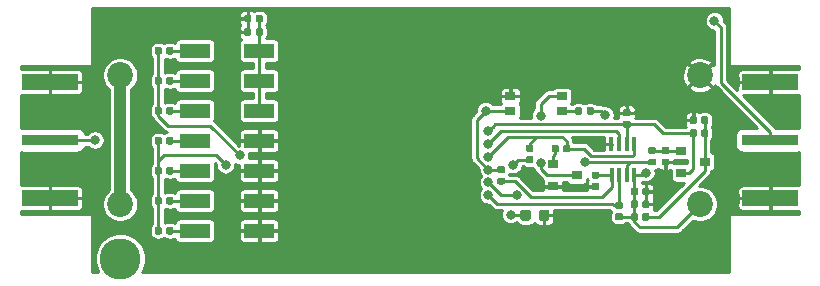
<source format=gbr>
G04 #@! TF.GenerationSoftware,KiCad,Pcbnew,(5.1.4)-1*
G04 #@! TF.CreationDate,2019-08-19T13:53:23-06:00*
G04 #@! TF.ProjectId,Windchill01,57696e64-6368-4696-9c6c-30312e6b6963,rev?*
G04 #@! TF.SameCoordinates,Original*
G04 #@! TF.FileFunction,Copper,L1,Top*
G04 #@! TF.FilePolarity,Positive*
%FSLAX46Y46*%
G04 Gerber Fmt 4.6, Leading zero omitted, Abs format (unit mm)*
G04 Created by KiCad (PCBNEW (5.1.4)-1) date 2019-08-19 13:53:23*
%MOMM*%
%LPD*%
G04 APERTURE LIST*
%ADD10C,3.480000*%
%ADD11C,2.190000*%
%ADD12R,2.540000X1.270000*%
%ADD13R,0.400000X1.220000*%
%ADD14R,0.900000X0.800000*%
%ADD15C,0.100000*%
%ADD16C,0.590000*%
%ADD17R,4.720000X0.860000*%
%ADD18R,4.720000X1.350000*%
%ADD19C,0.875000*%
%ADD20R,0.900000X0.700000*%
%ADD21C,0.800000*%
%ADD22C,0.250000*%
%ADD23C,1.000000*%
%ADD24C,0.254000*%
G04 APERTURE END LIST*
D10*
X89550000Y-83260000D03*
D11*
X138650000Y-67730000D03*
X138650000Y-78650000D03*
X89550000Y-67730000D03*
X89550000Y-78650000D03*
D12*
X95860000Y-65660000D03*
X101320000Y-65660000D03*
X95860000Y-68200000D03*
X101320000Y-68200000D03*
X95860000Y-70740000D03*
X101320000Y-70740000D03*
X101320000Y-73280000D03*
X95860000Y-73280000D03*
X101320000Y-75820000D03*
X95860000Y-75820000D03*
X101320000Y-78360000D03*
X95860000Y-78360000D03*
X101320000Y-80900000D03*
X95860000Y-80900000D03*
D13*
X133085000Y-76190000D03*
X132445000Y-76190000D03*
X131785000Y-76190000D03*
X131145000Y-76190000D03*
X131140000Y-73570000D03*
X131790000Y-73570000D03*
X132440000Y-73570000D03*
X133090000Y-73570000D03*
D14*
X139040000Y-75060000D03*
X137040000Y-76010000D03*
X137040000Y-74110000D03*
D15*
G36*
X135906958Y-73815710D02*
G01*
X135921276Y-73817834D01*
X135935317Y-73821351D01*
X135948946Y-73826228D01*
X135962031Y-73832417D01*
X135974447Y-73839858D01*
X135986073Y-73848481D01*
X135996798Y-73858202D01*
X136006519Y-73868927D01*
X136015142Y-73880553D01*
X136022583Y-73892969D01*
X136028772Y-73906054D01*
X136033649Y-73919683D01*
X136037166Y-73933724D01*
X136039290Y-73948042D01*
X136040000Y-73962500D01*
X136040000Y-74257500D01*
X136039290Y-74271958D01*
X136037166Y-74286276D01*
X136033649Y-74300317D01*
X136028772Y-74313946D01*
X136022583Y-74327031D01*
X136015142Y-74339447D01*
X136006519Y-74351073D01*
X135996798Y-74361798D01*
X135986073Y-74371519D01*
X135974447Y-74380142D01*
X135962031Y-74387583D01*
X135948946Y-74393772D01*
X135935317Y-74398649D01*
X135921276Y-74402166D01*
X135906958Y-74404290D01*
X135892500Y-74405000D01*
X135547500Y-74405000D01*
X135533042Y-74404290D01*
X135518724Y-74402166D01*
X135504683Y-74398649D01*
X135491054Y-74393772D01*
X135477969Y-74387583D01*
X135465553Y-74380142D01*
X135453927Y-74371519D01*
X135443202Y-74361798D01*
X135433481Y-74351073D01*
X135424858Y-74339447D01*
X135417417Y-74327031D01*
X135411228Y-74313946D01*
X135406351Y-74300317D01*
X135402834Y-74286276D01*
X135400710Y-74271958D01*
X135400000Y-74257500D01*
X135400000Y-73962500D01*
X135400710Y-73948042D01*
X135402834Y-73933724D01*
X135406351Y-73919683D01*
X135411228Y-73906054D01*
X135417417Y-73892969D01*
X135424858Y-73880553D01*
X135433481Y-73868927D01*
X135443202Y-73858202D01*
X135453927Y-73848481D01*
X135465553Y-73839858D01*
X135477969Y-73832417D01*
X135491054Y-73826228D01*
X135504683Y-73821351D01*
X135518724Y-73817834D01*
X135533042Y-73815710D01*
X135547500Y-73815000D01*
X135892500Y-73815000D01*
X135906958Y-73815710D01*
X135906958Y-73815710D01*
G37*
D16*
X135720000Y-74110000D03*
D15*
G36*
X135906958Y-74785710D02*
G01*
X135921276Y-74787834D01*
X135935317Y-74791351D01*
X135948946Y-74796228D01*
X135962031Y-74802417D01*
X135974447Y-74809858D01*
X135986073Y-74818481D01*
X135996798Y-74828202D01*
X136006519Y-74838927D01*
X136015142Y-74850553D01*
X136022583Y-74862969D01*
X136028772Y-74876054D01*
X136033649Y-74889683D01*
X136037166Y-74903724D01*
X136039290Y-74918042D01*
X136040000Y-74932500D01*
X136040000Y-75227500D01*
X136039290Y-75241958D01*
X136037166Y-75256276D01*
X136033649Y-75270317D01*
X136028772Y-75283946D01*
X136022583Y-75297031D01*
X136015142Y-75309447D01*
X136006519Y-75321073D01*
X135996798Y-75331798D01*
X135986073Y-75341519D01*
X135974447Y-75350142D01*
X135962031Y-75357583D01*
X135948946Y-75363772D01*
X135935317Y-75368649D01*
X135921276Y-75372166D01*
X135906958Y-75374290D01*
X135892500Y-75375000D01*
X135547500Y-75375000D01*
X135533042Y-75374290D01*
X135518724Y-75372166D01*
X135504683Y-75368649D01*
X135491054Y-75363772D01*
X135477969Y-75357583D01*
X135465553Y-75350142D01*
X135453927Y-75341519D01*
X135443202Y-75331798D01*
X135433481Y-75321073D01*
X135424858Y-75309447D01*
X135417417Y-75297031D01*
X135411228Y-75283946D01*
X135406351Y-75270317D01*
X135402834Y-75256276D01*
X135400710Y-75241958D01*
X135400000Y-75227500D01*
X135400000Y-74932500D01*
X135400710Y-74918042D01*
X135402834Y-74903724D01*
X135406351Y-74889683D01*
X135411228Y-74876054D01*
X135417417Y-74862969D01*
X135424858Y-74850553D01*
X135433481Y-74838927D01*
X135443202Y-74828202D01*
X135453927Y-74818481D01*
X135465553Y-74809858D01*
X135477969Y-74802417D01*
X135491054Y-74796228D01*
X135504683Y-74791351D01*
X135518724Y-74787834D01*
X135533042Y-74785710D01*
X135547500Y-74785000D01*
X135892500Y-74785000D01*
X135906958Y-74785710D01*
X135906958Y-74785710D01*
G37*
D16*
X135720000Y-75080000D03*
D15*
G36*
X134216958Y-79400710D02*
G01*
X134231276Y-79402834D01*
X134245317Y-79406351D01*
X134258946Y-79411228D01*
X134272031Y-79417417D01*
X134284447Y-79424858D01*
X134296073Y-79433481D01*
X134306798Y-79443202D01*
X134316519Y-79453927D01*
X134325142Y-79465553D01*
X134332583Y-79477969D01*
X134338772Y-79491054D01*
X134343649Y-79504683D01*
X134347166Y-79518724D01*
X134349290Y-79533042D01*
X134350000Y-79547500D01*
X134350000Y-79892500D01*
X134349290Y-79906958D01*
X134347166Y-79921276D01*
X134343649Y-79935317D01*
X134338772Y-79948946D01*
X134332583Y-79962031D01*
X134325142Y-79974447D01*
X134316519Y-79986073D01*
X134306798Y-79996798D01*
X134296073Y-80006519D01*
X134284447Y-80015142D01*
X134272031Y-80022583D01*
X134258946Y-80028772D01*
X134245317Y-80033649D01*
X134231276Y-80037166D01*
X134216958Y-80039290D01*
X134202500Y-80040000D01*
X133907500Y-80040000D01*
X133893042Y-80039290D01*
X133878724Y-80037166D01*
X133864683Y-80033649D01*
X133851054Y-80028772D01*
X133837969Y-80022583D01*
X133825553Y-80015142D01*
X133813927Y-80006519D01*
X133803202Y-79996798D01*
X133793481Y-79986073D01*
X133784858Y-79974447D01*
X133777417Y-79962031D01*
X133771228Y-79948946D01*
X133766351Y-79935317D01*
X133762834Y-79921276D01*
X133760710Y-79906958D01*
X133760000Y-79892500D01*
X133760000Y-79547500D01*
X133760710Y-79533042D01*
X133762834Y-79518724D01*
X133766351Y-79504683D01*
X133771228Y-79491054D01*
X133777417Y-79477969D01*
X133784858Y-79465553D01*
X133793481Y-79453927D01*
X133803202Y-79443202D01*
X133813927Y-79433481D01*
X133825553Y-79424858D01*
X133837969Y-79417417D01*
X133851054Y-79411228D01*
X133864683Y-79406351D01*
X133878724Y-79402834D01*
X133893042Y-79400710D01*
X133907500Y-79400000D01*
X134202500Y-79400000D01*
X134216958Y-79400710D01*
X134216958Y-79400710D01*
G37*
D16*
X134055000Y-79720000D03*
D15*
G36*
X133246958Y-79400710D02*
G01*
X133261276Y-79402834D01*
X133275317Y-79406351D01*
X133288946Y-79411228D01*
X133302031Y-79417417D01*
X133314447Y-79424858D01*
X133326073Y-79433481D01*
X133336798Y-79443202D01*
X133346519Y-79453927D01*
X133355142Y-79465553D01*
X133362583Y-79477969D01*
X133368772Y-79491054D01*
X133373649Y-79504683D01*
X133377166Y-79518724D01*
X133379290Y-79533042D01*
X133380000Y-79547500D01*
X133380000Y-79892500D01*
X133379290Y-79906958D01*
X133377166Y-79921276D01*
X133373649Y-79935317D01*
X133368772Y-79948946D01*
X133362583Y-79962031D01*
X133355142Y-79974447D01*
X133346519Y-79986073D01*
X133336798Y-79996798D01*
X133326073Y-80006519D01*
X133314447Y-80015142D01*
X133302031Y-80022583D01*
X133288946Y-80028772D01*
X133275317Y-80033649D01*
X133261276Y-80037166D01*
X133246958Y-80039290D01*
X133232500Y-80040000D01*
X132937500Y-80040000D01*
X132923042Y-80039290D01*
X132908724Y-80037166D01*
X132894683Y-80033649D01*
X132881054Y-80028772D01*
X132867969Y-80022583D01*
X132855553Y-80015142D01*
X132843927Y-80006519D01*
X132833202Y-79996798D01*
X132823481Y-79986073D01*
X132814858Y-79974447D01*
X132807417Y-79962031D01*
X132801228Y-79948946D01*
X132796351Y-79935317D01*
X132792834Y-79921276D01*
X132790710Y-79906958D01*
X132790000Y-79892500D01*
X132790000Y-79547500D01*
X132790710Y-79533042D01*
X132792834Y-79518724D01*
X132796351Y-79504683D01*
X132801228Y-79491054D01*
X132807417Y-79477969D01*
X132814858Y-79465553D01*
X132823481Y-79453927D01*
X132833202Y-79443202D01*
X132843927Y-79433481D01*
X132855553Y-79424858D01*
X132867969Y-79417417D01*
X132881054Y-79411228D01*
X132894683Y-79406351D01*
X132908724Y-79402834D01*
X132923042Y-79400710D01*
X132937500Y-79400000D01*
X133232500Y-79400000D01*
X133246958Y-79400710D01*
X133246958Y-79400710D01*
G37*
D16*
X133085000Y-79720000D03*
D17*
X144600000Y-73220000D03*
D18*
X144600000Y-68295000D03*
X144600000Y-78145000D03*
D17*
X83600000Y-73220000D03*
D18*
X83600000Y-78145000D03*
X83600000Y-68295000D03*
D14*
X128200000Y-76200000D03*
X126200000Y-77150000D03*
X126200000Y-75250000D03*
D15*
G36*
X133246958Y-77260710D02*
G01*
X133261276Y-77262834D01*
X133275317Y-77266351D01*
X133288946Y-77271228D01*
X133302031Y-77277417D01*
X133314447Y-77284858D01*
X133326073Y-77293481D01*
X133336798Y-77303202D01*
X133346519Y-77313927D01*
X133355142Y-77325553D01*
X133362583Y-77337969D01*
X133368772Y-77351054D01*
X133373649Y-77364683D01*
X133377166Y-77378724D01*
X133379290Y-77393042D01*
X133380000Y-77407500D01*
X133380000Y-77752500D01*
X133379290Y-77766958D01*
X133377166Y-77781276D01*
X133373649Y-77795317D01*
X133368772Y-77808946D01*
X133362583Y-77822031D01*
X133355142Y-77834447D01*
X133346519Y-77846073D01*
X133336798Y-77856798D01*
X133326073Y-77866519D01*
X133314447Y-77875142D01*
X133302031Y-77882583D01*
X133288946Y-77888772D01*
X133275317Y-77893649D01*
X133261276Y-77897166D01*
X133246958Y-77899290D01*
X133232500Y-77900000D01*
X132937500Y-77900000D01*
X132923042Y-77899290D01*
X132908724Y-77897166D01*
X132894683Y-77893649D01*
X132881054Y-77888772D01*
X132867969Y-77882583D01*
X132855553Y-77875142D01*
X132843927Y-77866519D01*
X132833202Y-77856798D01*
X132823481Y-77846073D01*
X132814858Y-77834447D01*
X132807417Y-77822031D01*
X132801228Y-77808946D01*
X132796351Y-77795317D01*
X132792834Y-77781276D01*
X132790710Y-77766958D01*
X132790000Y-77752500D01*
X132790000Y-77407500D01*
X132790710Y-77393042D01*
X132792834Y-77378724D01*
X132796351Y-77364683D01*
X132801228Y-77351054D01*
X132807417Y-77337969D01*
X132814858Y-77325553D01*
X132823481Y-77313927D01*
X132833202Y-77303202D01*
X132843927Y-77293481D01*
X132855553Y-77284858D01*
X132867969Y-77277417D01*
X132881054Y-77271228D01*
X132894683Y-77266351D01*
X132908724Y-77262834D01*
X132923042Y-77260710D01*
X132937500Y-77260000D01*
X133232500Y-77260000D01*
X133246958Y-77260710D01*
X133246958Y-77260710D01*
G37*
D16*
X133085000Y-77580000D03*
D15*
G36*
X134216958Y-77260710D02*
G01*
X134231276Y-77262834D01*
X134245317Y-77266351D01*
X134258946Y-77271228D01*
X134272031Y-77277417D01*
X134284447Y-77284858D01*
X134296073Y-77293481D01*
X134306798Y-77303202D01*
X134316519Y-77313927D01*
X134325142Y-77325553D01*
X134332583Y-77337969D01*
X134338772Y-77351054D01*
X134343649Y-77364683D01*
X134347166Y-77378724D01*
X134349290Y-77393042D01*
X134350000Y-77407500D01*
X134350000Y-77752500D01*
X134349290Y-77766958D01*
X134347166Y-77781276D01*
X134343649Y-77795317D01*
X134338772Y-77808946D01*
X134332583Y-77822031D01*
X134325142Y-77834447D01*
X134316519Y-77846073D01*
X134306798Y-77856798D01*
X134296073Y-77866519D01*
X134284447Y-77875142D01*
X134272031Y-77882583D01*
X134258946Y-77888772D01*
X134245317Y-77893649D01*
X134231276Y-77897166D01*
X134216958Y-77899290D01*
X134202500Y-77900000D01*
X133907500Y-77900000D01*
X133893042Y-77899290D01*
X133878724Y-77897166D01*
X133864683Y-77893649D01*
X133851054Y-77888772D01*
X133837969Y-77882583D01*
X133825553Y-77875142D01*
X133813927Y-77866519D01*
X133803202Y-77856798D01*
X133793481Y-77846073D01*
X133784858Y-77834447D01*
X133777417Y-77822031D01*
X133771228Y-77808946D01*
X133766351Y-77795317D01*
X133762834Y-77781276D01*
X133760710Y-77766958D01*
X133760000Y-77752500D01*
X133760000Y-77407500D01*
X133760710Y-77393042D01*
X133762834Y-77378724D01*
X133766351Y-77364683D01*
X133771228Y-77351054D01*
X133777417Y-77337969D01*
X133784858Y-77325553D01*
X133793481Y-77313927D01*
X133803202Y-77303202D01*
X133813927Y-77293481D01*
X133825553Y-77284858D01*
X133837969Y-77277417D01*
X133851054Y-77271228D01*
X133864683Y-77266351D01*
X133878724Y-77262834D01*
X133893042Y-77260710D01*
X133907500Y-77260000D01*
X134202500Y-77260000D01*
X134216958Y-77260710D01*
X134216958Y-77260710D01*
G37*
D16*
X134055000Y-77580000D03*
D15*
G36*
X129986958Y-75895710D02*
G01*
X130001276Y-75897834D01*
X130015317Y-75901351D01*
X130028946Y-75906228D01*
X130042031Y-75912417D01*
X130054447Y-75919858D01*
X130066073Y-75928481D01*
X130076798Y-75938202D01*
X130086519Y-75948927D01*
X130095142Y-75960553D01*
X130102583Y-75972969D01*
X130108772Y-75986054D01*
X130113649Y-75999683D01*
X130117166Y-76013724D01*
X130119290Y-76028042D01*
X130120000Y-76042500D01*
X130120000Y-76337500D01*
X130119290Y-76351958D01*
X130117166Y-76366276D01*
X130113649Y-76380317D01*
X130108772Y-76393946D01*
X130102583Y-76407031D01*
X130095142Y-76419447D01*
X130086519Y-76431073D01*
X130076798Y-76441798D01*
X130066073Y-76451519D01*
X130054447Y-76460142D01*
X130042031Y-76467583D01*
X130028946Y-76473772D01*
X130015317Y-76478649D01*
X130001276Y-76482166D01*
X129986958Y-76484290D01*
X129972500Y-76485000D01*
X129627500Y-76485000D01*
X129613042Y-76484290D01*
X129598724Y-76482166D01*
X129584683Y-76478649D01*
X129571054Y-76473772D01*
X129557969Y-76467583D01*
X129545553Y-76460142D01*
X129533927Y-76451519D01*
X129523202Y-76441798D01*
X129513481Y-76431073D01*
X129504858Y-76419447D01*
X129497417Y-76407031D01*
X129491228Y-76393946D01*
X129486351Y-76380317D01*
X129482834Y-76366276D01*
X129480710Y-76351958D01*
X129480000Y-76337500D01*
X129480000Y-76042500D01*
X129480710Y-76028042D01*
X129482834Y-76013724D01*
X129486351Y-75999683D01*
X129491228Y-75986054D01*
X129497417Y-75972969D01*
X129504858Y-75960553D01*
X129513481Y-75948927D01*
X129523202Y-75938202D01*
X129533927Y-75928481D01*
X129545553Y-75919858D01*
X129557969Y-75912417D01*
X129571054Y-75906228D01*
X129584683Y-75901351D01*
X129598724Y-75897834D01*
X129613042Y-75895710D01*
X129627500Y-75895000D01*
X129972500Y-75895000D01*
X129986958Y-75895710D01*
X129986958Y-75895710D01*
G37*
D16*
X129800000Y-76190000D03*
D15*
G36*
X129986958Y-76865710D02*
G01*
X130001276Y-76867834D01*
X130015317Y-76871351D01*
X130028946Y-76876228D01*
X130042031Y-76882417D01*
X130054447Y-76889858D01*
X130066073Y-76898481D01*
X130076798Y-76908202D01*
X130086519Y-76918927D01*
X130095142Y-76930553D01*
X130102583Y-76942969D01*
X130108772Y-76956054D01*
X130113649Y-76969683D01*
X130117166Y-76983724D01*
X130119290Y-76998042D01*
X130120000Y-77012500D01*
X130120000Y-77307500D01*
X130119290Y-77321958D01*
X130117166Y-77336276D01*
X130113649Y-77350317D01*
X130108772Y-77363946D01*
X130102583Y-77377031D01*
X130095142Y-77389447D01*
X130086519Y-77401073D01*
X130076798Y-77411798D01*
X130066073Y-77421519D01*
X130054447Y-77430142D01*
X130042031Y-77437583D01*
X130028946Y-77443772D01*
X130015317Y-77448649D01*
X130001276Y-77452166D01*
X129986958Y-77454290D01*
X129972500Y-77455000D01*
X129627500Y-77455000D01*
X129613042Y-77454290D01*
X129598724Y-77452166D01*
X129584683Y-77448649D01*
X129571054Y-77443772D01*
X129557969Y-77437583D01*
X129545553Y-77430142D01*
X129533927Y-77421519D01*
X129523202Y-77411798D01*
X129513481Y-77401073D01*
X129504858Y-77389447D01*
X129497417Y-77377031D01*
X129491228Y-77363946D01*
X129486351Y-77350317D01*
X129482834Y-77336276D01*
X129480710Y-77321958D01*
X129480000Y-77307500D01*
X129480000Y-77012500D01*
X129480710Y-76998042D01*
X129482834Y-76983724D01*
X129486351Y-76969683D01*
X129491228Y-76956054D01*
X129497417Y-76942969D01*
X129504858Y-76930553D01*
X129513481Y-76918927D01*
X129523202Y-76908202D01*
X129533927Y-76898481D01*
X129545553Y-76889858D01*
X129557969Y-76882417D01*
X129571054Y-76876228D01*
X129584683Y-76871351D01*
X129598724Y-76867834D01*
X129613042Y-76865710D01*
X129627500Y-76865000D01*
X129972500Y-76865000D01*
X129986958Y-76865710D01*
X129986958Y-76865710D01*
G37*
D16*
X129800000Y-77160000D03*
D15*
G36*
X101481958Y-62619710D02*
G01*
X101496276Y-62621834D01*
X101510317Y-62625351D01*
X101523946Y-62630228D01*
X101537031Y-62636417D01*
X101549447Y-62643858D01*
X101561073Y-62652481D01*
X101571798Y-62662202D01*
X101581519Y-62672927D01*
X101590142Y-62684553D01*
X101597583Y-62696969D01*
X101603772Y-62710054D01*
X101608649Y-62723683D01*
X101612166Y-62737724D01*
X101614290Y-62752042D01*
X101615000Y-62766500D01*
X101615000Y-63111500D01*
X101614290Y-63125958D01*
X101612166Y-63140276D01*
X101608649Y-63154317D01*
X101603772Y-63167946D01*
X101597583Y-63181031D01*
X101590142Y-63193447D01*
X101581519Y-63205073D01*
X101571798Y-63215798D01*
X101561073Y-63225519D01*
X101549447Y-63234142D01*
X101537031Y-63241583D01*
X101523946Y-63247772D01*
X101510317Y-63252649D01*
X101496276Y-63256166D01*
X101481958Y-63258290D01*
X101467500Y-63259000D01*
X101172500Y-63259000D01*
X101158042Y-63258290D01*
X101143724Y-63256166D01*
X101129683Y-63252649D01*
X101116054Y-63247772D01*
X101102969Y-63241583D01*
X101090553Y-63234142D01*
X101078927Y-63225519D01*
X101068202Y-63215798D01*
X101058481Y-63205073D01*
X101049858Y-63193447D01*
X101042417Y-63181031D01*
X101036228Y-63167946D01*
X101031351Y-63154317D01*
X101027834Y-63140276D01*
X101025710Y-63125958D01*
X101025000Y-63111500D01*
X101025000Y-62766500D01*
X101025710Y-62752042D01*
X101027834Y-62737724D01*
X101031351Y-62723683D01*
X101036228Y-62710054D01*
X101042417Y-62696969D01*
X101049858Y-62684553D01*
X101058481Y-62672927D01*
X101068202Y-62662202D01*
X101078927Y-62652481D01*
X101090553Y-62643858D01*
X101102969Y-62636417D01*
X101116054Y-62630228D01*
X101129683Y-62625351D01*
X101143724Y-62621834D01*
X101158042Y-62619710D01*
X101172500Y-62619000D01*
X101467500Y-62619000D01*
X101481958Y-62619710D01*
X101481958Y-62619710D01*
G37*
D16*
X101320000Y-62939000D03*
D15*
G36*
X100511958Y-62619710D02*
G01*
X100526276Y-62621834D01*
X100540317Y-62625351D01*
X100553946Y-62630228D01*
X100567031Y-62636417D01*
X100579447Y-62643858D01*
X100591073Y-62652481D01*
X100601798Y-62662202D01*
X100611519Y-62672927D01*
X100620142Y-62684553D01*
X100627583Y-62696969D01*
X100633772Y-62710054D01*
X100638649Y-62723683D01*
X100642166Y-62737724D01*
X100644290Y-62752042D01*
X100645000Y-62766500D01*
X100645000Y-63111500D01*
X100644290Y-63125958D01*
X100642166Y-63140276D01*
X100638649Y-63154317D01*
X100633772Y-63167946D01*
X100627583Y-63181031D01*
X100620142Y-63193447D01*
X100611519Y-63205073D01*
X100601798Y-63215798D01*
X100591073Y-63225519D01*
X100579447Y-63234142D01*
X100567031Y-63241583D01*
X100553946Y-63247772D01*
X100540317Y-63252649D01*
X100526276Y-63256166D01*
X100511958Y-63258290D01*
X100497500Y-63259000D01*
X100202500Y-63259000D01*
X100188042Y-63258290D01*
X100173724Y-63256166D01*
X100159683Y-63252649D01*
X100146054Y-63247772D01*
X100132969Y-63241583D01*
X100120553Y-63234142D01*
X100108927Y-63225519D01*
X100098202Y-63215798D01*
X100088481Y-63205073D01*
X100079858Y-63193447D01*
X100072417Y-63181031D01*
X100066228Y-63167946D01*
X100061351Y-63154317D01*
X100057834Y-63140276D01*
X100055710Y-63125958D01*
X100055000Y-63111500D01*
X100055000Y-62766500D01*
X100055710Y-62752042D01*
X100057834Y-62737724D01*
X100061351Y-62723683D01*
X100066228Y-62710054D01*
X100072417Y-62696969D01*
X100079858Y-62684553D01*
X100088481Y-62672927D01*
X100098202Y-62662202D01*
X100108927Y-62652481D01*
X100120553Y-62643858D01*
X100132969Y-62636417D01*
X100146054Y-62630228D01*
X100159683Y-62625351D01*
X100173724Y-62621834D01*
X100188042Y-62619710D01*
X100202500Y-62619000D01*
X100497500Y-62619000D01*
X100511958Y-62619710D01*
X100511958Y-62619710D01*
G37*
D16*
X100350000Y-62939000D03*
D15*
G36*
X131971958Y-78455710D02*
G01*
X131986276Y-78457834D01*
X132000317Y-78461351D01*
X132013946Y-78466228D01*
X132027031Y-78472417D01*
X132039447Y-78479858D01*
X132051073Y-78488481D01*
X132061798Y-78498202D01*
X132071519Y-78508927D01*
X132080142Y-78520553D01*
X132087583Y-78532969D01*
X132093772Y-78546054D01*
X132098649Y-78559683D01*
X132102166Y-78573724D01*
X132104290Y-78588042D01*
X132105000Y-78602500D01*
X132105000Y-78897500D01*
X132104290Y-78911958D01*
X132102166Y-78926276D01*
X132098649Y-78940317D01*
X132093772Y-78953946D01*
X132087583Y-78967031D01*
X132080142Y-78979447D01*
X132071519Y-78991073D01*
X132061798Y-79001798D01*
X132051073Y-79011519D01*
X132039447Y-79020142D01*
X132027031Y-79027583D01*
X132013946Y-79033772D01*
X132000317Y-79038649D01*
X131986276Y-79042166D01*
X131971958Y-79044290D01*
X131957500Y-79045000D01*
X131612500Y-79045000D01*
X131598042Y-79044290D01*
X131583724Y-79042166D01*
X131569683Y-79038649D01*
X131556054Y-79033772D01*
X131542969Y-79027583D01*
X131530553Y-79020142D01*
X131518927Y-79011519D01*
X131508202Y-79001798D01*
X131498481Y-78991073D01*
X131489858Y-78979447D01*
X131482417Y-78967031D01*
X131476228Y-78953946D01*
X131471351Y-78940317D01*
X131467834Y-78926276D01*
X131465710Y-78911958D01*
X131465000Y-78897500D01*
X131465000Y-78602500D01*
X131465710Y-78588042D01*
X131467834Y-78573724D01*
X131471351Y-78559683D01*
X131476228Y-78546054D01*
X131482417Y-78532969D01*
X131489858Y-78520553D01*
X131498481Y-78508927D01*
X131508202Y-78498202D01*
X131518927Y-78488481D01*
X131530553Y-78479858D01*
X131542969Y-78472417D01*
X131556054Y-78466228D01*
X131569683Y-78461351D01*
X131583724Y-78457834D01*
X131598042Y-78455710D01*
X131612500Y-78455000D01*
X131957500Y-78455000D01*
X131971958Y-78455710D01*
X131971958Y-78455710D01*
G37*
D16*
X131785000Y-78750000D03*
D15*
G36*
X131971958Y-79425710D02*
G01*
X131986276Y-79427834D01*
X132000317Y-79431351D01*
X132013946Y-79436228D01*
X132027031Y-79442417D01*
X132039447Y-79449858D01*
X132051073Y-79458481D01*
X132061798Y-79468202D01*
X132071519Y-79478927D01*
X132080142Y-79490553D01*
X132087583Y-79502969D01*
X132093772Y-79516054D01*
X132098649Y-79529683D01*
X132102166Y-79543724D01*
X132104290Y-79558042D01*
X132105000Y-79572500D01*
X132105000Y-79867500D01*
X132104290Y-79881958D01*
X132102166Y-79896276D01*
X132098649Y-79910317D01*
X132093772Y-79923946D01*
X132087583Y-79937031D01*
X132080142Y-79949447D01*
X132071519Y-79961073D01*
X132061798Y-79971798D01*
X132051073Y-79981519D01*
X132039447Y-79990142D01*
X132027031Y-79997583D01*
X132013946Y-80003772D01*
X132000317Y-80008649D01*
X131986276Y-80012166D01*
X131971958Y-80014290D01*
X131957500Y-80015000D01*
X131612500Y-80015000D01*
X131598042Y-80014290D01*
X131583724Y-80012166D01*
X131569683Y-80008649D01*
X131556054Y-80003772D01*
X131542969Y-79997583D01*
X131530553Y-79990142D01*
X131518927Y-79981519D01*
X131508202Y-79971798D01*
X131498481Y-79961073D01*
X131489858Y-79949447D01*
X131482417Y-79937031D01*
X131476228Y-79923946D01*
X131471351Y-79910317D01*
X131467834Y-79896276D01*
X131465710Y-79881958D01*
X131465000Y-79867500D01*
X131465000Y-79572500D01*
X131465710Y-79558042D01*
X131467834Y-79543724D01*
X131471351Y-79529683D01*
X131476228Y-79516054D01*
X131482417Y-79502969D01*
X131489858Y-79490553D01*
X131498481Y-79478927D01*
X131508202Y-79468202D01*
X131518927Y-79458481D01*
X131530553Y-79449858D01*
X131542969Y-79442417D01*
X131556054Y-79436228D01*
X131569683Y-79431351D01*
X131583724Y-79427834D01*
X131598042Y-79425710D01*
X131612500Y-79425000D01*
X131957500Y-79425000D01*
X131971958Y-79425710D01*
X131971958Y-79425710D01*
G37*
D16*
X131785000Y-79720000D03*
D15*
G36*
X139201958Y-72320710D02*
G01*
X139216276Y-72322834D01*
X139230317Y-72326351D01*
X139243946Y-72331228D01*
X139257031Y-72337417D01*
X139269447Y-72344858D01*
X139281073Y-72353481D01*
X139291798Y-72363202D01*
X139301519Y-72373927D01*
X139310142Y-72385553D01*
X139317583Y-72397969D01*
X139323772Y-72411054D01*
X139328649Y-72424683D01*
X139332166Y-72438724D01*
X139334290Y-72453042D01*
X139335000Y-72467500D01*
X139335000Y-72812500D01*
X139334290Y-72826958D01*
X139332166Y-72841276D01*
X139328649Y-72855317D01*
X139323772Y-72868946D01*
X139317583Y-72882031D01*
X139310142Y-72894447D01*
X139301519Y-72906073D01*
X139291798Y-72916798D01*
X139281073Y-72926519D01*
X139269447Y-72935142D01*
X139257031Y-72942583D01*
X139243946Y-72948772D01*
X139230317Y-72953649D01*
X139216276Y-72957166D01*
X139201958Y-72959290D01*
X139187500Y-72960000D01*
X138892500Y-72960000D01*
X138878042Y-72959290D01*
X138863724Y-72957166D01*
X138849683Y-72953649D01*
X138836054Y-72948772D01*
X138822969Y-72942583D01*
X138810553Y-72935142D01*
X138798927Y-72926519D01*
X138788202Y-72916798D01*
X138778481Y-72906073D01*
X138769858Y-72894447D01*
X138762417Y-72882031D01*
X138756228Y-72868946D01*
X138751351Y-72855317D01*
X138747834Y-72841276D01*
X138745710Y-72826958D01*
X138745000Y-72812500D01*
X138745000Y-72467500D01*
X138745710Y-72453042D01*
X138747834Y-72438724D01*
X138751351Y-72424683D01*
X138756228Y-72411054D01*
X138762417Y-72397969D01*
X138769858Y-72385553D01*
X138778481Y-72373927D01*
X138788202Y-72363202D01*
X138798927Y-72353481D01*
X138810553Y-72344858D01*
X138822969Y-72337417D01*
X138836054Y-72331228D01*
X138849683Y-72326351D01*
X138863724Y-72322834D01*
X138878042Y-72320710D01*
X138892500Y-72320000D01*
X139187500Y-72320000D01*
X139201958Y-72320710D01*
X139201958Y-72320710D01*
G37*
D16*
X139040000Y-72640000D03*
D15*
G36*
X138231958Y-72320710D02*
G01*
X138246276Y-72322834D01*
X138260317Y-72326351D01*
X138273946Y-72331228D01*
X138287031Y-72337417D01*
X138299447Y-72344858D01*
X138311073Y-72353481D01*
X138321798Y-72363202D01*
X138331519Y-72373927D01*
X138340142Y-72385553D01*
X138347583Y-72397969D01*
X138353772Y-72411054D01*
X138358649Y-72424683D01*
X138362166Y-72438724D01*
X138364290Y-72453042D01*
X138365000Y-72467500D01*
X138365000Y-72812500D01*
X138364290Y-72826958D01*
X138362166Y-72841276D01*
X138358649Y-72855317D01*
X138353772Y-72868946D01*
X138347583Y-72882031D01*
X138340142Y-72894447D01*
X138331519Y-72906073D01*
X138321798Y-72916798D01*
X138311073Y-72926519D01*
X138299447Y-72935142D01*
X138287031Y-72942583D01*
X138273946Y-72948772D01*
X138260317Y-72953649D01*
X138246276Y-72957166D01*
X138231958Y-72959290D01*
X138217500Y-72960000D01*
X137922500Y-72960000D01*
X137908042Y-72959290D01*
X137893724Y-72957166D01*
X137879683Y-72953649D01*
X137866054Y-72948772D01*
X137852969Y-72942583D01*
X137840553Y-72935142D01*
X137828927Y-72926519D01*
X137818202Y-72916798D01*
X137808481Y-72906073D01*
X137799858Y-72894447D01*
X137792417Y-72882031D01*
X137786228Y-72868946D01*
X137781351Y-72855317D01*
X137777834Y-72841276D01*
X137775710Y-72826958D01*
X137775000Y-72812500D01*
X137775000Y-72467500D01*
X137775710Y-72453042D01*
X137777834Y-72438724D01*
X137781351Y-72424683D01*
X137786228Y-72411054D01*
X137792417Y-72397969D01*
X137799858Y-72385553D01*
X137808481Y-72373927D01*
X137818202Y-72363202D01*
X137828927Y-72353481D01*
X137840553Y-72344858D01*
X137852969Y-72337417D01*
X137866054Y-72331228D01*
X137879683Y-72326351D01*
X137893724Y-72322834D01*
X137908042Y-72320710D01*
X137922500Y-72320000D01*
X138217500Y-72320000D01*
X138231958Y-72320710D01*
X138231958Y-72320710D01*
G37*
D16*
X138070000Y-72640000D03*
D15*
G36*
X127511958Y-73620710D02*
G01*
X127526276Y-73622834D01*
X127540317Y-73626351D01*
X127553946Y-73631228D01*
X127567031Y-73637417D01*
X127579447Y-73644858D01*
X127591073Y-73653481D01*
X127601798Y-73663202D01*
X127611519Y-73673927D01*
X127620142Y-73685553D01*
X127627583Y-73697969D01*
X127633772Y-73711054D01*
X127638649Y-73724683D01*
X127642166Y-73738724D01*
X127644290Y-73753042D01*
X127645000Y-73767500D01*
X127645000Y-74112500D01*
X127644290Y-74126958D01*
X127642166Y-74141276D01*
X127638649Y-74155317D01*
X127633772Y-74168946D01*
X127627583Y-74182031D01*
X127620142Y-74194447D01*
X127611519Y-74206073D01*
X127601798Y-74216798D01*
X127591073Y-74226519D01*
X127579447Y-74235142D01*
X127567031Y-74242583D01*
X127553946Y-74248772D01*
X127540317Y-74253649D01*
X127526276Y-74257166D01*
X127511958Y-74259290D01*
X127497500Y-74260000D01*
X127202500Y-74260000D01*
X127188042Y-74259290D01*
X127173724Y-74257166D01*
X127159683Y-74253649D01*
X127146054Y-74248772D01*
X127132969Y-74242583D01*
X127120553Y-74235142D01*
X127108927Y-74226519D01*
X127098202Y-74216798D01*
X127088481Y-74206073D01*
X127079858Y-74194447D01*
X127072417Y-74182031D01*
X127066228Y-74168946D01*
X127061351Y-74155317D01*
X127057834Y-74141276D01*
X127055710Y-74126958D01*
X127055000Y-74112500D01*
X127055000Y-73767500D01*
X127055710Y-73753042D01*
X127057834Y-73738724D01*
X127061351Y-73724683D01*
X127066228Y-73711054D01*
X127072417Y-73697969D01*
X127079858Y-73685553D01*
X127088481Y-73673927D01*
X127098202Y-73663202D01*
X127108927Y-73653481D01*
X127120553Y-73644858D01*
X127132969Y-73637417D01*
X127146054Y-73631228D01*
X127159683Y-73626351D01*
X127173724Y-73622834D01*
X127188042Y-73620710D01*
X127202500Y-73620000D01*
X127497500Y-73620000D01*
X127511958Y-73620710D01*
X127511958Y-73620710D01*
G37*
D16*
X127350000Y-73940000D03*
D15*
G36*
X126541958Y-73620710D02*
G01*
X126556276Y-73622834D01*
X126570317Y-73626351D01*
X126583946Y-73631228D01*
X126597031Y-73637417D01*
X126609447Y-73644858D01*
X126621073Y-73653481D01*
X126631798Y-73663202D01*
X126641519Y-73673927D01*
X126650142Y-73685553D01*
X126657583Y-73697969D01*
X126663772Y-73711054D01*
X126668649Y-73724683D01*
X126672166Y-73738724D01*
X126674290Y-73753042D01*
X126675000Y-73767500D01*
X126675000Y-74112500D01*
X126674290Y-74126958D01*
X126672166Y-74141276D01*
X126668649Y-74155317D01*
X126663772Y-74168946D01*
X126657583Y-74182031D01*
X126650142Y-74194447D01*
X126641519Y-74206073D01*
X126631798Y-74216798D01*
X126621073Y-74226519D01*
X126609447Y-74235142D01*
X126597031Y-74242583D01*
X126583946Y-74248772D01*
X126570317Y-74253649D01*
X126556276Y-74257166D01*
X126541958Y-74259290D01*
X126527500Y-74260000D01*
X126232500Y-74260000D01*
X126218042Y-74259290D01*
X126203724Y-74257166D01*
X126189683Y-74253649D01*
X126176054Y-74248772D01*
X126162969Y-74242583D01*
X126150553Y-74235142D01*
X126138927Y-74226519D01*
X126128202Y-74216798D01*
X126118481Y-74206073D01*
X126109858Y-74194447D01*
X126102417Y-74182031D01*
X126096228Y-74168946D01*
X126091351Y-74155317D01*
X126087834Y-74141276D01*
X126085710Y-74126958D01*
X126085000Y-74112500D01*
X126085000Y-73767500D01*
X126085710Y-73753042D01*
X126087834Y-73738724D01*
X126091351Y-73724683D01*
X126096228Y-73711054D01*
X126102417Y-73697969D01*
X126109858Y-73685553D01*
X126118481Y-73673927D01*
X126128202Y-73663202D01*
X126138927Y-73653481D01*
X126150553Y-73644858D01*
X126162969Y-73637417D01*
X126176054Y-73631228D01*
X126189683Y-73626351D01*
X126203724Y-73622834D01*
X126218042Y-73620710D01*
X126232500Y-73620000D01*
X126527500Y-73620000D01*
X126541958Y-73620710D01*
X126541958Y-73620710D01*
G37*
D16*
X126380000Y-73940000D03*
D15*
G36*
X93896958Y-65340710D02*
G01*
X93911276Y-65342834D01*
X93925317Y-65346351D01*
X93938946Y-65351228D01*
X93952031Y-65357417D01*
X93964447Y-65364858D01*
X93976073Y-65373481D01*
X93986798Y-65383202D01*
X93996519Y-65393927D01*
X94005142Y-65405553D01*
X94012583Y-65417969D01*
X94018772Y-65431054D01*
X94023649Y-65444683D01*
X94027166Y-65458724D01*
X94029290Y-65473042D01*
X94030000Y-65487500D01*
X94030000Y-65832500D01*
X94029290Y-65846958D01*
X94027166Y-65861276D01*
X94023649Y-65875317D01*
X94018772Y-65888946D01*
X94012583Y-65902031D01*
X94005142Y-65914447D01*
X93996519Y-65926073D01*
X93986798Y-65936798D01*
X93976073Y-65946519D01*
X93964447Y-65955142D01*
X93952031Y-65962583D01*
X93938946Y-65968772D01*
X93925317Y-65973649D01*
X93911276Y-65977166D01*
X93896958Y-65979290D01*
X93882500Y-65980000D01*
X93587500Y-65980000D01*
X93573042Y-65979290D01*
X93558724Y-65977166D01*
X93544683Y-65973649D01*
X93531054Y-65968772D01*
X93517969Y-65962583D01*
X93505553Y-65955142D01*
X93493927Y-65946519D01*
X93483202Y-65936798D01*
X93473481Y-65926073D01*
X93464858Y-65914447D01*
X93457417Y-65902031D01*
X93451228Y-65888946D01*
X93446351Y-65875317D01*
X93442834Y-65861276D01*
X93440710Y-65846958D01*
X93440000Y-65832500D01*
X93440000Y-65487500D01*
X93440710Y-65473042D01*
X93442834Y-65458724D01*
X93446351Y-65444683D01*
X93451228Y-65431054D01*
X93457417Y-65417969D01*
X93464858Y-65405553D01*
X93473481Y-65393927D01*
X93483202Y-65383202D01*
X93493927Y-65373481D01*
X93505553Y-65364858D01*
X93517969Y-65357417D01*
X93531054Y-65351228D01*
X93544683Y-65346351D01*
X93558724Y-65342834D01*
X93573042Y-65340710D01*
X93587500Y-65340000D01*
X93882500Y-65340000D01*
X93896958Y-65340710D01*
X93896958Y-65340710D01*
G37*
D16*
X93735000Y-65660000D03*
D15*
G36*
X92926958Y-65340710D02*
G01*
X92941276Y-65342834D01*
X92955317Y-65346351D01*
X92968946Y-65351228D01*
X92982031Y-65357417D01*
X92994447Y-65364858D01*
X93006073Y-65373481D01*
X93016798Y-65383202D01*
X93026519Y-65393927D01*
X93035142Y-65405553D01*
X93042583Y-65417969D01*
X93048772Y-65431054D01*
X93053649Y-65444683D01*
X93057166Y-65458724D01*
X93059290Y-65473042D01*
X93060000Y-65487500D01*
X93060000Y-65832500D01*
X93059290Y-65846958D01*
X93057166Y-65861276D01*
X93053649Y-65875317D01*
X93048772Y-65888946D01*
X93042583Y-65902031D01*
X93035142Y-65914447D01*
X93026519Y-65926073D01*
X93016798Y-65936798D01*
X93006073Y-65946519D01*
X92994447Y-65955142D01*
X92982031Y-65962583D01*
X92968946Y-65968772D01*
X92955317Y-65973649D01*
X92941276Y-65977166D01*
X92926958Y-65979290D01*
X92912500Y-65980000D01*
X92617500Y-65980000D01*
X92603042Y-65979290D01*
X92588724Y-65977166D01*
X92574683Y-65973649D01*
X92561054Y-65968772D01*
X92547969Y-65962583D01*
X92535553Y-65955142D01*
X92523927Y-65946519D01*
X92513202Y-65936798D01*
X92503481Y-65926073D01*
X92494858Y-65914447D01*
X92487417Y-65902031D01*
X92481228Y-65888946D01*
X92476351Y-65875317D01*
X92472834Y-65861276D01*
X92470710Y-65846958D01*
X92470000Y-65832500D01*
X92470000Y-65487500D01*
X92470710Y-65473042D01*
X92472834Y-65458724D01*
X92476351Y-65444683D01*
X92481228Y-65431054D01*
X92487417Y-65417969D01*
X92494858Y-65405553D01*
X92503481Y-65393927D01*
X92513202Y-65383202D01*
X92523927Y-65373481D01*
X92535553Y-65364858D01*
X92547969Y-65357417D01*
X92561054Y-65351228D01*
X92574683Y-65346351D01*
X92588724Y-65342834D01*
X92603042Y-65340710D01*
X92617500Y-65340000D01*
X92912500Y-65340000D01*
X92926958Y-65340710D01*
X92926958Y-65340710D01*
G37*
D16*
X92765000Y-65660000D03*
D15*
G36*
X92926958Y-67880710D02*
G01*
X92941276Y-67882834D01*
X92955317Y-67886351D01*
X92968946Y-67891228D01*
X92982031Y-67897417D01*
X92994447Y-67904858D01*
X93006073Y-67913481D01*
X93016798Y-67923202D01*
X93026519Y-67933927D01*
X93035142Y-67945553D01*
X93042583Y-67957969D01*
X93048772Y-67971054D01*
X93053649Y-67984683D01*
X93057166Y-67998724D01*
X93059290Y-68013042D01*
X93060000Y-68027500D01*
X93060000Y-68372500D01*
X93059290Y-68386958D01*
X93057166Y-68401276D01*
X93053649Y-68415317D01*
X93048772Y-68428946D01*
X93042583Y-68442031D01*
X93035142Y-68454447D01*
X93026519Y-68466073D01*
X93016798Y-68476798D01*
X93006073Y-68486519D01*
X92994447Y-68495142D01*
X92982031Y-68502583D01*
X92968946Y-68508772D01*
X92955317Y-68513649D01*
X92941276Y-68517166D01*
X92926958Y-68519290D01*
X92912500Y-68520000D01*
X92617500Y-68520000D01*
X92603042Y-68519290D01*
X92588724Y-68517166D01*
X92574683Y-68513649D01*
X92561054Y-68508772D01*
X92547969Y-68502583D01*
X92535553Y-68495142D01*
X92523927Y-68486519D01*
X92513202Y-68476798D01*
X92503481Y-68466073D01*
X92494858Y-68454447D01*
X92487417Y-68442031D01*
X92481228Y-68428946D01*
X92476351Y-68415317D01*
X92472834Y-68401276D01*
X92470710Y-68386958D01*
X92470000Y-68372500D01*
X92470000Y-68027500D01*
X92470710Y-68013042D01*
X92472834Y-67998724D01*
X92476351Y-67984683D01*
X92481228Y-67971054D01*
X92487417Y-67957969D01*
X92494858Y-67945553D01*
X92503481Y-67933927D01*
X92513202Y-67923202D01*
X92523927Y-67913481D01*
X92535553Y-67904858D01*
X92547969Y-67897417D01*
X92561054Y-67891228D01*
X92574683Y-67886351D01*
X92588724Y-67882834D01*
X92603042Y-67880710D01*
X92617500Y-67880000D01*
X92912500Y-67880000D01*
X92926958Y-67880710D01*
X92926958Y-67880710D01*
G37*
D16*
X92765000Y-68200000D03*
D15*
G36*
X93896958Y-67880710D02*
G01*
X93911276Y-67882834D01*
X93925317Y-67886351D01*
X93938946Y-67891228D01*
X93952031Y-67897417D01*
X93964447Y-67904858D01*
X93976073Y-67913481D01*
X93986798Y-67923202D01*
X93996519Y-67933927D01*
X94005142Y-67945553D01*
X94012583Y-67957969D01*
X94018772Y-67971054D01*
X94023649Y-67984683D01*
X94027166Y-67998724D01*
X94029290Y-68013042D01*
X94030000Y-68027500D01*
X94030000Y-68372500D01*
X94029290Y-68386958D01*
X94027166Y-68401276D01*
X94023649Y-68415317D01*
X94018772Y-68428946D01*
X94012583Y-68442031D01*
X94005142Y-68454447D01*
X93996519Y-68466073D01*
X93986798Y-68476798D01*
X93976073Y-68486519D01*
X93964447Y-68495142D01*
X93952031Y-68502583D01*
X93938946Y-68508772D01*
X93925317Y-68513649D01*
X93911276Y-68517166D01*
X93896958Y-68519290D01*
X93882500Y-68520000D01*
X93587500Y-68520000D01*
X93573042Y-68519290D01*
X93558724Y-68517166D01*
X93544683Y-68513649D01*
X93531054Y-68508772D01*
X93517969Y-68502583D01*
X93505553Y-68495142D01*
X93493927Y-68486519D01*
X93483202Y-68476798D01*
X93473481Y-68466073D01*
X93464858Y-68454447D01*
X93457417Y-68442031D01*
X93451228Y-68428946D01*
X93446351Y-68415317D01*
X93442834Y-68401276D01*
X93440710Y-68386958D01*
X93440000Y-68372500D01*
X93440000Y-68027500D01*
X93440710Y-68013042D01*
X93442834Y-67998724D01*
X93446351Y-67984683D01*
X93451228Y-67971054D01*
X93457417Y-67957969D01*
X93464858Y-67945553D01*
X93473481Y-67933927D01*
X93483202Y-67923202D01*
X93493927Y-67913481D01*
X93505553Y-67904858D01*
X93517969Y-67897417D01*
X93531054Y-67891228D01*
X93544683Y-67886351D01*
X93558724Y-67882834D01*
X93573042Y-67880710D01*
X93587500Y-67880000D01*
X93882500Y-67880000D01*
X93896958Y-67880710D01*
X93896958Y-67880710D01*
G37*
D16*
X93735000Y-68200000D03*
D15*
G36*
X93896958Y-70420710D02*
G01*
X93911276Y-70422834D01*
X93925317Y-70426351D01*
X93938946Y-70431228D01*
X93952031Y-70437417D01*
X93964447Y-70444858D01*
X93976073Y-70453481D01*
X93986798Y-70463202D01*
X93996519Y-70473927D01*
X94005142Y-70485553D01*
X94012583Y-70497969D01*
X94018772Y-70511054D01*
X94023649Y-70524683D01*
X94027166Y-70538724D01*
X94029290Y-70553042D01*
X94030000Y-70567500D01*
X94030000Y-70912500D01*
X94029290Y-70926958D01*
X94027166Y-70941276D01*
X94023649Y-70955317D01*
X94018772Y-70968946D01*
X94012583Y-70982031D01*
X94005142Y-70994447D01*
X93996519Y-71006073D01*
X93986798Y-71016798D01*
X93976073Y-71026519D01*
X93964447Y-71035142D01*
X93952031Y-71042583D01*
X93938946Y-71048772D01*
X93925317Y-71053649D01*
X93911276Y-71057166D01*
X93896958Y-71059290D01*
X93882500Y-71060000D01*
X93587500Y-71060000D01*
X93573042Y-71059290D01*
X93558724Y-71057166D01*
X93544683Y-71053649D01*
X93531054Y-71048772D01*
X93517969Y-71042583D01*
X93505553Y-71035142D01*
X93493927Y-71026519D01*
X93483202Y-71016798D01*
X93473481Y-71006073D01*
X93464858Y-70994447D01*
X93457417Y-70982031D01*
X93451228Y-70968946D01*
X93446351Y-70955317D01*
X93442834Y-70941276D01*
X93440710Y-70926958D01*
X93440000Y-70912500D01*
X93440000Y-70567500D01*
X93440710Y-70553042D01*
X93442834Y-70538724D01*
X93446351Y-70524683D01*
X93451228Y-70511054D01*
X93457417Y-70497969D01*
X93464858Y-70485553D01*
X93473481Y-70473927D01*
X93483202Y-70463202D01*
X93493927Y-70453481D01*
X93505553Y-70444858D01*
X93517969Y-70437417D01*
X93531054Y-70431228D01*
X93544683Y-70426351D01*
X93558724Y-70422834D01*
X93573042Y-70420710D01*
X93587500Y-70420000D01*
X93882500Y-70420000D01*
X93896958Y-70420710D01*
X93896958Y-70420710D01*
G37*
D16*
X93735000Y-70740000D03*
D15*
G36*
X92926958Y-70420710D02*
G01*
X92941276Y-70422834D01*
X92955317Y-70426351D01*
X92968946Y-70431228D01*
X92982031Y-70437417D01*
X92994447Y-70444858D01*
X93006073Y-70453481D01*
X93016798Y-70463202D01*
X93026519Y-70473927D01*
X93035142Y-70485553D01*
X93042583Y-70497969D01*
X93048772Y-70511054D01*
X93053649Y-70524683D01*
X93057166Y-70538724D01*
X93059290Y-70553042D01*
X93060000Y-70567500D01*
X93060000Y-70912500D01*
X93059290Y-70926958D01*
X93057166Y-70941276D01*
X93053649Y-70955317D01*
X93048772Y-70968946D01*
X93042583Y-70982031D01*
X93035142Y-70994447D01*
X93026519Y-71006073D01*
X93016798Y-71016798D01*
X93006073Y-71026519D01*
X92994447Y-71035142D01*
X92982031Y-71042583D01*
X92968946Y-71048772D01*
X92955317Y-71053649D01*
X92941276Y-71057166D01*
X92926958Y-71059290D01*
X92912500Y-71060000D01*
X92617500Y-71060000D01*
X92603042Y-71059290D01*
X92588724Y-71057166D01*
X92574683Y-71053649D01*
X92561054Y-71048772D01*
X92547969Y-71042583D01*
X92535553Y-71035142D01*
X92523927Y-71026519D01*
X92513202Y-71016798D01*
X92503481Y-71006073D01*
X92494858Y-70994447D01*
X92487417Y-70982031D01*
X92481228Y-70968946D01*
X92476351Y-70955317D01*
X92472834Y-70941276D01*
X92470710Y-70926958D01*
X92470000Y-70912500D01*
X92470000Y-70567500D01*
X92470710Y-70553042D01*
X92472834Y-70538724D01*
X92476351Y-70524683D01*
X92481228Y-70511054D01*
X92487417Y-70497969D01*
X92494858Y-70485553D01*
X92503481Y-70473927D01*
X92513202Y-70463202D01*
X92523927Y-70453481D01*
X92535553Y-70444858D01*
X92547969Y-70437417D01*
X92561054Y-70431228D01*
X92574683Y-70426351D01*
X92588724Y-70422834D01*
X92603042Y-70420710D01*
X92617500Y-70420000D01*
X92912500Y-70420000D01*
X92926958Y-70420710D01*
X92926958Y-70420710D01*
G37*
D16*
X92765000Y-70740000D03*
D15*
G36*
X92926958Y-72960710D02*
G01*
X92941276Y-72962834D01*
X92955317Y-72966351D01*
X92968946Y-72971228D01*
X92982031Y-72977417D01*
X92994447Y-72984858D01*
X93006073Y-72993481D01*
X93016798Y-73003202D01*
X93026519Y-73013927D01*
X93035142Y-73025553D01*
X93042583Y-73037969D01*
X93048772Y-73051054D01*
X93053649Y-73064683D01*
X93057166Y-73078724D01*
X93059290Y-73093042D01*
X93060000Y-73107500D01*
X93060000Y-73452500D01*
X93059290Y-73466958D01*
X93057166Y-73481276D01*
X93053649Y-73495317D01*
X93048772Y-73508946D01*
X93042583Y-73522031D01*
X93035142Y-73534447D01*
X93026519Y-73546073D01*
X93016798Y-73556798D01*
X93006073Y-73566519D01*
X92994447Y-73575142D01*
X92982031Y-73582583D01*
X92968946Y-73588772D01*
X92955317Y-73593649D01*
X92941276Y-73597166D01*
X92926958Y-73599290D01*
X92912500Y-73600000D01*
X92617500Y-73600000D01*
X92603042Y-73599290D01*
X92588724Y-73597166D01*
X92574683Y-73593649D01*
X92561054Y-73588772D01*
X92547969Y-73582583D01*
X92535553Y-73575142D01*
X92523927Y-73566519D01*
X92513202Y-73556798D01*
X92503481Y-73546073D01*
X92494858Y-73534447D01*
X92487417Y-73522031D01*
X92481228Y-73508946D01*
X92476351Y-73495317D01*
X92472834Y-73481276D01*
X92470710Y-73466958D01*
X92470000Y-73452500D01*
X92470000Y-73107500D01*
X92470710Y-73093042D01*
X92472834Y-73078724D01*
X92476351Y-73064683D01*
X92481228Y-73051054D01*
X92487417Y-73037969D01*
X92494858Y-73025553D01*
X92503481Y-73013927D01*
X92513202Y-73003202D01*
X92523927Y-72993481D01*
X92535553Y-72984858D01*
X92547969Y-72977417D01*
X92561054Y-72971228D01*
X92574683Y-72966351D01*
X92588724Y-72962834D01*
X92603042Y-72960710D01*
X92617500Y-72960000D01*
X92912500Y-72960000D01*
X92926958Y-72960710D01*
X92926958Y-72960710D01*
G37*
D16*
X92765000Y-73280000D03*
D15*
G36*
X93896958Y-72960710D02*
G01*
X93911276Y-72962834D01*
X93925317Y-72966351D01*
X93938946Y-72971228D01*
X93952031Y-72977417D01*
X93964447Y-72984858D01*
X93976073Y-72993481D01*
X93986798Y-73003202D01*
X93996519Y-73013927D01*
X94005142Y-73025553D01*
X94012583Y-73037969D01*
X94018772Y-73051054D01*
X94023649Y-73064683D01*
X94027166Y-73078724D01*
X94029290Y-73093042D01*
X94030000Y-73107500D01*
X94030000Y-73452500D01*
X94029290Y-73466958D01*
X94027166Y-73481276D01*
X94023649Y-73495317D01*
X94018772Y-73508946D01*
X94012583Y-73522031D01*
X94005142Y-73534447D01*
X93996519Y-73546073D01*
X93986798Y-73556798D01*
X93976073Y-73566519D01*
X93964447Y-73575142D01*
X93952031Y-73582583D01*
X93938946Y-73588772D01*
X93925317Y-73593649D01*
X93911276Y-73597166D01*
X93896958Y-73599290D01*
X93882500Y-73600000D01*
X93587500Y-73600000D01*
X93573042Y-73599290D01*
X93558724Y-73597166D01*
X93544683Y-73593649D01*
X93531054Y-73588772D01*
X93517969Y-73582583D01*
X93505553Y-73575142D01*
X93493927Y-73566519D01*
X93483202Y-73556798D01*
X93473481Y-73546073D01*
X93464858Y-73534447D01*
X93457417Y-73522031D01*
X93451228Y-73508946D01*
X93446351Y-73495317D01*
X93442834Y-73481276D01*
X93440710Y-73466958D01*
X93440000Y-73452500D01*
X93440000Y-73107500D01*
X93440710Y-73093042D01*
X93442834Y-73078724D01*
X93446351Y-73064683D01*
X93451228Y-73051054D01*
X93457417Y-73037969D01*
X93464858Y-73025553D01*
X93473481Y-73013927D01*
X93483202Y-73003202D01*
X93493927Y-72993481D01*
X93505553Y-72984858D01*
X93517969Y-72977417D01*
X93531054Y-72971228D01*
X93544683Y-72966351D01*
X93558724Y-72962834D01*
X93573042Y-72960710D01*
X93587500Y-72960000D01*
X93882500Y-72960000D01*
X93896958Y-72960710D01*
X93896958Y-72960710D01*
G37*
D16*
X93735000Y-73280000D03*
D15*
G36*
X132626958Y-70620710D02*
G01*
X132641276Y-70622834D01*
X132655317Y-70626351D01*
X132668946Y-70631228D01*
X132682031Y-70637417D01*
X132694447Y-70644858D01*
X132706073Y-70653481D01*
X132716798Y-70663202D01*
X132726519Y-70673927D01*
X132735142Y-70685553D01*
X132742583Y-70697969D01*
X132748772Y-70711054D01*
X132753649Y-70724683D01*
X132757166Y-70738724D01*
X132759290Y-70753042D01*
X132760000Y-70767500D01*
X132760000Y-71062500D01*
X132759290Y-71076958D01*
X132757166Y-71091276D01*
X132753649Y-71105317D01*
X132748772Y-71118946D01*
X132742583Y-71132031D01*
X132735142Y-71144447D01*
X132726519Y-71156073D01*
X132716798Y-71166798D01*
X132706073Y-71176519D01*
X132694447Y-71185142D01*
X132682031Y-71192583D01*
X132668946Y-71198772D01*
X132655317Y-71203649D01*
X132641276Y-71207166D01*
X132626958Y-71209290D01*
X132612500Y-71210000D01*
X132267500Y-71210000D01*
X132253042Y-71209290D01*
X132238724Y-71207166D01*
X132224683Y-71203649D01*
X132211054Y-71198772D01*
X132197969Y-71192583D01*
X132185553Y-71185142D01*
X132173927Y-71176519D01*
X132163202Y-71166798D01*
X132153481Y-71156073D01*
X132144858Y-71144447D01*
X132137417Y-71132031D01*
X132131228Y-71118946D01*
X132126351Y-71105317D01*
X132122834Y-71091276D01*
X132120710Y-71076958D01*
X132120000Y-71062500D01*
X132120000Y-70767500D01*
X132120710Y-70753042D01*
X132122834Y-70738724D01*
X132126351Y-70724683D01*
X132131228Y-70711054D01*
X132137417Y-70697969D01*
X132144858Y-70685553D01*
X132153481Y-70673927D01*
X132163202Y-70663202D01*
X132173927Y-70653481D01*
X132185553Y-70644858D01*
X132197969Y-70637417D01*
X132211054Y-70631228D01*
X132224683Y-70626351D01*
X132238724Y-70622834D01*
X132253042Y-70620710D01*
X132267500Y-70620000D01*
X132612500Y-70620000D01*
X132626958Y-70620710D01*
X132626958Y-70620710D01*
G37*
D16*
X132440000Y-70915000D03*
D15*
G36*
X132626958Y-71590710D02*
G01*
X132641276Y-71592834D01*
X132655317Y-71596351D01*
X132668946Y-71601228D01*
X132682031Y-71607417D01*
X132694447Y-71614858D01*
X132706073Y-71623481D01*
X132716798Y-71633202D01*
X132726519Y-71643927D01*
X132735142Y-71655553D01*
X132742583Y-71667969D01*
X132748772Y-71681054D01*
X132753649Y-71694683D01*
X132757166Y-71708724D01*
X132759290Y-71723042D01*
X132760000Y-71737500D01*
X132760000Y-72032500D01*
X132759290Y-72046958D01*
X132757166Y-72061276D01*
X132753649Y-72075317D01*
X132748772Y-72088946D01*
X132742583Y-72102031D01*
X132735142Y-72114447D01*
X132726519Y-72126073D01*
X132716798Y-72136798D01*
X132706073Y-72146519D01*
X132694447Y-72155142D01*
X132682031Y-72162583D01*
X132668946Y-72168772D01*
X132655317Y-72173649D01*
X132641276Y-72177166D01*
X132626958Y-72179290D01*
X132612500Y-72180000D01*
X132267500Y-72180000D01*
X132253042Y-72179290D01*
X132238724Y-72177166D01*
X132224683Y-72173649D01*
X132211054Y-72168772D01*
X132197969Y-72162583D01*
X132185553Y-72155142D01*
X132173927Y-72146519D01*
X132163202Y-72136798D01*
X132153481Y-72126073D01*
X132144858Y-72114447D01*
X132137417Y-72102031D01*
X132131228Y-72088946D01*
X132126351Y-72075317D01*
X132122834Y-72061276D01*
X132120710Y-72046958D01*
X132120000Y-72032500D01*
X132120000Y-71737500D01*
X132120710Y-71723042D01*
X132122834Y-71708724D01*
X132126351Y-71694683D01*
X132131228Y-71681054D01*
X132137417Y-71667969D01*
X132144858Y-71655553D01*
X132153481Y-71643927D01*
X132163202Y-71633202D01*
X132173927Y-71623481D01*
X132185553Y-71614858D01*
X132197969Y-71607417D01*
X132211054Y-71601228D01*
X132224683Y-71596351D01*
X132238724Y-71592834D01*
X132253042Y-71590710D01*
X132267500Y-71590000D01*
X132612500Y-71590000D01*
X132626958Y-71590710D01*
X132626958Y-71590710D01*
G37*
D16*
X132440000Y-71885000D03*
D15*
G36*
X100511958Y-63750710D02*
G01*
X100526276Y-63752834D01*
X100540317Y-63756351D01*
X100553946Y-63761228D01*
X100567031Y-63767417D01*
X100579447Y-63774858D01*
X100591073Y-63783481D01*
X100601798Y-63793202D01*
X100611519Y-63803927D01*
X100620142Y-63815553D01*
X100627583Y-63827969D01*
X100633772Y-63841054D01*
X100638649Y-63854683D01*
X100642166Y-63868724D01*
X100644290Y-63883042D01*
X100645000Y-63897500D01*
X100645000Y-64242500D01*
X100644290Y-64256958D01*
X100642166Y-64271276D01*
X100638649Y-64285317D01*
X100633772Y-64298946D01*
X100627583Y-64312031D01*
X100620142Y-64324447D01*
X100611519Y-64336073D01*
X100601798Y-64346798D01*
X100591073Y-64356519D01*
X100579447Y-64365142D01*
X100567031Y-64372583D01*
X100553946Y-64378772D01*
X100540317Y-64383649D01*
X100526276Y-64387166D01*
X100511958Y-64389290D01*
X100497500Y-64390000D01*
X100202500Y-64390000D01*
X100188042Y-64389290D01*
X100173724Y-64387166D01*
X100159683Y-64383649D01*
X100146054Y-64378772D01*
X100132969Y-64372583D01*
X100120553Y-64365142D01*
X100108927Y-64356519D01*
X100098202Y-64346798D01*
X100088481Y-64336073D01*
X100079858Y-64324447D01*
X100072417Y-64312031D01*
X100066228Y-64298946D01*
X100061351Y-64285317D01*
X100057834Y-64271276D01*
X100055710Y-64256958D01*
X100055000Y-64242500D01*
X100055000Y-63897500D01*
X100055710Y-63883042D01*
X100057834Y-63868724D01*
X100061351Y-63854683D01*
X100066228Y-63841054D01*
X100072417Y-63827969D01*
X100079858Y-63815553D01*
X100088481Y-63803927D01*
X100098202Y-63793202D01*
X100108927Y-63783481D01*
X100120553Y-63774858D01*
X100132969Y-63767417D01*
X100146054Y-63761228D01*
X100159683Y-63756351D01*
X100173724Y-63752834D01*
X100188042Y-63750710D01*
X100202500Y-63750000D01*
X100497500Y-63750000D01*
X100511958Y-63750710D01*
X100511958Y-63750710D01*
G37*
D16*
X100350000Y-64070000D03*
D15*
G36*
X101481958Y-63750710D02*
G01*
X101496276Y-63752834D01*
X101510317Y-63756351D01*
X101523946Y-63761228D01*
X101537031Y-63767417D01*
X101549447Y-63774858D01*
X101561073Y-63783481D01*
X101571798Y-63793202D01*
X101581519Y-63803927D01*
X101590142Y-63815553D01*
X101597583Y-63827969D01*
X101603772Y-63841054D01*
X101608649Y-63854683D01*
X101612166Y-63868724D01*
X101614290Y-63883042D01*
X101615000Y-63897500D01*
X101615000Y-64242500D01*
X101614290Y-64256958D01*
X101612166Y-64271276D01*
X101608649Y-64285317D01*
X101603772Y-64298946D01*
X101597583Y-64312031D01*
X101590142Y-64324447D01*
X101581519Y-64336073D01*
X101571798Y-64346798D01*
X101561073Y-64356519D01*
X101549447Y-64365142D01*
X101537031Y-64372583D01*
X101523946Y-64378772D01*
X101510317Y-64383649D01*
X101496276Y-64387166D01*
X101481958Y-64389290D01*
X101467500Y-64390000D01*
X101172500Y-64390000D01*
X101158042Y-64389290D01*
X101143724Y-64387166D01*
X101129683Y-64383649D01*
X101116054Y-64378772D01*
X101102969Y-64372583D01*
X101090553Y-64365142D01*
X101078927Y-64356519D01*
X101068202Y-64346798D01*
X101058481Y-64336073D01*
X101049858Y-64324447D01*
X101042417Y-64312031D01*
X101036228Y-64298946D01*
X101031351Y-64285317D01*
X101027834Y-64271276D01*
X101025710Y-64256958D01*
X101025000Y-64242500D01*
X101025000Y-63897500D01*
X101025710Y-63883042D01*
X101027834Y-63868724D01*
X101031351Y-63854683D01*
X101036228Y-63841054D01*
X101042417Y-63827969D01*
X101049858Y-63815553D01*
X101058481Y-63803927D01*
X101068202Y-63793202D01*
X101078927Y-63783481D01*
X101090553Y-63774858D01*
X101102969Y-63767417D01*
X101116054Y-63761228D01*
X101129683Y-63756351D01*
X101143724Y-63752834D01*
X101158042Y-63750710D01*
X101172500Y-63750000D01*
X101467500Y-63750000D01*
X101481958Y-63750710D01*
X101481958Y-63750710D01*
G37*
D16*
X101320000Y-64070000D03*
D15*
G36*
X93896958Y-75500710D02*
G01*
X93911276Y-75502834D01*
X93925317Y-75506351D01*
X93938946Y-75511228D01*
X93952031Y-75517417D01*
X93964447Y-75524858D01*
X93976073Y-75533481D01*
X93986798Y-75543202D01*
X93996519Y-75553927D01*
X94005142Y-75565553D01*
X94012583Y-75577969D01*
X94018772Y-75591054D01*
X94023649Y-75604683D01*
X94027166Y-75618724D01*
X94029290Y-75633042D01*
X94030000Y-75647500D01*
X94030000Y-75992500D01*
X94029290Y-76006958D01*
X94027166Y-76021276D01*
X94023649Y-76035317D01*
X94018772Y-76048946D01*
X94012583Y-76062031D01*
X94005142Y-76074447D01*
X93996519Y-76086073D01*
X93986798Y-76096798D01*
X93976073Y-76106519D01*
X93964447Y-76115142D01*
X93952031Y-76122583D01*
X93938946Y-76128772D01*
X93925317Y-76133649D01*
X93911276Y-76137166D01*
X93896958Y-76139290D01*
X93882500Y-76140000D01*
X93587500Y-76140000D01*
X93573042Y-76139290D01*
X93558724Y-76137166D01*
X93544683Y-76133649D01*
X93531054Y-76128772D01*
X93517969Y-76122583D01*
X93505553Y-76115142D01*
X93493927Y-76106519D01*
X93483202Y-76096798D01*
X93473481Y-76086073D01*
X93464858Y-76074447D01*
X93457417Y-76062031D01*
X93451228Y-76048946D01*
X93446351Y-76035317D01*
X93442834Y-76021276D01*
X93440710Y-76006958D01*
X93440000Y-75992500D01*
X93440000Y-75647500D01*
X93440710Y-75633042D01*
X93442834Y-75618724D01*
X93446351Y-75604683D01*
X93451228Y-75591054D01*
X93457417Y-75577969D01*
X93464858Y-75565553D01*
X93473481Y-75553927D01*
X93483202Y-75543202D01*
X93493927Y-75533481D01*
X93505553Y-75524858D01*
X93517969Y-75517417D01*
X93531054Y-75511228D01*
X93544683Y-75506351D01*
X93558724Y-75502834D01*
X93573042Y-75500710D01*
X93587500Y-75500000D01*
X93882500Y-75500000D01*
X93896958Y-75500710D01*
X93896958Y-75500710D01*
G37*
D16*
X93735000Y-75820000D03*
D15*
G36*
X92926958Y-75500710D02*
G01*
X92941276Y-75502834D01*
X92955317Y-75506351D01*
X92968946Y-75511228D01*
X92982031Y-75517417D01*
X92994447Y-75524858D01*
X93006073Y-75533481D01*
X93016798Y-75543202D01*
X93026519Y-75553927D01*
X93035142Y-75565553D01*
X93042583Y-75577969D01*
X93048772Y-75591054D01*
X93053649Y-75604683D01*
X93057166Y-75618724D01*
X93059290Y-75633042D01*
X93060000Y-75647500D01*
X93060000Y-75992500D01*
X93059290Y-76006958D01*
X93057166Y-76021276D01*
X93053649Y-76035317D01*
X93048772Y-76048946D01*
X93042583Y-76062031D01*
X93035142Y-76074447D01*
X93026519Y-76086073D01*
X93016798Y-76096798D01*
X93006073Y-76106519D01*
X92994447Y-76115142D01*
X92982031Y-76122583D01*
X92968946Y-76128772D01*
X92955317Y-76133649D01*
X92941276Y-76137166D01*
X92926958Y-76139290D01*
X92912500Y-76140000D01*
X92617500Y-76140000D01*
X92603042Y-76139290D01*
X92588724Y-76137166D01*
X92574683Y-76133649D01*
X92561054Y-76128772D01*
X92547969Y-76122583D01*
X92535553Y-76115142D01*
X92523927Y-76106519D01*
X92513202Y-76096798D01*
X92503481Y-76086073D01*
X92494858Y-76074447D01*
X92487417Y-76062031D01*
X92481228Y-76048946D01*
X92476351Y-76035317D01*
X92472834Y-76021276D01*
X92470710Y-76006958D01*
X92470000Y-75992500D01*
X92470000Y-75647500D01*
X92470710Y-75633042D01*
X92472834Y-75618724D01*
X92476351Y-75604683D01*
X92481228Y-75591054D01*
X92487417Y-75577969D01*
X92494858Y-75565553D01*
X92503481Y-75553927D01*
X92513202Y-75543202D01*
X92523927Y-75533481D01*
X92535553Y-75524858D01*
X92547969Y-75517417D01*
X92561054Y-75511228D01*
X92574683Y-75506351D01*
X92588724Y-75502834D01*
X92603042Y-75500710D01*
X92617500Y-75500000D01*
X92912500Y-75500000D01*
X92926958Y-75500710D01*
X92926958Y-75500710D01*
G37*
D16*
X92765000Y-75820000D03*
D15*
G36*
X92926958Y-78040710D02*
G01*
X92941276Y-78042834D01*
X92955317Y-78046351D01*
X92968946Y-78051228D01*
X92982031Y-78057417D01*
X92994447Y-78064858D01*
X93006073Y-78073481D01*
X93016798Y-78083202D01*
X93026519Y-78093927D01*
X93035142Y-78105553D01*
X93042583Y-78117969D01*
X93048772Y-78131054D01*
X93053649Y-78144683D01*
X93057166Y-78158724D01*
X93059290Y-78173042D01*
X93060000Y-78187500D01*
X93060000Y-78532500D01*
X93059290Y-78546958D01*
X93057166Y-78561276D01*
X93053649Y-78575317D01*
X93048772Y-78588946D01*
X93042583Y-78602031D01*
X93035142Y-78614447D01*
X93026519Y-78626073D01*
X93016798Y-78636798D01*
X93006073Y-78646519D01*
X92994447Y-78655142D01*
X92982031Y-78662583D01*
X92968946Y-78668772D01*
X92955317Y-78673649D01*
X92941276Y-78677166D01*
X92926958Y-78679290D01*
X92912500Y-78680000D01*
X92617500Y-78680000D01*
X92603042Y-78679290D01*
X92588724Y-78677166D01*
X92574683Y-78673649D01*
X92561054Y-78668772D01*
X92547969Y-78662583D01*
X92535553Y-78655142D01*
X92523927Y-78646519D01*
X92513202Y-78636798D01*
X92503481Y-78626073D01*
X92494858Y-78614447D01*
X92487417Y-78602031D01*
X92481228Y-78588946D01*
X92476351Y-78575317D01*
X92472834Y-78561276D01*
X92470710Y-78546958D01*
X92470000Y-78532500D01*
X92470000Y-78187500D01*
X92470710Y-78173042D01*
X92472834Y-78158724D01*
X92476351Y-78144683D01*
X92481228Y-78131054D01*
X92487417Y-78117969D01*
X92494858Y-78105553D01*
X92503481Y-78093927D01*
X92513202Y-78083202D01*
X92523927Y-78073481D01*
X92535553Y-78064858D01*
X92547969Y-78057417D01*
X92561054Y-78051228D01*
X92574683Y-78046351D01*
X92588724Y-78042834D01*
X92603042Y-78040710D01*
X92617500Y-78040000D01*
X92912500Y-78040000D01*
X92926958Y-78040710D01*
X92926958Y-78040710D01*
G37*
D16*
X92765000Y-78360000D03*
D15*
G36*
X93896958Y-78040710D02*
G01*
X93911276Y-78042834D01*
X93925317Y-78046351D01*
X93938946Y-78051228D01*
X93952031Y-78057417D01*
X93964447Y-78064858D01*
X93976073Y-78073481D01*
X93986798Y-78083202D01*
X93996519Y-78093927D01*
X94005142Y-78105553D01*
X94012583Y-78117969D01*
X94018772Y-78131054D01*
X94023649Y-78144683D01*
X94027166Y-78158724D01*
X94029290Y-78173042D01*
X94030000Y-78187500D01*
X94030000Y-78532500D01*
X94029290Y-78546958D01*
X94027166Y-78561276D01*
X94023649Y-78575317D01*
X94018772Y-78588946D01*
X94012583Y-78602031D01*
X94005142Y-78614447D01*
X93996519Y-78626073D01*
X93986798Y-78636798D01*
X93976073Y-78646519D01*
X93964447Y-78655142D01*
X93952031Y-78662583D01*
X93938946Y-78668772D01*
X93925317Y-78673649D01*
X93911276Y-78677166D01*
X93896958Y-78679290D01*
X93882500Y-78680000D01*
X93587500Y-78680000D01*
X93573042Y-78679290D01*
X93558724Y-78677166D01*
X93544683Y-78673649D01*
X93531054Y-78668772D01*
X93517969Y-78662583D01*
X93505553Y-78655142D01*
X93493927Y-78646519D01*
X93483202Y-78636798D01*
X93473481Y-78626073D01*
X93464858Y-78614447D01*
X93457417Y-78602031D01*
X93451228Y-78588946D01*
X93446351Y-78575317D01*
X93442834Y-78561276D01*
X93440710Y-78546958D01*
X93440000Y-78532500D01*
X93440000Y-78187500D01*
X93440710Y-78173042D01*
X93442834Y-78158724D01*
X93446351Y-78144683D01*
X93451228Y-78131054D01*
X93457417Y-78117969D01*
X93464858Y-78105553D01*
X93473481Y-78093927D01*
X93483202Y-78083202D01*
X93493927Y-78073481D01*
X93505553Y-78064858D01*
X93517969Y-78057417D01*
X93531054Y-78051228D01*
X93544683Y-78046351D01*
X93558724Y-78042834D01*
X93573042Y-78040710D01*
X93587500Y-78040000D01*
X93882500Y-78040000D01*
X93896958Y-78040710D01*
X93896958Y-78040710D01*
G37*
D16*
X93735000Y-78360000D03*
D15*
G36*
X93896958Y-80580710D02*
G01*
X93911276Y-80582834D01*
X93925317Y-80586351D01*
X93938946Y-80591228D01*
X93952031Y-80597417D01*
X93964447Y-80604858D01*
X93976073Y-80613481D01*
X93986798Y-80623202D01*
X93996519Y-80633927D01*
X94005142Y-80645553D01*
X94012583Y-80657969D01*
X94018772Y-80671054D01*
X94023649Y-80684683D01*
X94027166Y-80698724D01*
X94029290Y-80713042D01*
X94030000Y-80727500D01*
X94030000Y-81072500D01*
X94029290Y-81086958D01*
X94027166Y-81101276D01*
X94023649Y-81115317D01*
X94018772Y-81128946D01*
X94012583Y-81142031D01*
X94005142Y-81154447D01*
X93996519Y-81166073D01*
X93986798Y-81176798D01*
X93976073Y-81186519D01*
X93964447Y-81195142D01*
X93952031Y-81202583D01*
X93938946Y-81208772D01*
X93925317Y-81213649D01*
X93911276Y-81217166D01*
X93896958Y-81219290D01*
X93882500Y-81220000D01*
X93587500Y-81220000D01*
X93573042Y-81219290D01*
X93558724Y-81217166D01*
X93544683Y-81213649D01*
X93531054Y-81208772D01*
X93517969Y-81202583D01*
X93505553Y-81195142D01*
X93493927Y-81186519D01*
X93483202Y-81176798D01*
X93473481Y-81166073D01*
X93464858Y-81154447D01*
X93457417Y-81142031D01*
X93451228Y-81128946D01*
X93446351Y-81115317D01*
X93442834Y-81101276D01*
X93440710Y-81086958D01*
X93440000Y-81072500D01*
X93440000Y-80727500D01*
X93440710Y-80713042D01*
X93442834Y-80698724D01*
X93446351Y-80684683D01*
X93451228Y-80671054D01*
X93457417Y-80657969D01*
X93464858Y-80645553D01*
X93473481Y-80633927D01*
X93483202Y-80623202D01*
X93493927Y-80613481D01*
X93505553Y-80604858D01*
X93517969Y-80597417D01*
X93531054Y-80591228D01*
X93544683Y-80586351D01*
X93558724Y-80582834D01*
X93573042Y-80580710D01*
X93587500Y-80580000D01*
X93882500Y-80580000D01*
X93896958Y-80580710D01*
X93896958Y-80580710D01*
G37*
D16*
X93735000Y-80900000D03*
D15*
G36*
X92926958Y-80580710D02*
G01*
X92941276Y-80582834D01*
X92955317Y-80586351D01*
X92968946Y-80591228D01*
X92982031Y-80597417D01*
X92994447Y-80604858D01*
X93006073Y-80613481D01*
X93016798Y-80623202D01*
X93026519Y-80633927D01*
X93035142Y-80645553D01*
X93042583Y-80657969D01*
X93048772Y-80671054D01*
X93053649Y-80684683D01*
X93057166Y-80698724D01*
X93059290Y-80713042D01*
X93060000Y-80727500D01*
X93060000Y-81072500D01*
X93059290Y-81086958D01*
X93057166Y-81101276D01*
X93053649Y-81115317D01*
X93048772Y-81128946D01*
X93042583Y-81142031D01*
X93035142Y-81154447D01*
X93026519Y-81166073D01*
X93016798Y-81176798D01*
X93006073Y-81186519D01*
X92994447Y-81195142D01*
X92982031Y-81202583D01*
X92968946Y-81208772D01*
X92955317Y-81213649D01*
X92941276Y-81217166D01*
X92926958Y-81219290D01*
X92912500Y-81220000D01*
X92617500Y-81220000D01*
X92603042Y-81219290D01*
X92588724Y-81217166D01*
X92574683Y-81213649D01*
X92561054Y-81208772D01*
X92547969Y-81202583D01*
X92535553Y-81195142D01*
X92523927Y-81186519D01*
X92513202Y-81176798D01*
X92503481Y-81166073D01*
X92494858Y-81154447D01*
X92487417Y-81142031D01*
X92481228Y-81128946D01*
X92476351Y-81115317D01*
X92472834Y-81101276D01*
X92470710Y-81086958D01*
X92470000Y-81072500D01*
X92470000Y-80727500D01*
X92470710Y-80713042D01*
X92472834Y-80698724D01*
X92476351Y-80684683D01*
X92481228Y-80671054D01*
X92487417Y-80657969D01*
X92494858Y-80645553D01*
X92503481Y-80633927D01*
X92513202Y-80623202D01*
X92523927Y-80613481D01*
X92535553Y-80604858D01*
X92547969Y-80597417D01*
X92561054Y-80591228D01*
X92574683Y-80586351D01*
X92588724Y-80582834D01*
X92603042Y-80580710D01*
X92617500Y-80580000D01*
X92912500Y-80580000D01*
X92926958Y-80580710D01*
X92926958Y-80580710D01*
G37*
D16*
X92765000Y-80900000D03*
D15*
G36*
X139201958Y-71210710D02*
G01*
X139216276Y-71212834D01*
X139230317Y-71216351D01*
X139243946Y-71221228D01*
X139257031Y-71227417D01*
X139269447Y-71234858D01*
X139281073Y-71243481D01*
X139291798Y-71253202D01*
X139301519Y-71263927D01*
X139310142Y-71275553D01*
X139317583Y-71287969D01*
X139323772Y-71301054D01*
X139328649Y-71314683D01*
X139332166Y-71328724D01*
X139334290Y-71343042D01*
X139335000Y-71357500D01*
X139335000Y-71702500D01*
X139334290Y-71716958D01*
X139332166Y-71731276D01*
X139328649Y-71745317D01*
X139323772Y-71758946D01*
X139317583Y-71772031D01*
X139310142Y-71784447D01*
X139301519Y-71796073D01*
X139291798Y-71806798D01*
X139281073Y-71816519D01*
X139269447Y-71825142D01*
X139257031Y-71832583D01*
X139243946Y-71838772D01*
X139230317Y-71843649D01*
X139216276Y-71847166D01*
X139201958Y-71849290D01*
X139187500Y-71850000D01*
X138892500Y-71850000D01*
X138878042Y-71849290D01*
X138863724Y-71847166D01*
X138849683Y-71843649D01*
X138836054Y-71838772D01*
X138822969Y-71832583D01*
X138810553Y-71825142D01*
X138798927Y-71816519D01*
X138788202Y-71806798D01*
X138778481Y-71796073D01*
X138769858Y-71784447D01*
X138762417Y-71772031D01*
X138756228Y-71758946D01*
X138751351Y-71745317D01*
X138747834Y-71731276D01*
X138745710Y-71716958D01*
X138745000Y-71702500D01*
X138745000Y-71357500D01*
X138745710Y-71343042D01*
X138747834Y-71328724D01*
X138751351Y-71314683D01*
X138756228Y-71301054D01*
X138762417Y-71287969D01*
X138769858Y-71275553D01*
X138778481Y-71263927D01*
X138788202Y-71253202D01*
X138798927Y-71243481D01*
X138810553Y-71234858D01*
X138822969Y-71227417D01*
X138836054Y-71221228D01*
X138849683Y-71216351D01*
X138863724Y-71212834D01*
X138878042Y-71210710D01*
X138892500Y-71210000D01*
X139187500Y-71210000D01*
X139201958Y-71210710D01*
X139201958Y-71210710D01*
G37*
D16*
X139040000Y-71530000D03*
D15*
G36*
X138231958Y-71210710D02*
G01*
X138246276Y-71212834D01*
X138260317Y-71216351D01*
X138273946Y-71221228D01*
X138287031Y-71227417D01*
X138299447Y-71234858D01*
X138311073Y-71243481D01*
X138321798Y-71253202D01*
X138331519Y-71263927D01*
X138340142Y-71275553D01*
X138347583Y-71287969D01*
X138353772Y-71301054D01*
X138358649Y-71314683D01*
X138362166Y-71328724D01*
X138364290Y-71343042D01*
X138365000Y-71357500D01*
X138365000Y-71702500D01*
X138364290Y-71716958D01*
X138362166Y-71731276D01*
X138358649Y-71745317D01*
X138353772Y-71758946D01*
X138347583Y-71772031D01*
X138340142Y-71784447D01*
X138331519Y-71796073D01*
X138321798Y-71806798D01*
X138311073Y-71816519D01*
X138299447Y-71825142D01*
X138287031Y-71832583D01*
X138273946Y-71838772D01*
X138260317Y-71843649D01*
X138246276Y-71847166D01*
X138231958Y-71849290D01*
X138217500Y-71850000D01*
X137922500Y-71850000D01*
X137908042Y-71849290D01*
X137893724Y-71847166D01*
X137879683Y-71843649D01*
X137866054Y-71838772D01*
X137852969Y-71832583D01*
X137840553Y-71825142D01*
X137828927Y-71816519D01*
X137818202Y-71806798D01*
X137808481Y-71796073D01*
X137799858Y-71784447D01*
X137792417Y-71772031D01*
X137786228Y-71758946D01*
X137781351Y-71745317D01*
X137777834Y-71731276D01*
X137775710Y-71716958D01*
X137775000Y-71702500D01*
X137775000Y-71357500D01*
X137775710Y-71343042D01*
X137777834Y-71328724D01*
X137781351Y-71314683D01*
X137786228Y-71301054D01*
X137792417Y-71287969D01*
X137799858Y-71275553D01*
X137808481Y-71263927D01*
X137818202Y-71253202D01*
X137828927Y-71243481D01*
X137840553Y-71234858D01*
X137852969Y-71227417D01*
X137866054Y-71221228D01*
X137879683Y-71216351D01*
X137893724Y-71212834D01*
X137908042Y-71210710D01*
X137922500Y-71210000D01*
X138217500Y-71210000D01*
X138231958Y-71210710D01*
X138231958Y-71210710D01*
G37*
D16*
X138070000Y-71530000D03*
D15*
G36*
X134766958Y-73815710D02*
G01*
X134781276Y-73817834D01*
X134795317Y-73821351D01*
X134808946Y-73826228D01*
X134822031Y-73832417D01*
X134834447Y-73839858D01*
X134846073Y-73848481D01*
X134856798Y-73858202D01*
X134866519Y-73868927D01*
X134875142Y-73880553D01*
X134882583Y-73892969D01*
X134888772Y-73906054D01*
X134893649Y-73919683D01*
X134897166Y-73933724D01*
X134899290Y-73948042D01*
X134900000Y-73962500D01*
X134900000Y-74257500D01*
X134899290Y-74271958D01*
X134897166Y-74286276D01*
X134893649Y-74300317D01*
X134888772Y-74313946D01*
X134882583Y-74327031D01*
X134875142Y-74339447D01*
X134866519Y-74351073D01*
X134856798Y-74361798D01*
X134846073Y-74371519D01*
X134834447Y-74380142D01*
X134822031Y-74387583D01*
X134808946Y-74393772D01*
X134795317Y-74398649D01*
X134781276Y-74402166D01*
X134766958Y-74404290D01*
X134752500Y-74405000D01*
X134407500Y-74405000D01*
X134393042Y-74404290D01*
X134378724Y-74402166D01*
X134364683Y-74398649D01*
X134351054Y-74393772D01*
X134337969Y-74387583D01*
X134325553Y-74380142D01*
X134313927Y-74371519D01*
X134303202Y-74361798D01*
X134293481Y-74351073D01*
X134284858Y-74339447D01*
X134277417Y-74327031D01*
X134271228Y-74313946D01*
X134266351Y-74300317D01*
X134262834Y-74286276D01*
X134260710Y-74271958D01*
X134260000Y-74257500D01*
X134260000Y-73962500D01*
X134260710Y-73948042D01*
X134262834Y-73933724D01*
X134266351Y-73919683D01*
X134271228Y-73906054D01*
X134277417Y-73892969D01*
X134284858Y-73880553D01*
X134293481Y-73868927D01*
X134303202Y-73858202D01*
X134313927Y-73848481D01*
X134325553Y-73839858D01*
X134337969Y-73832417D01*
X134351054Y-73826228D01*
X134364683Y-73821351D01*
X134378724Y-73817834D01*
X134393042Y-73815710D01*
X134407500Y-73815000D01*
X134752500Y-73815000D01*
X134766958Y-73815710D01*
X134766958Y-73815710D01*
G37*
D16*
X134580000Y-74110000D03*
D15*
G36*
X134766958Y-74785710D02*
G01*
X134781276Y-74787834D01*
X134795317Y-74791351D01*
X134808946Y-74796228D01*
X134822031Y-74802417D01*
X134834447Y-74809858D01*
X134846073Y-74818481D01*
X134856798Y-74828202D01*
X134866519Y-74838927D01*
X134875142Y-74850553D01*
X134882583Y-74862969D01*
X134888772Y-74876054D01*
X134893649Y-74889683D01*
X134897166Y-74903724D01*
X134899290Y-74918042D01*
X134900000Y-74932500D01*
X134900000Y-75227500D01*
X134899290Y-75241958D01*
X134897166Y-75256276D01*
X134893649Y-75270317D01*
X134888772Y-75283946D01*
X134882583Y-75297031D01*
X134875142Y-75309447D01*
X134866519Y-75321073D01*
X134856798Y-75331798D01*
X134846073Y-75341519D01*
X134834447Y-75350142D01*
X134822031Y-75357583D01*
X134808946Y-75363772D01*
X134795317Y-75368649D01*
X134781276Y-75372166D01*
X134766958Y-75374290D01*
X134752500Y-75375000D01*
X134407500Y-75375000D01*
X134393042Y-75374290D01*
X134378724Y-75372166D01*
X134364683Y-75368649D01*
X134351054Y-75363772D01*
X134337969Y-75357583D01*
X134325553Y-75350142D01*
X134313927Y-75341519D01*
X134303202Y-75331798D01*
X134293481Y-75321073D01*
X134284858Y-75309447D01*
X134277417Y-75297031D01*
X134271228Y-75283946D01*
X134266351Y-75270317D01*
X134262834Y-75256276D01*
X134260710Y-75241958D01*
X134260000Y-75227500D01*
X134260000Y-74932500D01*
X134260710Y-74918042D01*
X134262834Y-74903724D01*
X134266351Y-74889683D01*
X134271228Y-74876054D01*
X134277417Y-74862969D01*
X134284858Y-74850553D01*
X134293481Y-74838927D01*
X134303202Y-74828202D01*
X134313927Y-74818481D01*
X134325553Y-74809858D01*
X134337969Y-74802417D01*
X134351054Y-74796228D01*
X134364683Y-74791351D01*
X134378724Y-74787834D01*
X134393042Y-74785710D01*
X134407500Y-74785000D01*
X134752500Y-74785000D01*
X134766958Y-74785710D01*
X134766958Y-74785710D01*
G37*
D16*
X134580000Y-75080000D03*
D15*
G36*
X125681691Y-79105053D02*
G01*
X125702926Y-79108203D01*
X125723750Y-79113419D01*
X125743962Y-79120651D01*
X125763368Y-79129830D01*
X125781781Y-79140866D01*
X125799024Y-79153654D01*
X125814930Y-79168070D01*
X125829346Y-79183976D01*
X125842134Y-79201219D01*
X125853170Y-79219632D01*
X125862349Y-79239038D01*
X125869581Y-79259250D01*
X125874797Y-79280074D01*
X125877947Y-79301309D01*
X125879000Y-79322750D01*
X125879000Y-79835250D01*
X125877947Y-79856691D01*
X125874797Y-79877926D01*
X125869581Y-79898750D01*
X125862349Y-79918962D01*
X125853170Y-79938368D01*
X125842134Y-79956781D01*
X125829346Y-79974024D01*
X125814930Y-79989930D01*
X125799024Y-80004346D01*
X125781781Y-80017134D01*
X125763368Y-80028170D01*
X125743962Y-80037349D01*
X125723750Y-80044581D01*
X125702926Y-80049797D01*
X125681691Y-80052947D01*
X125660250Y-80054000D01*
X125222750Y-80054000D01*
X125201309Y-80052947D01*
X125180074Y-80049797D01*
X125159250Y-80044581D01*
X125139038Y-80037349D01*
X125119632Y-80028170D01*
X125101219Y-80017134D01*
X125083976Y-80004346D01*
X125068070Y-79989930D01*
X125053654Y-79974024D01*
X125040866Y-79956781D01*
X125029830Y-79938368D01*
X125020651Y-79918962D01*
X125013419Y-79898750D01*
X125008203Y-79877926D01*
X125005053Y-79856691D01*
X125004000Y-79835250D01*
X125004000Y-79322750D01*
X125005053Y-79301309D01*
X125008203Y-79280074D01*
X125013419Y-79259250D01*
X125020651Y-79239038D01*
X125029830Y-79219632D01*
X125040866Y-79201219D01*
X125053654Y-79183976D01*
X125068070Y-79168070D01*
X125083976Y-79153654D01*
X125101219Y-79140866D01*
X125119632Y-79129830D01*
X125139038Y-79120651D01*
X125159250Y-79113419D01*
X125180074Y-79108203D01*
X125201309Y-79105053D01*
X125222750Y-79104000D01*
X125660250Y-79104000D01*
X125681691Y-79105053D01*
X125681691Y-79105053D01*
G37*
D19*
X125441500Y-79579000D03*
D15*
G36*
X124106691Y-79105053D02*
G01*
X124127926Y-79108203D01*
X124148750Y-79113419D01*
X124168962Y-79120651D01*
X124188368Y-79129830D01*
X124206781Y-79140866D01*
X124224024Y-79153654D01*
X124239930Y-79168070D01*
X124254346Y-79183976D01*
X124267134Y-79201219D01*
X124278170Y-79219632D01*
X124287349Y-79239038D01*
X124294581Y-79259250D01*
X124299797Y-79280074D01*
X124302947Y-79301309D01*
X124304000Y-79322750D01*
X124304000Y-79835250D01*
X124302947Y-79856691D01*
X124299797Y-79877926D01*
X124294581Y-79898750D01*
X124287349Y-79918962D01*
X124278170Y-79938368D01*
X124267134Y-79956781D01*
X124254346Y-79974024D01*
X124239930Y-79989930D01*
X124224024Y-80004346D01*
X124206781Y-80017134D01*
X124188368Y-80028170D01*
X124168962Y-80037349D01*
X124148750Y-80044581D01*
X124127926Y-80049797D01*
X124106691Y-80052947D01*
X124085250Y-80054000D01*
X123647750Y-80054000D01*
X123626309Y-80052947D01*
X123605074Y-80049797D01*
X123584250Y-80044581D01*
X123564038Y-80037349D01*
X123544632Y-80028170D01*
X123526219Y-80017134D01*
X123508976Y-80004346D01*
X123493070Y-79989930D01*
X123478654Y-79974024D01*
X123465866Y-79956781D01*
X123454830Y-79938368D01*
X123445651Y-79918962D01*
X123438419Y-79898750D01*
X123433203Y-79877926D01*
X123430053Y-79856691D01*
X123429000Y-79835250D01*
X123429000Y-79322750D01*
X123430053Y-79301309D01*
X123433203Y-79280074D01*
X123438419Y-79259250D01*
X123445651Y-79239038D01*
X123454830Y-79219632D01*
X123465866Y-79201219D01*
X123478654Y-79183976D01*
X123493070Y-79168070D01*
X123508976Y-79153654D01*
X123526219Y-79140866D01*
X123544632Y-79129830D01*
X123564038Y-79120651D01*
X123584250Y-79113419D01*
X123605074Y-79108203D01*
X123626309Y-79105053D01*
X123647750Y-79104000D01*
X124085250Y-79104000D01*
X124106691Y-79105053D01*
X124106691Y-79105053D01*
G37*
D19*
X123866500Y-79579000D03*
D15*
G36*
X124401958Y-74590710D02*
G01*
X124416276Y-74592834D01*
X124430317Y-74596351D01*
X124443946Y-74601228D01*
X124457031Y-74607417D01*
X124469447Y-74614858D01*
X124481073Y-74623481D01*
X124491798Y-74633202D01*
X124501519Y-74643927D01*
X124510142Y-74655553D01*
X124517583Y-74667969D01*
X124523772Y-74681054D01*
X124528649Y-74694683D01*
X124532166Y-74708724D01*
X124534290Y-74723042D01*
X124535000Y-74737500D01*
X124535000Y-75032500D01*
X124534290Y-75046958D01*
X124532166Y-75061276D01*
X124528649Y-75075317D01*
X124523772Y-75088946D01*
X124517583Y-75102031D01*
X124510142Y-75114447D01*
X124501519Y-75126073D01*
X124491798Y-75136798D01*
X124481073Y-75146519D01*
X124469447Y-75155142D01*
X124457031Y-75162583D01*
X124443946Y-75168772D01*
X124430317Y-75173649D01*
X124416276Y-75177166D01*
X124401958Y-75179290D01*
X124387500Y-75180000D01*
X124042500Y-75180000D01*
X124028042Y-75179290D01*
X124013724Y-75177166D01*
X123999683Y-75173649D01*
X123986054Y-75168772D01*
X123972969Y-75162583D01*
X123960553Y-75155142D01*
X123948927Y-75146519D01*
X123938202Y-75136798D01*
X123928481Y-75126073D01*
X123919858Y-75114447D01*
X123912417Y-75102031D01*
X123906228Y-75088946D01*
X123901351Y-75075317D01*
X123897834Y-75061276D01*
X123895710Y-75046958D01*
X123895000Y-75032500D01*
X123895000Y-74737500D01*
X123895710Y-74723042D01*
X123897834Y-74708724D01*
X123901351Y-74694683D01*
X123906228Y-74681054D01*
X123912417Y-74667969D01*
X123919858Y-74655553D01*
X123928481Y-74643927D01*
X123938202Y-74633202D01*
X123948927Y-74623481D01*
X123960553Y-74614858D01*
X123972969Y-74607417D01*
X123986054Y-74601228D01*
X123999683Y-74596351D01*
X124013724Y-74592834D01*
X124028042Y-74590710D01*
X124042500Y-74590000D01*
X124387500Y-74590000D01*
X124401958Y-74590710D01*
X124401958Y-74590710D01*
G37*
D16*
X124215000Y-74885000D03*
D15*
G36*
X124401958Y-73620710D02*
G01*
X124416276Y-73622834D01*
X124430317Y-73626351D01*
X124443946Y-73631228D01*
X124457031Y-73637417D01*
X124469447Y-73644858D01*
X124481073Y-73653481D01*
X124491798Y-73663202D01*
X124501519Y-73673927D01*
X124510142Y-73685553D01*
X124517583Y-73697969D01*
X124523772Y-73711054D01*
X124528649Y-73724683D01*
X124532166Y-73738724D01*
X124534290Y-73753042D01*
X124535000Y-73767500D01*
X124535000Y-74062500D01*
X124534290Y-74076958D01*
X124532166Y-74091276D01*
X124528649Y-74105317D01*
X124523772Y-74118946D01*
X124517583Y-74132031D01*
X124510142Y-74144447D01*
X124501519Y-74156073D01*
X124491798Y-74166798D01*
X124481073Y-74176519D01*
X124469447Y-74185142D01*
X124457031Y-74192583D01*
X124443946Y-74198772D01*
X124430317Y-74203649D01*
X124416276Y-74207166D01*
X124401958Y-74209290D01*
X124387500Y-74210000D01*
X124042500Y-74210000D01*
X124028042Y-74209290D01*
X124013724Y-74207166D01*
X123999683Y-74203649D01*
X123986054Y-74198772D01*
X123972969Y-74192583D01*
X123960553Y-74185142D01*
X123948927Y-74176519D01*
X123938202Y-74166798D01*
X123928481Y-74156073D01*
X123919858Y-74144447D01*
X123912417Y-74132031D01*
X123906228Y-74118946D01*
X123901351Y-74105317D01*
X123897834Y-74091276D01*
X123895710Y-74076958D01*
X123895000Y-74062500D01*
X123895000Y-73767500D01*
X123895710Y-73753042D01*
X123897834Y-73738724D01*
X123901351Y-73724683D01*
X123906228Y-73711054D01*
X123912417Y-73697969D01*
X123919858Y-73685553D01*
X123928481Y-73673927D01*
X123938202Y-73663202D01*
X123948927Y-73653481D01*
X123960553Y-73644858D01*
X123972969Y-73637417D01*
X123986054Y-73631228D01*
X123999683Y-73626351D01*
X124013724Y-73622834D01*
X124028042Y-73620710D01*
X124042500Y-73620000D01*
X124387500Y-73620000D01*
X124401958Y-73620710D01*
X124401958Y-73620710D01*
G37*
D16*
X124215000Y-73915000D03*
D15*
G36*
X133246958Y-78330710D02*
G01*
X133261276Y-78332834D01*
X133275317Y-78336351D01*
X133288946Y-78341228D01*
X133302031Y-78347417D01*
X133314447Y-78354858D01*
X133326073Y-78363481D01*
X133336798Y-78373202D01*
X133346519Y-78383927D01*
X133355142Y-78395553D01*
X133362583Y-78407969D01*
X133368772Y-78421054D01*
X133373649Y-78434683D01*
X133377166Y-78448724D01*
X133379290Y-78463042D01*
X133380000Y-78477500D01*
X133380000Y-78822500D01*
X133379290Y-78836958D01*
X133377166Y-78851276D01*
X133373649Y-78865317D01*
X133368772Y-78878946D01*
X133362583Y-78892031D01*
X133355142Y-78904447D01*
X133346519Y-78916073D01*
X133336798Y-78926798D01*
X133326073Y-78936519D01*
X133314447Y-78945142D01*
X133302031Y-78952583D01*
X133288946Y-78958772D01*
X133275317Y-78963649D01*
X133261276Y-78967166D01*
X133246958Y-78969290D01*
X133232500Y-78970000D01*
X132937500Y-78970000D01*
X132923042Y-78969290D01*
X132908724Y-78967166D01*
X132894683Y-78963649D01*
X132881054Y-78958772D01*
X132867969Y-78952583D01*
X132855553Y-78945142D01*
X132843927Y-78936519D01*
X132833202Y-78926798D01*
X132823481Y-78916073D01*
X132814858Y-78904447D01*
X132807417Y-78892031D01*
X132801228Y-78878946D01*
X132796351Y-78865317D01*
X132792834Y-78851276D01*
X132790710Y-78836958D01*
X132790000Y-78822500D01*
X132790000Y-78477500D01*
X132790710Y-78463042D01*
X132792834Y-78448724D01*
X132796351Y-78434683D01*
X132801228Y-78421054D01*
X132807417Y-78407969D01*
X132814858Y-78395553D01*
X132823481Y-78383927D01*
X132833202Y-78373202D01*
X132843927Y-78363481D01*
X132855553Y-78354858D01*
X132867969Y-78347417D01*
X132881054Y-78341228D01*
X132894683Y-78336351D01*
X132908724Y-78332834D01*
X132923042Y-78330710D01*
X132937500Y-78330000D01*
X133232500Y-78330000D01*
X133246958Y-78330710D01*
X133246958Y-78330710D01*
G37*
D16*
X133085000Y-78650000D03*
D15*
G36*
X134216958Y-78330710D02*
G01*
X134231276Y-78332834D01*
X134245317Y-78336351D01*
X134258946Y-78341228D01*
X134272031Y-78347417D01*
X134284447Y-78354858D01*
X134296073Y-78363481D01*
X134306798Y-78373202D01*
X134316519Y-78383927D01*
X134325142Y-78395553D01*
X134332583Y-78407969D01*
X134338772Y-78421054D01*
X134343649Y-78434683D01*
X134347166Y-78448724D01*
X134349290Y-78463042D01*
X134350000Y-78477500D01*
X134350000Y-78822500D01*
X134349290Y-78836958D01*
X134347166Y-78851276D01*
X134343649Y-78865317D01*
X134338772Y-78878946D01*
X134332583Y-78892031D01*
X134325142Y-78904447D01*
X134316519Y-78916073D01*
X134306798Y-78926798D01*
X134296073Y-78936519D01*
X134284447Y-78945142D01*
X134272031Y-78952583D01*
X134258946Y-78958772D01*
X134245317Y-78963649D01*
X134231276Y-78967166D01*
X134216958Y-78969290D01*
X134202500Y-78970000D01*
X133907500Y-78970000D01*
X133893042Y-78969290D01*
X133878724Y-78967166D01*
X133864683Y-78963649D01*
X133851054Y-78958772D01*
X133837969Y-78952583D01*
X133825553Y-78945142D01*
X133813927Y-78936519D01*
X133803202Y-78926798D01*
X133793481Y-78916073D01*
X133784858Y-78904447D01*
X133777417Y-78892031D01*
X133771228Y-78878946D01*
X133766351Y-78865317D01*
X133762834Y-78851276D01*
X133760710Y-78836958D01*
X133760000Y-78822500D01*
X133760000Y-78477500D01*
X133760710Y-78463042D01*
X133762834Y-78448724D01*
X133766351Y-78434683D01*
X133771228Y-78421054D01*
X133777417Y-78407969D01*
X133784858Y-78395553D01*
X133793481Y-78383927D01*
X133803202Y-78373202D01*
X133813927Y-78363481D01*
X133825553Y-78354858D01*
X133837969Y-78347417D01*
X133851054Y-78341228D01*
X133864683Y-78336351D01*
X133878724Y-78332834D01*
X133893042Y-78330710D01*
X133907500Y-78330000D01*
X134202500Y-78330000D01*
X134216958Y-78330710D01*
X134216958Y-78330710D01*
G37*
D16*
X134055000Y-78650000D03*
D15*
G36*
X129493958Y-70432710D02*
G01*
X129508276Y-70434834D01*
X129522317Y-70438351D01*
X129535946Y-70443228D01*
X129549031Y-70449417D01*
X129561447Y-70456858D01*
X129573073Y-70465481D01*
X129583798Y-70475202D01*
X129593519Y-70485927D01*
X129602142Y-70497553D01*
X129609583Y-70509969D01*
X129615772Y-70523054D01*
X129620649Y-70536683D01*
X129624166Y-70550724D01*
X129626290Y-70565042D01*
X129627000Y-70579500D01*
X129627000Y-70924500D01*
X129626290Y-70938958D01*
X129624166Y-70953276D01*
X129620649Y-70967317D01*
X129615772Y-70980946D01*
X129609583Y-70994031D01*
X129602142Y-71006447D01*
X129593519Y-71018073D01*
X129583798Y-71028798D01*
X129573073Y-71038519D01*
X129561447Y-71047142D01*
X129549031Y-71054583D01*
X129535946Y-71060772D01*
X129522317Y-71065649D01*
X129508276Y-71069166D01*
X129493958Y-71071290D01*
X129479500Y-71072000D01*
X129184500Y-71072000D01*
X129170042Y-71071290D01*
X129155724Y-71069166D01*
X129141683Y-71065649D01*
X129128054Y-71060772D01*
X129114969Y-71054583D01*
X129102553Y-71047142D01*
X129090927Y-71038519D01*
X129080202Y-71028798D01*
X129070481Y-71018073D01*
X129061858Y-71006447D01*
X129054417Y-70994031D01*
X129048228Y-70980946D01*
X129043351Y-70967317D01*
X129039834Y-70953276D01*
X129037710Y-70938958D01*
X129037000Y-70924500D01*
X129037000Y-70579500D01*
X129037710Y-70565042D01*
X129039834Y-70550724D01*
X129043351Y-70536683D01*
X129048228Y-70523054D01*
X129054417Y-70509969D01*
X129061858Y-70497553D01*
X129070481Y-70485927D01*
X129080202Y-70475202D01*
X129090927Y-70465481D01*
X129102553Y-70456858D01*
X129114969Y-70449417D01*
X129128054Y-70443228D01*
X129141683Y-70438351D01*
X129155724Y-70434834D01*
X129170042Y-70432710D01*
X129184500Y-70432000D01*
X129479500Y-70432000D01*
X129493958Y-70432710D01*
X129493958Y-70432710D01*
G37*
D16*
X129332000Y-70752000D03*
D15*
G36*
X128523958Y-70432710D02*
G01*
X128538276Y-70434834D01*
X128552317Y-70438351D01*
X128565946Y-70443228D01*
X128579031Y-70449417D01*
X128591447Y-70456858D01*
X128603073Y-70465481D01*
X128613798Y-70475202D01*
X128623519Y-70485927D01*
X128632142Y-70497553D01*
X128639583Y-70509969D01*
X128645772Y-70523054D01*
X128650649Y-70536683D01*
X128654166Y-70550724D01*
X128656290Y-70565042D01*
X128657000Y-70579500D01*
X128657000Y-70924500D01*
X128656290Y-70938958D01*
X128654166Y-70953276D01*
X128650649Y-70967317D01*
X128645772Y-70980946D01*
X128639583Y-70994031D01*
X128632142Y-71006447D01*
X128623519Y-71018073D01*
X128613798Y-71028798D01*
X128603073Y-71038519D01*
X128591447Y-71047142D01*
X128579031Y-71054583D01*
X128565946Y-71060772D01*
X128552317Y-71065649D01*
X128538276Y-71069166D01*
X128523958Y-71071290D01*
X128509500Y-71072000D01*
X128214500Y-71072000D01*
X128200042Y-71071290D01*
X128185724Y-71069166D01*
X128171683Y-71065649D01*
X128158054Y-71060772D01*
X128144969Y-71054583D01*
X128132553Y-71047142D01*
X128120927Y-71038519D01*
X128110202Y-71028798D01*
X128100481Y-71018073D01*
X128091858Y-71006447D01*
X128084417Y-70994031D01*
X128078228Y-70980946D01*
X128073351Y-70967317D01*
X128069834Y-70953276D01*
X128067710Y-70938958D01*
X128067000Y-70924500D01*
X128067000Y-70579500D01*
X128067710Y-70565042D01*
X128069834Y-70550724D01*
X128073351Y-70536683D01*
X128078228Y-70523054D01*
X128084417Y-70509969D01*
X128091858Y-70497553D01*
X128100481Y-70485927D01*
X128110202Y-70475202D01*
X128120927Y-70465481D01*
X128132553Y-70456858D01*
X128144969Y-70449417D01*
X128158054Y-70443228D01*
X128171683Y-70438351D01*
X128185724Y-70434834D01*
X128200042Y-70432710D01*
X128214500Y-70432000D01*
X128509500Y-70432000D01*
X128523958Y-70432710D01*
X128523958Y-70432710D01*
G37*
D16*
X128362000Y-70752000D03*
D15*
G36*
X121986958Y-76395710D02*
G01*
X122001276Y-76397834D01*
X122015317Y-76401351D01*
X122028946Y-76406228D01*
X122042031Y-76412417D01*
X122054447Y-76419858D01*
X122066073Y-76428481D01*
X122076798Y-76438202D01*
X122086519Y-76448927D01*
X122095142Y-76460553D01*
X122102583Y-76472969D01*
X122108772Y-76486054D01*
X122113649Y-76499683D01*
X122117166Y-76513724D01*
X122119290Y-76528042D01*
X122120000Y-76542500D01*
X122120000Y-76837500D01*
X122119290Y-76851958D01*
X122117166Y-76866276D01*
X122113649Y-76880317D01*
X122108772Y-76893946D01*
X122102583Y-76907031D01*
X122095142Y-76919447D01*
X122086519Y-76931073D01*
X122076798Y-76941798D01*
X122066073Y-76951519D01*
X122054447Y-76960142D01*
X122042031Y-76967583D01*
X122028946Y-76973772D01*
X122015317Y-76978649D01*
X122001276Y-76982166D01*
X121986958Y-76984290D01*
X121972500Y-76985000D01*
X121627500Y-76985000D01*
X121613042Y-76984290D01*
X121598724Y-76982166D01*
X121584683Y-76978649D01*
X121571054Y-76973772D01*
X121557969Y-76967583D01*
X121545553Y-76960142D01*
X121533927Y-76951519D01*
X121523202Y-76941798D01*
X121513481Y-76931073D01*
X121504858Y-76919447D01*
X121497417Y-76907031D01*
X121491228Y-76893946D01*
X121486351Y-76880317D01*
X121482834Y-76866276D01*
X121480710Y-76851958D01*
X121480000Y-76837500D01*
X121480000Y-76542500D01*
X121480710Y-76528042D01*
X121482834Y-76513724D01*
X121486351Y-76499683D01*
X121491228Y-76486054D01*
X121497417Y-76472969D01*
X121504858Y-76460553D01*
X121513481Y-76448927D01*
X121523202Y-76438202D01*
X121533927Y-76428481D01*
X121545553Y-76419858D01*
X121557969Y-76412417D01*
X121571054Y-76406228D01*
X121584683Y-76401351D01*
X121598724Y-76397834D01*
X121613042Y-76395710D01*
X121627500Y-76395000D01*
X121972500Y-76395000D01*
X121986958Y-76395710D01*
X121986958Y-76395710D01*
G37*
D16*
X121800000Y-76690000D03*
D15*
G36*
X121986958Y-75425710D02*
G01*
X122001276Y-75427834D01*
X122015317Y-75431351D01*
X122028946Y-75436228D01*
X122042031Y-75442417D01*
X122054447Y-75449858D01*
X122066073Y-75458481D01*
X122076798Y-75468202D01*
X122086519Y-75478927D01*
X122095142Y-75490553D01*
X122102583Y-75502969D01*
X122108772Y-75516054D01*
X122113649Y-75529683D01*
X122117166Y-75543724D01*
X122119290Y-75558042D01*
X122120000Y-75572500D01*
X122120000Y-75867500D01*
X122119290Y-75881958D01*
X122117166Y-75896276D01*
X122113649Y-75910317D01*
X122108772Y-75923946D01*
X122102583Y-75937031D01*
X122095142Y-75949447D01*
X122086519Y-75961073D01*
X122076798Y-75971798D01*
X122066073Y-75981519D01*
X122054447Y-75990142D01*
X122042031Y-75997583D01*
X122028946Y-76003772D01*
X122015317Y-76008649D01*
X122001276Y-76012166D01*
X121986958Y-76014290D01*
X121972500Y-76015000D01*
X121627500Y-76015000D01*
X121613042Y-76014290D01*
X121598724Y-76012166D01*
X121584683Y-76008649D01*
X121571054Y-76003772D01*
X121557969Y-75997583D01*
X121545553Y-75990142D01*
X121533927Y-75981519D01*
X121523202Y-75971798D01*
X121513481Y-75961073D01*
X121504858Y-75949447D01*
X121497417Y-75937031D01*
X121491228Y-75923946D01*
X121486351Y-75910317D01*
X121482834Y-75896276D01*
X121480710Y-75881958D01*
X121480000Y-75867500D01*
X121480000Y-75572500D01*
X121480710Y-75558042D01*
X121482834Y-75543724D01*
X121486351Y-75529683D01*
X121491228Y-75516054D01*
X121497417Y-75502969D01*
X121504858Y-75490553D01*
X121513481Y-75478927D01*
X121523202Y-75468202D01*
X121533927Y-75458481D01*
X121545553Y-75449858D01*
X121557969Y-75442417D01*
X121571054Y-75436228D01*
X121584683Y-75431351D01*
X121598724Y-75427834D01*
X121613042Y-75425710D01*
X121627500Y-75425000D01*
X121972500Y-75425000D01*
X121986958Y-75425710D01*
X121986958Y-75425710D01*
G37*
D16*
X121800000Y-75720000D03*
D20*
X126938000Y-70752000D03*
X126938000Y-69482000D03*
X122588000Y-69482000D03*
X122588000Y-70752000D03*
D21*
X87400000Y-73220000D03*
X120720000Y-75720000D03*
X139860000Y-63130000D03*
X120495000Y-70752000D03*
X135700000Y-76800000D03*
X129342000Y-73281000D03*
X124201000Y-76611000D03*
X136915000Y-70858000D03*
X134045000Y-75984000D03*
X130599999Y-71100000D03*
X120720000Y-72480000D03*
X128875000Y-75081000D03*
X120720000Y-76800000D03*
X99667000Y-74515000D03*
X123128347Y-77869653D03*
X120720000Y-73560000D03*
X101320000Y-70770000D03*
X120720000Y-77880000D03*
X98471000Y-75313000D03*
X120720000Y-74640000D03*
X122800000Y-75300000D03*
X122612000Y-79531000D03*
X125145000Y-75128000D03*
X125153000Y-71160000D03*
D22*
X86210000Y-73220000D02*
X87400000Y-73220000D01*
X83600000Y-73220000D02*
X86210000Y-73220000D01*
X122588000Y-70752000D02*
X120495000Y-70752000D01*
X120495000Y-70752000D02*
X119752000Y-71495000D01*
X119752000Y-74752000D02*
X120720000Y-75720000D01*
X119752000Y-71495000D02*
X119752000Y-74752000D01*
X121800000Y-75720000D02*
X120720000Y-75720000D01*
X144600000Y-72540000D02*
X140410000Y-68350000D01*
X144600000Y-73220000D02*
X144600000Y-72540000D01*
X140410000Y-68350000D02*
X140410000Y-63680000D01*
X140410000Y-63680000D02*
X139860000Y-63130000D01*
X133085000Y-76190000D02*
X133085000Y-77580000D01*
X133085000Y-77580000D02*
X133085000Y-78650000D01*
X133085000Y-78650000D02*
X133085000Y-79720000D01*
X137538000Y-79762000D02*
X138650000Y-78650000D01*
X136710000Y-80590000D02*
X137538000Y-79762000D01*
X133535000Y-80590000D02*
X136710000Y-80590000D01*
X133085000Y-79720000D02*
X133085000Y-80140000D01*
X133085000Y-80140000D02*
X133535000Y-80590000D01*
X131785000Y-79720000D02*
X133085000Y-79720000D01*
X133085000Y-76190000D02*
X133839000Y-76190000D01*
X133839000Y-76190000D02*
X134045000Y-75984000D01*
X130251999Y-70752000D02*
X130599999Y-71100000D01*
X129332000Y-70752000D02*
X130251999Y-70752000D01*
X138070000Y-75680000D02*
X138070000Y-73060000D01*
X137040000Y-76010000D02*
X137740000Y-76010000D01*
X137740000Y-76010000D02*
X138070000Y-75680000D01*
X138070000Y-73060000D02*
X138070000Y-72640000D01*
X132435001Y-71880001D02*
X132440000Y-71885000D01*
X132440000Y-71885000D02*
X132440000Y-73570000D01*
X132440000Y-71885000D02*
X134755000Y-71885000D01*
X134755000Y-71885000D02*
X135510000Y-72640000D01*
X135510000Y-72640000D02*
X138070000Y-72640000D01*
X121119999Y-72080001D02*
X120720000Y-72480000D01*
X132440000Y-71885000D02*
X121315000Y-71885000D01*
X121315000Y-71885000D02*
X121119999Y-72080001D01*
X92765000Y-65660000D02*
X92765000Y-66080000D01*
X92765000Y-66080000D02*
X92765000Y-68200000D01*
X92765000Y-68200000D02*
X92765000Y-68620000D01*
X92765000Y-68620000D02*
X92765000Y-70740000D01*
X132695000Y-75080000D02*
X132445000Y-75330000D01*
X134580000Y-75080000D02*
X132695000Y-75080000D01*
X132445000Y-75330000D02*
X132445000Y-76190000D01*
X129440685Y-75081000D02*
X128875000Y-75081000D01*
X132694000Y-75081000D02*
X129440685Y-75081000D01*
X132695000Y-75080000D02*
X132694000Y-75081000D01*
X92765000Y-70740000D02*
X92765000Y-71160000D01*
X92765000Y-71160000D02*
X93605000Y-72000000D01*
X97152000Y-72000000D02*
X93605000Y-72000000D01*
X99667000Y-74515000D02*
X97152000Y-72000000D01*
X123123000Y-77875000D02*
X123128347Y-77869653D01*
X120720000Y-76800000D02*
X121795000Y-77875000D01*
X121795000Y-77875000D02*
X123123000Y-77875000D01*
X139040000Y-71530000D02*
X139040000Y-72640000D01*
X139040000Y-72640000D02*
X139040000Y-75060000D01*
X139040000Y-75861000D02*
X139040000Y-75060000D01*
X134055000Y-79720000D02*
X135181000Y-79720000D01*
X135181000Y-79720000D02*
X139040000Y-75861000D01*
X93735000Y-65660000D02*
X95860000Y-65660000D01*
X93735000Y-68200000D02*
X95860000Y-68200000D01*
X93735000Y-70740000D02*
X95860000Y-70740000D01*
X101320000Y-65690000D02*
X101320000Y-66575000D01*
X101320000Y-66575000D02*
X101320000Y-68230000D01*
X101320000Y-68230000D02*
X101320000Y-69115000D01*
X101320000Y-69115000D02*
X101320000Y-70770000D01*
X101320000Y-62939000D02*
X101320000Y-64070000D01*
X101320000Y-64070000D02*
X101320000Y-65660000D01*
X131533000Y-72453000D02*
X131790000Y-72710000D01*
X131790000Y-72710000D02*
X131790000Y-73570000D01*
X121827000Y-72453000D02*
X120720000Y-73560000D01*
X131533000Y-72453000D02*
X121827000Y-72453000D01*
X93735000Y-73280000D02*
X95860000Y-73280000D01*
X93735000Y-75820000D02*
X95860000Y-75820000D01*
X93735000Y-78360000D02*
X95860000Y-78360000D01*
X93735000Y-80900000D02*
X95860000Y-80900000D01*
X92765000Y-73280000D02*
X92765000Y-73700000D01*
X92765000Y-75820000D02*
X92765000Y-76240000D01*
X92765000Y-78360000D02*
X92765000Y-78780000D01*
X92765000Y-78780000D02*
X92765000Y-80900000D01*
X92765000Y-77600000D02*
X92765000Y-78360000D01*
X92765000Y-76240000D02*
X92765000Y-77600000D01*
X92765000Y-75000000D02*
X92765000Y-75820000D01*
X92765000Y-73700000D02*
X92765000Y-75000000D01*
X92765000Y-75000000D02*
X93265000Y-74500000D01*
X131785000Y-76190000D02*
X131785000Y-77680000D01*
X131785000Y-78750000D02*
X131785000Y-77680000D01*
X121440000Y-78600000D02*
X120720000Y-77880000D01*
X131215000Y-78600000D02*
X121440000Y-78600000D01*
X131785000Y-78750000D02*
X131365000Y-78750000D01*
X131365000Y-78750000D02*
X131215000Y-78600000D01*
X93265000Y-74500000D02*
X97658000Y-74500000D01*
X97658000Y-74500000D02*
X98471000Y-75313000D01*
X126954000Y-72941000D02*
X127350000Y-73337000D01*
X127350000Y-73337000D02*
X127350000Y-73940000D01*
X122419000Y-72941000D02*
X120720000Y-74640000D01*
X124215000Y-73520000D02*
X124794000Y-72941000D01*
X124215000Y-73915000D02*
X124215000Y-73520000D01*
X126954000Y-72941000D02*
X124900000Y-72941000D01*
X124900000Y-72941000D02*
X122419000Y-72941000D01*
X132942000Y-74578000D02*
X133090000Y-74430000D01*
X133090000Y-74430000D02*
X133090000Y-73570000D01*
X129462004Y-74578000D02*
X132942000Y-74578000D01*
X128807002Y-73940000D02*
X127745000Y-73940000D01*
X129462004Y-74578000D02*
X129445002Y-74578000D01*
X129445002Y-74578000D02*
X128807002Y-73940000D01*
X127745000Y-73940000D02*
X127350000Y-73940000D01*
X126380000Y-74360000D02*
X126200000Y-74540000D01*
X126380000Y-73940000D02*
X126380000Y-74360000D01*
X126200000Y-74540000D02*
X126200000Y-75250000D01*
X137040000Y-74110000D02*
X135720000Y-74110000D01*
X135720000Y-74110000D02*
X134580000Y-74110000D01*
X124215000Y-74885000D02*
X123215000Y-74885000D01*
X123215000Y-74885000D02*
X122800000Y-75300000D01*
X123866500Y-79579000D02*
X122660000Y-79579000D01*
X122660000Y-79579000D02*
X122612000Y-79531000D01*
D23*
X89550000Y-67730000D02*
X89550000Y-69278563D01*
X89550000Y-69278563D02*
X89550000Y-78650000D01*
D22*
X131145000Y-76190000D02*
X129800000Y-76190000D01*
X131145000Y-77238000D02*
X131145000Y-76190000D01*
X130357999Y-78025001D02*
X131145000Y-77238000D01*
X124309001Y-78025001D02*
X130357999Y-78025001D01*
X121800000Y-76690000D02*
X122974000Y-76690000D01*
X122974000Y-76690000D02*
X124309001Y-78025001D01*
X125714998Y-76200000D02*
X125145000Y-75630002D01*
X128200000Y-76200000D02*
X125714998Y-76200000D01*
X125145000Y-75630002D02*
X125145000Y-75128000D01*
X126938000Y-69482000D02*
X125821000Y-69482000D01*
X125821000Y-69482000D02*
X125153000Y-70150000D01*
X125153000Y-70150000D02*
X125153000Y-71160000D01*
X126938000Y-70752000D02*
X128362000Y-70752000D01*
D24*
G36*
X141073000Y-66800000D02*
G01*
X141075440Y-66824776D01*
X141082667Y-66848601D01*
X141094403Y-66870557D01*
X141110197Y-66889803D01*
X141129443Y-66905597D01*
X141151399Y-66917333D01*
X141175224Y-66924560D01*
X141200000Y-66927000D01*
X147048000Y-66927000D01*
X147048000Y-67200480D01*
X147043707Y-67199178D01*
X146960000Y-67190934D01*
X144729750Y-67193000D01*
X144623000Y-67299750D01*
X144623000Y-68272000D01*
X144643000Y-68272000D01*
X144643000Y-68318000D01*
X144623000Y-68318000D01*
X144623000Y-69290250D01*
X144729750Y-69397000D01*
X146960000Y-69399066D01*
X147043707Y-69390822D01*
X147048000Y-69389520D01*
X147048000Y-72168634D01*
X146960000Y-72159967D01*
X145002205Y-72159967D01*
X144992211Y-72147789D01*
X144971154Y-72130508D01*
X142239679Y-69399034D01*
X142240000Y-69399066D01*
X144470250Y-69397000D01*
X144577000Y-69290250D01*
X144577000Y-68318000D01*
X141919750Y-68318000D01*
X141813000Y-68424750D01*
X141810934Y-68970000D01*
X141810966Y-68970321D01*
X140962000Y-68121356D01*
X140962000Y-67620000D01*
X141810934Y-67620000D01*
X141813000Y-68165250D01*
X141919750Y-68272000D01*
X144577000Y-68272000D01*
X144577000Y-67299750D01*
X144470250Y-67193000D01*
X142240000Y-67190934D01*
X142156293Y-67199178D01*
X142075804Y-67223595D01*
X142001624Y-67263245D01*
X141936605Y-67316605D01*
X141883245Y-67381624D01*
X141843595Y-67455804D01*
X141819178Y-67536293D01*
X141810934Y-67620000D01*
X140962000Y-67620000D01*
X140962000Y-63707097D01*
X140964669Y-63679999D01*
X140962000Y-63652901D01*
X140962000Y-63652891D01*
X140954012Y-63571789D01*
X140922448Y-63467737D01*
X140871191Y-63371842D01*
X140802211Y-63287789D01*
X140781154Y-63270508D01*
X140687000Y-63176354D01*
X140687000Y-63048548D01*
X140655218Y-62888773D01*
X140592877Y-62738269D01*
X140502372Y-62602819D01*
X140387181Y-62487628D01*
X140251731Y-62397123D01*
X140101227Y-62334782D01*
X139941452Y-62303000D01*
X139778548Y-62303000D01*
X139618773Y-62334782D01*
X139468269Y-62397123D01*
X139332819Y-62487628D01*
X139217628Y-62602819D01*
X139127123Y-62738269D01*
X139064782Y-62888773D01*
X139033000Y-63048548D01*
X139033000Y-63211452D01*
X139064782Y-63371227D01*
X139127123Y-63521731D01*
X139217628Y-63657181D01*
X139332819Y-63772372D01*
X139468269Y-63862877D01*
X139618773Y-63925218D01*
X139778548Y-63957000D01*
X139858001Y-63957000D01*
X139858000Y-66829371D01*
X139672072Y-66740455D01*
X138682527Y-67730000D01*
X139672072Y-68719545D01*
X139900660Y-68610228D01*
X139912248Y-68589757D01*
X139948809Y-68658158D01*
X140017789Y-68742211D01*
X140038857Y-68759501D01*
X143439321Y-72159967D01*
X142240000Y-72159967D01*
X142117087Y-72172073D01*
X141998897Y-72207925D01*
X141889972Y-72266147D01*
X141794499Y-72344499D01*
X141716147Y-72439972D01*
X141657925Y-72548897D01*
X141622073Y-72667087D01*
X141609967Y-72790000D01*
X141609967Y-73650000D01*
X141622073Y-73772913D01*
X141657925Y-73891103D01*
X141716147Y-74000028D01*
X141794499Y-74095501D01*
X141889972Y-74173853D01*
X141998897Y-74232075D01*
X142117087Y-74267927D01*
X142240000Y-74280033D01*
X146960000Y-74280033D01*
X147048001Y-74271366D01*
X147048001Y-77050481D01*
X147043707Y-77049178D01*
X146960000Y-77040934D01*
X144729750Y-77043000D01*
X144623000Y-77149750D01*
X144623000Y-78122000D01*
X144643000Y-78122000D01*
X144643000Y-78168000D01*
X144623000Y-78168000D01*
X144623000Y-79140250D01*
X144729750Y-79247000D01*
X146960000Y-79249066D01*
X147043707Y-79240822D01*
X147048001Y-79239519D01*
X147048001Y-79473000D01*
X141200000Y-79473000D01*
X141175224Y-79475440D01*
X141151399Y-79482667D01*
X141129443Y-79494403D01*
X141110197Y-79510197D01*
X141094403Y-79529443D01*
X141082667Y-79551399D01*
X141075440Y-79575224D01*
X141073000Y-79600000D01*
X141073000Y-84373000D01*
X91412545Y-84373000D01*
X91470370Y-84286459D01*
X91633723Y-83892091D01*
X91717000Y-83473431D01*
X91717000Y-83046569D01*
X91633723Y-82627909D01*
X91470370Y-82233541D01*
X91233219Y-81878618D01*
X90931382Y-81576781D01*
X90576459Y-81339630D01*
X90182091Y-81176277D01*
X89763431Y-81093000D01*
X89336569Y-81093000D01*
X88917909Y-81176277D01*
X88523541Y-81339630D01*
X88168618Y-81576781D01*
X87866781Y-81878618D01*
X87629630Y-82233541D01*
X87466277Y-82627909D01*
X87383000Y-83046569D01*
X87383000Y-83473431D01*
X87466277Y-83892091D01*
X87629630Y-84286459D01*
X87687455Y-84373000D01*
X87127000Y-84373000D01*
X87127000Y-79600000D01*
X87124560Y-79575224D01*
X87117333Y-79551399D01*
X87105597Y-79529443D01*
X87089803Y-79510197D01*
X87070557Y-79494403D01*
X87048601Y-79482667D01*
X87024776Y-79475440D01*
X87000000Y-79473000D01*
X81152000Y-79473000D01*
X81152000Y-79239520D01*
X81156293Y-79240822D01*
X81240000Y-79249066D01*
X83470250Y-79247000D01*
X83577000Y-79140250D01*
X83577000Y-78168000D01*
X83623000Y-78168000D01*
X83623000Y-79140250D01*
X83729750Y-79247000D01*
X85960000Y-79249066D01*
X86043707Y-79240822D01*
X86124196Y-79216405D01*
X86198376Y-79176755D01*
X86263395Y-79123395D01*
X86316755Y-79058376D01*
X86356405Y-78984196D01*
X86380822Y-78903707D01*
X86389066Y-78820000D01*
X86387000Y-78274750D01*
X86280250Y-78168000D01*
X83623000Y-78168000D01*
X83577000Y-78168000D01*
X83557000Y-78168000D01*
X83557000Y-78122000D01*
X83577000Y-78122000D01*
X83577000Y-77149750D01*
X83623000Y-77149750D01*
X83623000Y-78122000D01*
X86280250Y-78122000D01*
X86387000Y-78015250D01*
X86389066Y-77470000D01*
X86380822Y-77386293D01*
X86356405Y-77305804D01*
X86316755Y-77231624D01*
X86263395Y-77166605D01*
X86198376Y-77113245D01*
X86124196Y-77073595D01*
X86043707Y-77049178D01*
X85960000Y-77040934D01*
X83729750Y-77043000D01*
X83623000Y-77149750D01*
X83577000Y-77149750D01*
X83470250Y-77043000D01*
X81240000Y-77040934D01*
X81156293Y-77049178D01*
X81152000Y-77050480D01*
X81152000Y-74271366D01*
X81240000Y-74280033D01*
X85960000Y-74280033D01*
X86082913Y-74267927D01*
X86201103Y-74232075D01*
X86310028Y-74173853D01*
X86405501Y-74095501D01*
X86483853Y-74000028D01*
X86542075Y-73891103D01*
X86577927Y-73772913D01*
X86578017Y-73772000D01*
X86782447Y-73772000D01*
X86872819Y-73862372D01*
X87008269Y-73952877D01*
X87158773Y-74015218D01*
X87318548Y-74047000D01*
X87481452Y-74047000D01*
X87641227Y-74015218D01*
X87791731Y-73952877D01*
X87927181Y-73862372D01*
X88042372Y-73747181D01*
X88132877Y-73611731D01*
X88195218Y-73461227D01*
X88227000Y-73301452D01*
X88227000Y-73138548D01*
X88195218Y-72978773D01*
X88132877Y-72828269D01*
X88042372Y-72692819D01*
X87927181Y-72577628D01*
X87791731Y-72487123D01*
X87641227Y-72424782D01*
X87481452Y-72393000D01*
X87318548Y-72393000D01*
X87158773Y-72424782D01*
X87008269Y-72487123D01*
X86872819Y-72577628D01*
X86782447Y-72668000D01*
X86578017Y-72668000D01*
X86577927Y-72667087D01*
X86542075Y-72548897D01*
X86483853Y-72439972D01*
X86405501Y-72344499D01*
X86310028Y-72266147D01*
X86201103Y-72207925D01*
X86082913Y-72172073D01*
X85960000Y-72159967D01*
X81240000Y-72159967D01*
X81152000Y-72168634D01*
X81152000Y-69389520D01*
X81156293Y-69390822D01*
X81240000Y-69399066D01*
X83470250Y-69397000D01*
X83577000Y-69290250D01*
X83577000Y-68318000D01*
X83623000Y-68318000D01*
X83623000Y-69290250D01*
X83729750Y-69397000D01*
X85960000Y-69399066D01*
X86043707Y-69390822D01*
X86124196Y-69366405D01*
X86198376Y-69326755D01*
X86263395Y-69273395D01*
X86316755Y-69208376D01*
X86356405Y-69134196D01*
X86380822Y-69053707D01*
X86389066Y-68970000D01*
X86387000Y-68424750D01*
X86280250Y-68318000D01*
X83623000Y-68318000D01*
X83577000Y-68318000D01*
X83557000Y-68318000D01*
X83557000Y-68272000D01*
X83577000Y-68272000D01*
X83577000Y-67299750D01*
X83623000Y-67299750D01*
X83623000Y-68272000D01*
X86280250Y-68272000D01*
X86387000Y-68165250D01*
X86389066Y-67620000D01*
X86385136Y-67580096D01*
X88028000Y-67580096D01*
X88028000Y-67879904D01*
X88086490Y-68173951D01*
X88201221Y-68450937D01*
X88367786Y-68700218D01*
X88579782Y-68912214D01*
X88623001Y-68941092D01*
X88623001Y-69233016D01*
X88623000Y-69233026D01*
X88623001Y-77438908D01*
X88579782Y-77467786D01*
X88367786Y-77679782D01*
X88201221Y-77929063D01*
X88086490Y-78206049D01*
X88028000Y-78500096D01*
X88028000Y-78799904D01*
X88086490Y-79093951D01*
X88201221Y-79370937D01*
X88367786Y-79620218D01*
X88579782Y-79832214D01*
X88829063Y-79998779D01*
X89106049Y-80113510D01*
X89400096Y-80172000D01*
X89699904Y-80172000D01*
X89993951Y-80113510D01*
X90270937Y-79998779D01*
X90520218Y-79832214D01*
X90732214Y-79620218D01*
X90898779Y-79370937D01*
X91013510Y-79093951D01*
X91072000Y-78799904D01*
X91072000Y-78500096D01*
X91013510Y-78206049D01*
X90898779Y-77929063D01*
X90732214Y-77679782D01*
X90520218Y-77467786D01*
X90477000Y-77438909D01*
X90477000Y-68941091D01*
X90520218Y-68912214D01*
X90732214Y-68700218D01*
X90898779Y-68450937D01*
X91013510Y-68173951D01*
X91072000Y-67879904D01*
X91072000Y-67580096D01*
X91013510Y-67286049D01*
X90898779Y-67009063D01*
X90732214Y-66759782D01*
X90520218Y-66547786D01*
X90270937Y-66381221D01*
X89993951Y-66266490D01*
X89699904Y-66208000D01*
X89400096Y-66208000D01*
X89106049Y-66266490D01*
X88829063Y-66381221D01*
X88579782Y-66547786D01*
X88367786Y-66759782D01*
X88201221Y-67009063D01*
X88086490Y-67286049D01*
X88028000Y-67580096D01*
X86385136Y-67580096D01*
X86380822Y-67536293D01*
X86356405Y-67455804D01*
X86316755Y-67381624D01*
X86263395Y-67316605D01*
X86198376Y-67263245D01*
X86124196Y-67223595D01*
X86043707Y-67199178D01*
X85960000Y-67190934D01*
X83729750Y-67193000D01*
X83623000Y-67299750D01*
X83577000Y-67299750D01*
X83470250Y-67193000D01*
X81240000Y-67190934D01*
X81156293Y-67199178D01*
X81152000Y-67200480D01*
X81152000Y-66927000D01*
X87000000Y-66927000D01*
X87024776Y-66924560D01*
X87048601Y-66917333D01*
X87070557Y-66905597D01*
X87089803Y-66889803D01*
X87105597Y-66870557D01*
X87117333Y-66848601D01*
X87124560Y-66824776D01*
X87127000Y-66800000D01*
X87127000Y-65487500D01*
X92040934Y-65487500D01*
X92040934Y-65832500D01*
X92052013Y-65944982D01*
X92084822Y-66053142D01*
X92138103Y-66152823D01*
X92209806Y-66240194D01*
X92213000Y-66242815D01*
X92213001Y-67617184D01*
X92209806Y-67619806D01*
X92138103Y-67707177D01*
X92084822Y-67806858D01*
X92052013Y-67915018D01*
X92040934Y-68027500D01*
X92040934Y-68372500D01*
X92052013Y-68484982D01*
X92084822Y-68593142D01*
X92138103Y-68692823D01*
X92209806Y-68780194D01*
X92213000Y-68782815D01*
X92213001Y-70157184D01*
X92209806Y-70159806D01*
X92138103Y-70247177D01*
X92084822Y-70346858D01*
X92052013Y-70455018D01*
X92040934Y-70567500D01*
X92040934Y-70912500D01*
X92052013Y-71024982D01*
X92084822Y-71133142D01*
X92138103Y-71232823D01*
X92209806Y-71320194D01*
X92245691Y-71349644D01*
X92252552Y-71372262D01*
X92303809Y-71468157D01*
X92303810Y-71468158D01*
X92372790Y-71552211D01*
X92393852Y-71569496D01*
X93195507Y-72371153D01*
X93212789Y-72392211D01*
X93233845Y-72409491D01*
X93296841Y-72461191D01*
X93332031Y-72480000D01*
X93392737Y-72512448D01*
X93486478Y-72540884D01*
X93475018Y-72542013D01*
X93366858Y-72574822D01*
X93267177Y-72628103D01*
X93250000Y-72642200D01*
X93232823Y-72628103D01*
X93133142Y-72574822D01*
X93024982Y-72542013D01*
X92912500Y-72530934D01*
X92617500Y-72530934D01*
X92505018Y-72542013D01*
X92396858Y-72574822D01*
X92297177Y-72628103D01*
X92209806Y-72699806D01*
X92138103Y-72787177D01*
X92084822Y-72886858D01*
X92052013Y-72995018D01*
X92040934Y-73107500D01*
X92040934Y-73452500D01*
X92052013Y-73564982D01*
X92084822Y-73673142D01*
X92138103Y-73772823D01*
X92209806Y-73860194D01*
X92213000Y-73862815D01*
X92213001Y-74972884D01*
X92210330Y-75000000D01*
X92213000Y-75027106D01*
X92213000Y-75237185D01*
X92209806Y-75239806D01*
X92138103Y-75327177D01*
X92084822Y-75426858D01*
X92052013Y-75535018D01*
X92040934Y-75647500D01*
X92040934Y-75992500D01*
X92052013Y-76104982D01*
X92084822Y-76213142D01*
X92138103Y-76312823D01*
X92209806Y-76400194D01*
X92213000Y-76402815D01*
X92213001Y-77572882D01*
X92213000Y-77572892D01*
X92213000Y-77777185D01*
X92209806Y-77779806D01*
X92138103Y-77867177D01*
X92084822Y-77966858D01*
X92052013Y-78075018D01*
X92040934Y-78187500D01*
X92040934Y-78532500D01*
X92052013Y-78644982D01*
X92084822Y-78753142D01*
X92138103Y-78852823D01*
X92209806Y-78940194D01*
X92213000Y-78942815D01*
X92213001Y-80317184D01*
X92209806Y-80319806D01*
X92138103Y-80407177D01*
X92084822Y-80506858D01*
X92052013Y-80615018D01*
X92040934Y-80727500D01*
X92040934Y-81072500D01*
X92052013Y-81184982D01*
X92084822Y-81293142D01*
X92138103Y-81392823D01*
X92209806Y-81480194D01*
X92297177Y-81551897D01*
X92396858Y-81605178D01*
X92505018Y-81637987D01*
X92617500Y-81649066D01*
X92912500Y-81649066D01*
X93024982Y-81637987D01*
X93133142Y-81605178D01*
X93232823Y-81551897D01*
X93250000Y-81537800D01*
X93267177Y-81551897D01*
X93366858Y-81605178D01*
X93475018Y-81637987D01*
X93587500Y-81649066D01*
X93882500Y-81649066D01*
X93994982Y-81637987D01*
X94103142Y-81605178D01*
X94164610Y-81572323D01*
X94169178Y-81618707D01*
X94193595Y-81699196D01*
X94233245Y-81773376D01*
X94286605Y-81838395D01*
X94351624Y-81891755D01*
X94425804Y-81931405D01*
X94506293Y-81955822D01*
X94590000Y-81964066D01*
X97130000Y-81964066D01*
X97213707Y-81955822D01*
X97294196Y-81931405D01*
X97368376Y-81891755D01*
X97433395Y-81838395D01*
X97486755Y-81773376D01*
X97526405Y-81699196D01*
X97550822Y-81618707D01*
X97559066Y-81535000D01*
X99620934Y-81535000D01*
X99629178Y-81618707D01*
X99653595Y-81699196D01*
X99693245Y-81773376D01*
X99746605Y-81838395D01*
X99811624Y-81891755D01*
X99885804Y-81931405D01*
X99966293Y-81955822D01*
X100050000Y-81964066D01*
X101190250Y-81962000D01*
X101297000Y-81855250D01*
X101297000Y-80923000D01*
X101343000Y-80923000D01*
X101343000Y-81855250D01*
X101449750Y-81962000D01*
X102590000Y-81964066D01*
X102673707Y-81955822D01*
X102754196Y-81931405D01*
X102828376Y-81891755D01*
X102893395Y-81838395D01*
X102946755Y-81773376D01*
X102986405Y-81699196D01*
X103010822Y-81618707D01*
X103019066Y-81535000D01*
X103017000Y-81029750D01*
X102910250Y-80923000D01*
X101343000Y-80923000D01*
X101297000Y-80923000D01*
X99729750Y-80923000D01*
X99623000Y-81029750D01*
X99620934Y-81535000D01*
X97559066Y-81535000D01*
X97559066Y-80265000D01*
X99620934Y-80265000D01*
X99623000Y-80770250D01*
X99729750Y-80877000D01*
X101297000Y-80877000D01*
X101297000Y-79944750D01*
X101343000Y-79944750D01*
X101343000Y-80877000D01*
X102910250Y-80877000D01*
X103017000Y-80770250D01*
X103019066Y-80265000D01*
X103010822Y-80181293D01*
X102986405Y-80100804D01*
X102946755Y-80026624D01*
X102893395Y-79961605D01*
X102828376Y-79908245D01*
X102754196Y-79868595D01*
X102673707Y-79844178D01*
X102590000Y-79835934D01*
X101449750Y-79838000D01*
X101343000Y-79944750D01*
X101297000Y-79944750D01*
X101190250Y-79838000D01*
X100050000Y-79835934D01*
X99966293Y-79844178D01*
X99885804Y-79868595D01*
X99811624Y-79908245D01*
X99746605Y-79961605D01*
X99693245Y-80026624D01*
X99653595Y-80100804D01*
X99629178Y-80181293D01*
X99620934Y-80265000D01*
X97559066Y-80265000D01*
X97550822Y-80181293D01*
X97526405Y-80100804D01*
X97486755Y-80026624D01*
X97433395Y-79961605D01*
X97368376Y-79908245D01*
X97294196Y-79868595D01*
X97213707Y-79844178D01*
X97130000Y-79835934D01*
X94590000Y-79835934D01*
X94506293Y-79844178D01*
X94425804Y-79868595D01*
X94351624Y-79908245D01*
X94286605Y-79961605D01*
X94233245Y-80026624D01*
X94193595Y-80100804D01*
X94169178Y-80181293D01*
X94164610Y-80227677D01*
X94103142Y-80194822D01*
X93994982Y-80162013D01*
X93882500Y-80150934D01*
X93587500Y-80150934D01*
X93475018Y-80162013D01*
X93366858Y-80194822D01*
X93317000Y-80221472D01*
X93317000Y-79038528D01*
X93366858Y-79065178D01*
X93475018Y-79097987D01*
X93587500Y-79109066D01*
X93882500Y-79109066D01*
X93994982Y-79097987D01*
X94103142Y-79065178D01*
X94164610Y-79032323D01*
X94169178Y-79078707D01*
X94193595Y-79159196D01*
X94233245Y-79233376D01*
X94286605Y-79298395D01*
X94351624Y-79351755D01*
X94425804Y-79391405D01*
X94506293Y-79415822D01*
X94590000Y-79424066D01*
X97130000Y-79424066D01*
X97213707Y-79415822D01*
X97294196Y-79391405D01*
X97368376Y-79351755D01*
X97433395Y-79298395D01*
X97486755Y-79233376D01*
X97526405Y-79159196D01*
X97550822Y-79078707D01*
X97559066Y-78995000D01*
X99620934Y-78995000D01*
X99629178Y-79078707D01*
X99653595Y-79159196D01*
X99693245Y-79233376D01*
X99746605Y-79298395D01*
X99811624Y-79351755D01*
X99885804Y-79391405D01*
X99966293Y-79415822D01*
X100050000Y-79424066D01*
X101190250Y-79422000D01*
X101297000Y-79315250D01*
X101297000Y-78383000D01*
X101343000Y-78383000D01*
X101343000Y-79315250D01*
X101449750Y-79422000D01*
X102590000Y-79424066D01*
X102673707Y-79415822D01*
X102754196Y-79391405D01*
X102828376Y-79351755D01*
X102893395Y-79298395D01*
X102946755Y-79233376D01*
X102986405Y-79159196D01*
X103010822Y-79078707D01*
X103019066Y-78995000D01*
X103017000Y-78489750D01*
X102910250Y-78383000D01*
X101343000Y-78383000D01*
X101297000Y-78383000D01*
X99729750Y-78383000D01*
X99623000Y-78489750D01*
X99620934Y-78995000D01*
X97559066Y-78995000D01*
X97559066Y-77725000D01*
X99620934Y-77725000D01*
X99623000Y-78230250D01*
X99729750Y-78337000D01*
X101297000Y-78337000D01*
X101297000Y-77404750D01*
X101343000Y-77404750D01*
X101343000Y-78337000D01*
X102910250Y-78337000D01*
X103017000Y-78230250D01*
X103019066Y-77725000D01*
X103010822Y-77641293D01*
X102986405Y-77560804D01*
X102946755Y-77486624D01*
X102893395Y-77421605D01*
X102828376Y-77368245D01*
X102754196Y-77328595D01*
X102673707Y-77304178D01*
X102590000Y-77295934D01*
X101449750Y-77298000D01*
X101343000Y-77404750D01*
X101297000Y-77404750D01*
X101190250Y-77298000D01*
X100050000Y-77295934D01*
X99966293Y-77304178D01*
X99885804Y-77328595D01*
X99811624Y-77368245D01*
X99746605Y-77421605D01*
X99693245Y-77486624D01*
X99653595Y-77560804D01*
X99629178Y-77641293D01*
X99620934Y-77725000D01*
X97559066Y-77725000D01*
X97550822Y-77641293D01*
X97526405Y-77560804D01*
X97486755Y-77486624D01*
X97433395Y-77421605D01*
X97368376Y-77368245D01*
X97294196Y-77328595D01*
X97213707Y-77304178D01*
X97130000Y-77295934D01*
X94590000Y-77295934D01*
X94506293Y-77304178D01*
X94425804Y-77328595D01*
X94351624Y-77368245D01*
X94286605Y-77421605D01*
X94233245Y-77486624D01*
X94193595Y-77560804D01*
X94169178Y-77641293D01*
X94164610Y-77687677D01*
X94103142Y-77654822D01*
X93994982Y-77622013D01*
X93882500Y-77610934D01*
X93587500Y-77610934D01*
X93475018Y-77622013D01*
X93366858Y-77654822D01*
X93317000Y-77681472D01*
X93317000Y-76498528D01*
X93366858Y-76525178D01*
X93475018Y-76557987D01*
X93587500Y-76569066D01*
X93882500Y-76569066D01*
X93994982Y-76557987D01*
X94103142Y-76525178D01*
X94164610Y-76492323D01*
X94169178Y-76538707D01*
X94193595Y-76619196D01*
X94233245Y-76693376D01*
X94286605Y-76758395D01*
X94351624Y-76811755D01*
X94425804Y-76851405D01*
X94506293Y-76875822D01*
X94590000Y-76884066D01*
X97130000Y-76884066D01*
X97213707Y-76875822D01*
X97294196Y-76851405D01*
X97368376Y-76811755D01*
X97433395Y-76758395D01*
X97486755Y-76693376D01*
X97526405Y-76619196D01*
X97550822Y-76538707D01*
X97559066Y-76455000D01*
X99620934Y-76455000D01*
X99629178Y-76538707D01*
X99653595Y-76619196D01*
X99693245Y-76693376D01*
X99746605Y-76758395D01*
X99811624Y-76811755D01*
X99885804Y-76851405D01*
X99966293Y-76875822D01*
X100050000Y-76884066D01*
X101190250Y-76882000D01*
X101297000Y-76775250D01*
X101297000Y-75843000D01*
X101343000Y-75843000D01*
X101343000Y-76775250D01*
X101449750Y-76882000D01*
X102590000Y-76884066D01*
X102673707Y-76875822D01*
X102754196Y-76851405D01*
X102828376Y-76811755D01*
X102893395Y-76758395D01*
X102946755Y-76693376D01*
X102986405Y-76619196D01*
X103010822Y-76538707D01*
X103019066Y-76455000D01*
X103017000Y-75949750D01*
X102910250Y-75843000D01*
X101343000Y-75843000D01*
X101297000Y-75843000D01*
X99729750Y-75843000D01*
X99623000Y-75949750D01*
X99620934Y-76455000D01*
X97559066Y-76455000D01*
X97559066Y-75185000D01*
X97558707Y-75181351D01*
X97644000Y-75266645D01*
X97644000Y-75394452D01*
X97675782Y-75554227D01*
X97738123Y-75704731D01*
X97828628Y-75840181D01*
X97943819Y-75955372D01*
X98079269Y-76045877D01*
X98229773Y-76108218D01*
X98389548Y-76140000D01*
X98552452Y-76140000D01*
X98712227Y-76108218D01*
X98862731Y-76045877D01*
X98998181Y-75955372D01*
X99113372Y-75840181D01*
X99203877Y-75704731D01*
X99266218Y-75554227D01*
X99298000Y-75394452D01*
X99298000Y-75257293D01*
X99425773Y-75310218D01*
X99585548Y-75342000D01*
X99621576Y-75342000D01*
X99623000Y-75690250D01*
X99729750Y-75797000D01*
X101297000Y-75797000D01*
X101297000Y-74864750D01*
X101343000Y-74864750D01*
X101343000Y-75797000D01*
X102910250Y-75797000D01*
X103017000Y-75690250D01*
X103019066Y-75185000D01*
X103010822Y-75101293D01*
X102986405Y-75020804D01*
X102946755Y-74946624D01*
X102893395Y-74881605D01*
X102828376Y-74828245D01*
X102754196Y-74788595D01*
X102673707Y-74764178D01*
X102590000Y-74755934D01*
X101449750Y-74758000D01*
X101343000Y-74864750D01*
X101297000Y-74864750D01*
X101190250Y-74758000D01*
X100462030Y-74756681D01*
X100462218Y-74756227D01*
X100494000Y-74596452D01*
X100494000Y-74433548D01*
X100476047Y-74343294D01*
X101190250Y-74342000D01*
X101297000Y-74235250D01*
X101297000Y-73303000D01*
X101343000Y-73303000D01*
X101343000Y-74235250D01*
X101449750Y-74342000D01*
X102590000Y-74344066D01*
X102673707Y-74335822D01*
X102754196Y-74311405D01*
X102828376Y-74271755D01*
X102893395Y-74218395D01*
X102946755Y-74153376D01*
X102986405Y-74079196D01*
X103010822Y-73998707D01*
X103019066Y-73915000D01*
X103017000Y-73409750D01*
X102910250Y-73303000D01*
X101343000Y-73303000D01*
X101297000Y-73303000D01*
X99729750Y-73303000D01*
X99623000Y-73409750D01*
X99621862Y-73688000D01*
X99620646Y-73688000D01*
X98577645Y-72645000D01*
X99620934Y-72645000D01*
X99623000Y-73150250D01*
X99729750Y-73257000D01*
X101297000Y-73257000D01*
X101297000Y-72324750D01*
X101343000Y-72324750D01*
X101343000Y-73257000D01*
X102910250Y-73257000D01*
X103017000Y-73150250D01*
X103019066Y-72645000D01*
X103010822Y-72561293D01*
X102986405Y-72480804D01*
X102946755Y-72406624D01*
X102893395Y-72341605D01*
X102828376Y-72288245D01*
X102754196Y-72248595D01*
X102673707Y-72224178D01*
X102590000Y-72215934D01*
X101449750Y-72218000D01*
X101343000Y-72324750D01*
X101297000Y-72324750D01*
X101190250Y-72218000D01*
X100050000Y-72215934D01*
X99966293Y-72224178D01*
X99885804Y-72248595D01*
X99811624Y-72288245D01*
X99746605Y-72341605D01*
X99693245Y-72406624D01*
X99653595Y-72480804D01*
X99629178Y-72561293D01*
X99620934Y-72645000D01*
X98577645Y-72645000D01*
X97561500Y-71628856D01*
X97544211Y-71607789D01*
X97506350Y-71576717D01*
X97526405Y-71539196D01*
X97550822Y-71458707D01*
X97559066Y-71375000D01*
X97559066Y-70105000D01*
X97550822Y-70021293D01*
X97526405Y-69940804D01*
X97486755Y-69866624D01*
X97433395Y-69801605D01*
X97368376Y-69748245D01*
X97294196Y-69708595D01*
X97213707Y-69684178D01*
X97130000Y-69675934D01*
X94590000Y-69675934D01*
X94506293Y-69684178D01*
X94425804Y-69708595D01*
X94351624Y-69748245D01*
X94286605Y-69801605D01*
X94233245Y-69866624D01*
X94193595Y-69940804D01*
X94169178Y-70021293D01*
X94164610Y-70067677D01*
X94103142Y-70034822D01*
X93994982Y-70002013D01*
X93882500Y-69990934D01*
X93587500Y-69990934D01*
X93475018Y-70002013D01*
X93366858Y-70034822D01*
X93317000Y-70061472D01*
X93317000Y-68878528D01*
X93366858Y-68905178D01*
X93475018Y-68937987D01*
X93587500Y-68949066D01*
X93882500Y-68949066D01*
X93994982Y-68937987D01*
X94103142Y-68905178D01*
X94164610Y-68872323D01*
X94169178Y-68918707D01*
X94193595Y-68999196D01*
X94233245Y-69073376D01*
X94286605Y-69138395D01*
X94351624Y-69191755D01*
X94425804Y-69231405D01*
X94506293Y-69255822D01*
X94590000Y-69264066D01*
X97130000Y-69264066D01*
X97213707Y-69255822D01*
X97294196Y-69231405D01*
X97368376Y-69191755D01*
X97433395Y-69138395D01*
X97486755Y-69073376D01*
X97526405Y-68999196D01*
X97550822Y-68918707D01*
X97559066Y-68835000D01*
X97559066Y-67565000D01*
X97550822Y-67481293D01*
X97526405Y-67400804D01*
X97486755Y-67326624D01*
X97433395Y-67261605D01*
X97368376Y-67208245D01*
X97294196Y-67168595D01*
X97213707Y-67144178D01*
X97130000Y-67135934D01*
X94590000Y-67135934D01*
X94506293Y-67144178D01*
X94425804Y-67168595D01*
X94351624Y-67208245D01*
X94286605Y-67261605D01*
X94233245Y-67326624D01*
X94193595Y-67400804D01*
X94169178Y-67481293D01*
X94164610Y-67527677D01*
X94103142Y-67494822D01*
X93994982Y-67462013D01*
X93882500Y-67450934D01*
X93587500Y-67450934D01*
X93475018Y-67462013D01*
X93366858Y-67494822D01*
X93317000Y-67521472D01*
X93317000Y-66338528D01*
X93366858Y-66365178D01*
X93475018Y-66397987D01*
X93587500Y-66409066D01*
X93882500Y-66409066D01*
X93994982Y-66397987D01*
X94103142Y-66365178D01*
X94164610Y-66332323D01*
X94169178Y-66378707D01*
X94193595Y-66459196D01*
X94233245Y-66533376D01*
X94286605Y-66598395D01*
X94351624Y-66651755D01*
X94425804Y-66691405D01*
X94506293Y-66715822D01*
X94590000Y-66724066D01*
X97130000Y-66724066D01*
X97213707Y-66715822D01*
X97294196Y-66691405D01*
X97368376Y-66651755D01*
X97433395Y-66598395D01*
X97486755Y-66533376D01*
X97526405Y-66459196D01*
X97550822Y-66378707D01*
X97559066Y-66295000D01*
X97559066Y-65025000D01*
X99620934Y-65025000D01*
X99620934Y-66295000D01*
X99629178Y-66378707D01*
X99653595Y-66459196D01*
X99693245Y-66533376D01*
X99746605Y-66598395D01*
X99811624Y-66651755D01*
X99885804Y-66691405D01*
X99966293Y-66715822D01*
X100050000Y-66724066D01*
X100768000Y-66724066D01*
X100768000Y-67135934D01*
X100050000Y-67135934D01*
X99966293Y-67144178D01*
X99885804Y-67168595D01*
X99811624Y-67208245D01*
X99746605Y-67261605D01*
X99693245Y-67326624D01*
X99653595Y-67400804D01*
X99629178Y-67481293D01*
X99620934Y-67565000D01*
X99620934Y-68835000D01*
X99629178Y-68918707D01*
X99653595Y-68999196D01*
X99693245Y-69073376D01*
X99746605Y-69138395D01*
X99811624Y-69191755D01*
X99885804Y-69231405D01*
X99966293Y-69255822D01*
X100050000Y-69264066D01*
X100768000Y-69264066D01*
X100768000Y-69675934D01*
X100050000Y-69675934D01*
X99966293Y-69684178D01*
X99885804Y-69708595D01*
X99811624Y-69748245D01*
X99746605Y-69801605D01*
X99693245Y-69866624D01*
X99653595Y-69940804D01*
X99629178Y-70021293D01*
X99620934Y-70105000D01*
X99620934Y-71375000D01*
X99629178Y-71458707D01*
X99653595Y-71539196D01*
X99693245Y-71613376D01*
X99746605Y-71678395D01*
X99811624Y-71731755D01*
X99885804Y-71771405D01*
X99966293Y-71795822D01*
X100050000Y-71804066D01*
X102590000Y-71804066D01*
X102673707Y-71795822D01*
X102754196Y-71771405D01*
X102828376Y-71731755D01*
X102893395Y-71678395D01*
X102946755Y-71613376D01*
X102986405Y-71539196D01*
X102999812Y-71495000D01*
X119197330Y-71495000D01*
X119200000Y-71522106D01*
X119200001Y-74724884D01*
X119197330Y-74752000D01*
X119205414Y-74834066D01*
X119207989Y-74860211D01*
X119210576Y-74868738D01*
X119239552Y-74964262D01*
X119290809Y-75060157D01*
X119290810Y-75060158D01*
X119359790Y-75144211D01*
X119380852Y-75161496D01*
X119893000Y-75673645D01*
X119893000Y-75801452D01*
X119924782Y-75961227D01*
X119987123Y-76111731D01*
X120077628Y-76247181D01*
X120090447Y-76260000D01*
X120077628Y-76272819D01*
X119987123Y-76408269D01*
X119924782Y-76558773D01*
X119893000Y-76718548D01*
X119893000Y-76881452D01*
X119924782Y-77041227D01*
X119987123Y-77191731D01*
X120077628Y-77327181D01*
X120090447Y-77340000D01*
X120077628Y-77352819D01*
X119987123Y-77488269D01*
X119924782Y-77638773D01*
X119893000Y-77798548D01*
X119893000Y-77961452D01*
X119924782Y-78121227D01*
X119987123Y-78271731D01*
X120077628Y-78407181D01*
X120192819Y-78522372D01*
X120328269Y-78612877D01*
X120478773Y-78675218D01*
X120638548Y-78707000D01*
X120766355Y-78707000D01*
X121030507Y-78971153D01*
X121047789Y-78992211D01*
X121068845Y-79009491D01*
X121068846Y-79009492D01*
X121131842Y-79061191D01*
X121227737Y-79112448D01*
X121331789Y-79144012D01*
X121440000Y-79154670D01*
X121467108Y-79152000D01*
X121873850Y-79152000D01*
X121816782Y-79289773D01*
X121785000Y-79449548D01*
X121785000Y-79612452D01*
X121816782Y-79772227D01*
X121879123Y-79922731D01*
X121969628Y-80058181D01*
X122084819Y-80173372D01*
X122220269Y-80263877D01*
X122370773Y-80326218D01*
X122530548Y-80358000D01*
X122693452Y-80358000D01*
X122853227Y-80326218D01*
X123003731Y-80263877D01*
X123108444Y-80193910D01*
X123109111Y-80195157D01*
X123189675Y-80293325D01*
X123287843Y-80373889D01*
X123399842Y-80433754D01*
X123521367Y-80470618D01*
X123647750Y-80483066D01*
X124085250Y-80483066D01*
X124211633Y-80470618D01*
X124333158Y-80433754D01*
X124445157Y-80373889D01*
X124543325Y-80293325D01*
X124606890Y-80215871D01*
X124607595Y-80218196D01*
X124647245Y-80292376D01*
X124700605Y-80357395D01*
X124765624Y-80410755D01*
X124839804Y-80450405D01*
X124920293Y-80474822D01*
X125004000Y-80483066D01*
X125311750Y-80481000D01*
X125418500Y-80374250D01*
X125418500Y-79602000D01*
X125464500Y-79602000D01*
X125464500Y-80374250D01*
X125571250Y-80481000D01*
X125879000Y-80483066D01*
X125962707Y-80474822D01*
X126043196Y-80450405D01*
X126117376Y-80410755D01*
X126182395Y-80357395D01*
X126235755Y-80292376D01*
X126275405Y-80218196D01*
X126299822Y-80137707D01*
X126308066Y-80054000D01*
X126306000Y-79708750D01*
X126199250Y-79602000D01*
X125464500Y-79602000D01*
X125418500Y-79602000D01*
X125398500Y-79602000D01*
X125398500Y-79556000D01*
X125418500Y-79556000D01*
X125418500Y-79536000D01*
X125464500Y-79536000D01*
X125464500Y-79556000D01*
X126199250Y-79556000D01*
X126306000Y-79449250D01*
X126307779Y-79152000D01*
X130984717Y-79152000D01*
X131056842Y-79211191D01*
X131133231Y-79252022D01*
X131133103Y-79252177D01*
X131079822Y-79351858D01*
X131047013Y-79460018D01*
X131035934Y-79572500D01*
X131035934Y-79867500D01*
X131047013Y-79979982D01*
X131079822Y-80088142D01*
X131133103Y-80187823D01*
X131204806Y-80275194D01*
X131292177Y-80346897D01*
X131391858Y-80400178D01*
X131500018Y-80432987D01*
X131612500Y-80444066D01*
X131957500Y-80444066D01*
X132069982Y-80432987D01*
X132178142Y-80400178D01*
X132277823Y-80346897D01*
X132365194Y-80275194D01*
X132367815Y-80272000D01*
X132506668Y-80272000D01*
X132529806Y-80300194D01*
X132565691Y-80329644D01*
X132572552Y-80352262D01*
X132623809Y-80448157D01*
X132623810Y-80448158D01*
X132692790Y-80532211D01*
X132713851Y-80549495D01*
X133125508Y-80961154D01*
X133142789Y-80982211D01*
X133226842Y-81051191D01*
X133322737Y-81102448D01*
X133426789Y-81134012D01*
X133507891Y-81142000D01*
X133507893Y-81142000D01*
X133534999Y-81144670D01*
X133562105Y-81142000D01*
X136682894Y-81142000D01*
X136710000Y-81144670D01*
X136737106Y-81142000D01*
X136737109Y-81142000D01*
X136818211Y-81134012D01*
X136922263Y-81102448D01*
X137018158Y-81051191D01*
X137102211Y-80982211D01*
X137119500Y-80961144D01*
X137947492Y-80133154D01*
X137947501Y-80133143D01*
X138037111Y-80043534D01*
X138206049Y-80113510D01*
X138500096Y-80172000D01*
X138799904Y-80172000D01*
X139093951Y-80113510D01*
X139370937Y-79998779D01*
X139620218Y-79832214D01*
X139832214Y-79620218D01*
X139998779Y-79370937D01*
X140113510Y-79093951D01*
X140168002Y-78820000D01*
X141810934Y-78820000D01*
X141819178Y-78903707D01*
X141843595Y-78984196D01*
X141883245Y-79058376D01*
X141936605Y-79123395D01*
X142001624Y-79176755D01*
X142075804Y-79216405D01*
X142156293Y-79240822D01*
X142240000Y-79249066D01*
X144470250Y-79247000D01*
X144577000Y-79140250D01*
X144577000Y-78168000D01*
X141919750Y-78168000D01*
X141813000Y-78274750D01*
X141810934Y-78820000D01*
X140168002Y-78820000D01*
X140172000Y-78799904D01*
X140172000Y-78500096D01*
X140113510Y-78206049D01*
X139998779Y-77929063D01*
X139832214Y-77679782D01*
X139622432Y-77470000D01*
X141810934Y-77470000D01*
X141813000Y-78015250D01*
X141919750Y-78122000D01*
X144577000Y-78122000D01*
X144577000Y-77149750D01*
X144470250Y-77043000D01*
X142240000Y-77040934D01*
X142156293Y-77049178D01*
X142075804Y-77073595D01*
X142001624Y-77113245D01*
X141936605Y-77166605D01*
X141883245Y-77231624D01*
X141843595Y-77305804D01*
X141819178Y-77386293D01*
X141810934Y-77470000D01*
X139622432Y-77470000D01*
X139620218Y-77467786D01*
X139370937Y-77301221D01*
X139093951Y-77186490D01*
X138799904Y-77128000D01*
X138553646Y-77128000D01*
X139411154Y-76270492D01*
X139432211Y-76253211D01*
X139501191Y-76169158D01*
X139552448Y-76073263D01*
X139584012Y-75969211D01*
X139592000Y-75888109D01*
X139592000Y-75888107D01*
X139593303Y-75874877D01*
X139654196Y-75856405D01*
X139728376Y-75816755D01*
X139793395Y-75763395D01*
X139846755Y-75698376D01*
X139886405Y-75624196D01*
X139910822Y-75543707D01*
X139919066Y-75460000D01*
X139919066Y-74660000D01*
X139910822Y-74576293D01*
X139886405Y-74495804D01*
X139846755Y-74421624D01*
X139793395Y-74356605D01*
X139728376Y-74303245D01*
X139654196Y-74263595D01*
X139592000Y-74244727D01*
X139592000Y-73222815D01*
X139595194Y-73220194D01*
X139666897Y-73132823D01*
X139720178Y-73033142D01*
X139752987Y-72924982D01*
X139764066Y-72812500D01*
X139764066Y-72467500D01*
X139752987Y-72355018D01*
X139720178Y-72246858D01*
X139666897Y-72147177D01*
X139615870Y-72085000D01*
X139666897Y-72022823D01*
X139720178Y-71923142D01*
X139752987Y-71814982D01*
X139764066Y-71702500D01*
X139764066Y-71357500D01*
X139752987Y-71245018D01*
X139720178Y-71136858D01*
X139666897Y-71037177D01*
X139595194Y-70949806D01*
X139507823Y-70878103D01*
X139408142Y-70824822D01*
X139299982Y-70792013D01*
X139187500Y-70780934D01*
X138892500Y-70780934D01*
X138780018Y-70792013D01*
X138671858Y-70824822D01*
X138609413Y-70858200D01*
X138603376Y-70853245D01*
X138529196Y-70813595D01*
X138448707Y-70789178D01*
X138365000Y-70780934D01*
X138199750Y-70783000D01*
X138093000Y-70889750D01*
X138093000Y-71507000D01*
X138113000Y-71507000D01*
X138113000Y-71553000D01*
X138093000Y-71553000D01*
X138093000Y-71573000D01*
X138047000Y-71573000D01*
X138047000Y-71553000D01*
X137454750Y-71553000D01*
X137348000Y-71659750D01*
X137345934Y-71850000D01*
X137354178Y-71933707D01*
X137378595Y-72014196D01*
X137418044Y-72088000D01*
X135738646Y-72088000D01*
X135164500Y-71513856D01*
X135147211Y-71492789D01*
X135063158Y-71423809D01*
X134967263Y-71372552D01*
X134863211Y-71340988D01*
X134782109Y-71333000D01*
X134782106Y-71333000D01*
X134755000Y-71330330D01*
X134727894Y-71333000D01*
X133168902Y-71333000D01*
X133180822Y-71293707D01*
X133189066Y-71210000D01*
X137345934Y-71210000D01*
X137348000Y-71400250D01*
X137454750Y-71507000D01*
X138047000Y-71507000D01*
X138047000Y-70889750D01*
X137940250Y-70783000D01*
X137775000Y-70780934D01*
X137691293Y-70789178D01*
X137610804Y-70813595D01*
X137536624Y-70853245D01*
X137471605Y-70906605D01*
X137418245Y-70971624D01*
X137378595Y-71045804D01*
X137354178Y-71126293D01*
X137345934Y-71210000D01*
X133189066Y-71210000D01*
X133187000Y-71044750D01*
X133080250Y-70938000D01*
X132463000Y-70938000D01*
X132463000Y-70958000D01*
X132417000Y-70958000D01*
X132417000Y-70938000D01*
X131799750Y-70938000D01*
X131693000Y-71044750D01*
X131690934Y-71210000D01*
X131699178Y-71293707D01*
X131711098Y-71333000D01*
X131396853Y-71333000D01*
X131426999Y-71181452D01*
X131426999Y-71018548D01*
X131395217Y-70858773D01*
X131332876Y-70708269D01*
X131273897Y-70620000D01*
X131690934Y-70620000D01*
X131693000Y-70785250D01*
X131799750Y-70892000D01*
X132417000Y-70892000D01*
X132417000Y-70299750D01*
X132463000Y-70299750D01*
X132463000Y-70892000D01*
X133080250Y-70892000D01*
X133187000Y-70785250D01*
X133189066Y-70620000D01*
X133180822Y-70536293D01*
X133156405Y-70455804D01*
X133116755Y-70381624D01*
X133063395Y-70316605D01*
X132998376Y-70263245D01*
X132924196Y-70223595D01*
X132843707Y-70199178D01*
X132760000Y-70190934D01*
X132569750Y-70193000D01*
X132463000Y-70299750D01*
X132417000Y-70299750D01*
X132310250Y-70193000D01*
X132120000Y-70190934D01*
X132036293Y-70199178D01*
X131955804Y-70223595D01*
X131881624Y-70263245D01*
X131816605Y-70316605D01*
X131763245Y-70381624D01*
X131723595Y-70455804D01*
X131699178Y-70536293D01*
X131690934Y-70620000D01*
X131273897Y-70620000D01*
X131242371Y-70572819D01*
X131127180Y-70457628D01*
X130991730Y-70367123D01*
X130841226Y-70304782D01*
X130681451Y-70273000D01*
X130526839Y-70273000D01*
X130464262Y-70239552D01*
X130360210Y-70207988D01*
X130279108Y-70200000D01*
X130279105Y-70200000D01*
X130251999Y-70197330D01*
X130224893Y-70200000D01*
X129910332Y-70200000D01*
X129887194Y-70171806D01*
X129799823Y-70100103D01*
X129700142Y-70046822D01*
X129591982Y-70014013D01*
X129479500Y-70002934D01*
X129184500Y-70002934D01*
X129072018Y-70014013D01*
X128963858Y-70046822D01*
X128864177Y-70100103D01*
X128847000Y-70114200D01*
X128829823Y-70100103D01*
X128730142Y-70046822D01*
X128621982Y-70014013D01*
X128509500Y-70002934D01*
X128214500Y-70002934D01*
X128102018Y-70014013D01*
X127993858Y-70046822D01*
X127894177Y-70100103D01*
X127806806Y-70171806D01*
X127783668Y-70200000D01*
X127764198Y-70200000D01*
X127744755Y-70163624D01*
X127706491Y-70117000D01*
X127744755Y-70070376D01*
X127784405Y-69996196D01*
X127808822Y-69915707D01*
X127817066Y-69832000D01*
X127817066Y-69132000D01*
X127808822Y-69048293D01*
X127784405Y-68967804D01*
X127744755Y-68893624D01*
X127691395Y-68828605D01*
X127626376Y-68775245D01*
X127583023Y-68752072D01*
X137660455Y-68752072D01*
X137769772Y-68980660D01*
X138030676Y-69128353D01*
X138315382Y-69222308D01*
X138612946Y-69258915D01*
X138911934Y-69236766D01*
X139200857Y-69156713D01*
X139468610Y-69021832D01*
X139530228Y-68980660D01*
X139639545Y-68752072D01*
X138650000Y-67762527D01*
X137660455Y-68752072D01*
X127583023Y-68752072D01*
X127552196Y-68735595D01*
X127471707Y-68711178D01*
X127388000Y-68702934D01*
X126488000Y-68702934D01*
X126404293Y-68711178D01*
X126323804Y-68735595D01*
X126249624Y-68775245D01*
X126184605Y-68828605D01*
X126131245Y-68893624D01*
X126111802Y-68930000D01*
X125848108Y-68930000D01*
X125821000Y-68927330D01*
X125793891Y-68930000D01*
X125712789Y-68937988D01*
X125608737Y-68969552D01*
X125512842Y-69020809D01*
X125428789Y-69089789D01*
X125411508Y-69110846D01*
X124781856Y-69740500D01*
X124760789Y-69757789D01*
X124691809Y-69841842D01*
X124640552Y-69937738D01*
X124608988Y-70041790D01*
X124601000Y-70122891D01*
X124598330Y-70150000D01*
X124601000Y-70177106D01*
X124601000Y-70542447D01*
X124510628Y-70632819D01*
X124420123Y-70768269D01*
X124357782Y-70918773D01*
X124326000Y-71078548D01*
X124326000Y-71241452D01*
X124344210Y-71333000D01*
X123398698Y-71333000D01*
X123434405Y-71266196D01*
X123458822Y-71185707D01*
X123467066Y-71102000D01*
X123467066Y-70402000D01*
X123458822Y-70318293D01*
X123434405Y-70237804D01*
X123394755Y-70163624D01*
X123356491Y-70117000D01*
X123394755Y-70070376D01*
X123434405Y-69996196D01*
X123458822Y-69915707D01*
X123467066Y-69832000D01*
X123465000Y-69611750D01*
X123358250Y-69505000D01*
X122611000Y-69505000D01*
X122611000Y-69525000D01*
X122565000Y-69525000D01*
X122565000Y-69505000D01*
X121817750Y-69505000D01*
X121711000Y-69611750D01*
X121708934Y-69832000D01*
X121717178Y-69915707D01*
X121741595Y-69996196D01*
X121781245Y-70070376D01*
X121819509Y-70117000D01*
X121781245Y-70163624D01*
X121761802Y-70200000D01*
X121112553Y-70200000D01*
X121022181Y-70109628D01*
X120886731Y-70019123D01*
X120736227Y-69956782D01*
X120576452Y-69925000D01*
X120413548Y-69925000D01*
X120253773Y-69956782D01*
X120103269Y-70019123D01*
X119967819Y-70109628D01*
X119852628Y-70224819D01*
X119762123Y-70360269D01*
X119699782Y-70510773D01*
X119668000Y-70670548D01*
X119668000Y-70798355D01*
X119380856Y-71085500D01*
X119359789Y-71102789D01*
X119290809Y-71186842D01*
X119239552Y-71282738D01*
X119207988Y-71386790D01*
X119200905Y-71458707D01*
X119197330Y-71495000D01*
X102999812Y-71495000D01*
X103010822Y-71458707D01*
X103019066Y-71375000D01*
X103019066Y-70105000D01*
X103010822Y-70021293D01*
X102986405Y-69940804D01*
X102946755Y-69866624D01*
X102893395Y-69801605D01*
X102828376Y-69748245D01*
X102754196Y-69708595D01*
X102673707Y-69684178D01*
X102590000Y-69675934D01*
X101872000Y-69675934D01*
X101872000Y-69264066D01*
X102590000Y-69264066D01*
X102673707Y-69255822D01*
X102754196Y-69231405D01*
X102828376Y-69191755D01*
X102893395Y-69138395D01*
X102898643Y-69132000D01*
X121708934Y-69132000D01*
X121711000Y-69352250D01*
X121817750Y-69459000D01*
X122565000Y-69459000D01*
X122565000Y-68811750D01*
X122611000Y-68811750D01*
X122611000Y-69459000D01*
X123358250Y-69459000D01*
X123465000Y-69352250D01*
X123467066Y-69132000D01*
X123458822Y-69048293D01*
X123434405Y-68967804D01*
X123394755Y-68893624D01*
X123341395Y-68828605D01*
X123276376Y-68775245D01*
X123202196Y-68735595D01*
X123121707Y-68711178D01*
X123038000Y-68702934D01*
X122717750Y-68705000D01*
X122611000Y-68811750D01*
X122565000Y-68811750D01*
X122458250Y-68705000D01*
X122138000Y-68702934D01*
X122054293Y-68711178D01*
X121973804Y-68735595D01*
X121899624Y-68775245D01*
X121834605Y-68828605D01*
X121781245Y-68893624D01*
X121741595Y-68967804D01*
X121717178Y-69048293D01*
X121708934Y-69132000D01*
X102898643Y-69132000D01*
X102946755Y-69073376D01*
X102986405Y-68999196D01*
X103010822Y-68918707D01*
X103019066Y-68835000D01*
X103019066Y-67692946D01*
X137121085Y-67692946D01*
X137143234Y-67991934D01*
X137223287Y-68280857D01*
X137358168Y-68548610D01*
X137399340Y-68610228D01*
X137627928Y-68719545D01*
X138617473Y-67730000D01*
X137627928Y-66740455D01*
X137399340Y-66849772D01*
X137251647Y-67110676D01*
X137157692Y-67395382D01*
X137121085Y-67692946D01*
X103019066Y-67692946D01*
X103019066Y-67565000D01*
X103010822Y-67481293D01*
X102986405Y-67400804D01*
X102946755Y-67326624D01*
X102893395Y-67261605D01*
X102828376Y-67208245D01*
X102754196Y-67168595D01*
X102673707Y-67144178D01*
X102590000Y-67135934D01*
X101872000Y-67135934D01*
X101872000Y-66724066D01*
X102590000Y-66724066D01*
X102673707Y-66715822D01*
X102699729Y-66707928D01*
X137660455Y-66707928D01*
X138650000Y-67697473D01*
X139639545Y-66707928D01*
X139530228Y-66479340D01*
X139269324Y-66331647D01*
X138984618Y-66237692D01*
X138687054Y-66201085D01*
X138388066Y-66223234D01*
X138099143Y-66303287D01*
X137831390Y-66438168D01*
X137769772Y-66479340D01*
X137660455Y-66707928D01*
X102699729Y-66707928D01*
X102754196Y-66691405D01*
X102828376Y-66651755D01*
X102893395Y-66598395D01*
X102946755Y-66533376D01*
X102986405Y-66459196D01*
X103010822Y-66378707D01*
X103019066Y-66295000D01*
X103019066Y-65025000D01*
X103010822Y-64941293D01*
X102986405Y-64860804D01*
X102946755Y-64786624D01*
X102893395Y-64721605D01*
X102828376Y-64668245D01*
X102754196Y-64628595D01*
X102673707Y-64604178D01*
X102590000Y-64595934D01*
X101919724Y-64595934D01*
X101946897Y-64562823D01*
X102000178Y-64463142D01*
X102032987Y-64354982D01*
X102044066Y-64242500D01*
X102044066Y-63897500D01*
X102032987Y-63785018D01*
X102000178Y-63676858D01*
X101946897Y-63577177D01*
X101887253Y-63504500D01*
X101946897Y-63431823D01*
X102000178Y-63332142D01*
X102032987Y-63223982D01*
X102044066Y-63111500D01*
X102044066Y-62766500D01*
X102032987Y-62654018D01*
X102000178Y-62545858D01*
X101946897Y-62446177D01*
X101875194Y-62358806D01*
X101787823Y-62287103D01*
X101688142Y-62233822D01*
X101579982Y-62201013D01*
X101467500Y-62189934D01*
X101172500Y-62189934D01*
X101060018Y-62201013D01*
X100951858Y-62233822D01*
X100889413Y-62267200D01*
X100883376Y-62262245D01*
X100809196Y-62222595D01*
X100728707Y-62198178D01*
X100645000Y-62189934D01*
X100479750Y-62192000D01*
X100373000Y-62298750D01*
X100373000Y-62916000D01*
X100393000Y-62916000D01*
X100393000Y-62962000D01*
X100373000Y-62962000D01*
X100373000Y-64047000D01*
X100393000Y-64047000D01*
X100393000Y-64093000D01*
X100373000Y-64093000D01*
X100373000Y-64113000D01*
X100327000Y-64113000D01*
X100327000Y-64093000D01*
X99734750Y-64093000D01*
X99628000Y-64199750D01*
X99625934Y-64390000D01*
X99634178Y-64473707D01*
X99658595Y-64554196D01*
X99698245Y-64628376D01*
X99751605Y-64693395D01*
X99766292Y-64705448D01*
X99746605Y-64721605D01*
X99693245Y-64786624D01*
X99653595Y-64860804D01*
X99629178Y-64941293D01*
X99620934Y-65025000D01*
X97559066Y-65025000D01*
X97550822Y-64941293D01*
X97526405Y-64860804D01*
X97486755Y-64786624D01*
X97433395Y-64721605D01*
X97368376Y-64668245D01*
X97294196Y-64628595D01*
X97213707Y-64604178D01*
X97130000Y-64595934D01*
X94590000Y-64595934D01*
X94506293Y-64604178D01*
X94425804Y-64628595D01*
X94351624Y-64668245D01*
X94286605Y-64721605D01*
X94233245Y-64786624D01*
X94193595Y-64860804D01*
X94169178Y-64941293D01*
X94164610Y-64987677D01*
X94103142Y-64954822D01*
X93994982Y-64922013D01*
X93882500Y-64910934D01*
X93587500Y-64910934D01*
X93475018Y-64922013D01*
X93366858Y-64954822D01*
X93267177Y-65008103D01*
X93250000Y-65022200D01*
X93232823Y-65008103D01*
X93133142Y-64954822D01*
X93024982Y-64922013D01*
X92912500Y-64910934D01*
X92617500Y-64910934D01*
X92505018Y-64922013D01*
X92396858Y-64954822D01*
X92297177Y-65008103D01*
X92209806Y-65079806D01*
X92138103Y-65167177D01*
X92084822Y-65266858D01*
X92052013Y-65375018D01*
X92040934Y-65487500D01*
X87127000Y-65487500D01*
X87127000Y-63259000D01*
X99625934Y-63259000D01*
X99634178Y-63342707D01*
X99658595Y-63423196D01*
X99698245Y-63497376D01*
X99704092Y-63504500D01*
X99698245Y-63511624D01*
X99658595Y-63585804D01*
X99634178Y-63666293D01*
X99625934Y-63750000D01*
X99628000Y-63940250D01*
X99734750Y-64047000D01*
X100327000Y-64047000D01*
X100327000Y-62962000D01*
X99734750Y-62962000D01*
X99628000Y-63068750D01*
X99625934Y-63259000D01*
X87127000Y-63259000D01*
X87127000Y-62619000D01*
X99625934Y-62619000D01*
X99628000Y-62809250D01*
X99734750Y-62916000D01*
X100327000Y-62916000D01*
X100327000Y-62298750D01*
X100220250Y-62192000D01*
X100055000Y-62189934D01*
X99971293Y-62198178D01*
X99890804Y-62222595D01*
X99816624Y-62262245D01*
X99751605Y-62315605D01*
X99698245Y-62380624D01*
X99658595Y-62454804D01*
X99634178Y-62535293D01*
X99625934Y-62619000D01*
X87127000Y-62619000D01*
X87127000Y-62027000D01*
X141073000Y-62027000D01*
X141073000Y-66800000D01*
X141073000Y-66800000D01*
G37*
X141073000Y-66800000D02*
X141075440Y-66824776D01*
X141082667Y-66848601D01*
X141094403Y-66870557D01*
X141110197Y-66889803D01*
X141129443Y-66905597D01*
X141151399Y-66917333D01*
X141175224Y-66924560D01*
X141200000Y-66927000D01*
X147048000Y-66927000D01*
X147048000Y-67200480D01*
X147043707Y-67199178D01*
X146960000Y-67190934D01*
X144729750Y-67193000D01*
X144623000Y-67299750D01*
X144623000Y-68272000D01*
X144643000Y-68272000D01*
X144643000Y-68318000D01*
X144623000Y-68318000D01*
X144623000Y-69290250D01*
X144729750Y-69397000D01*
X146960000Y-69399066D01*
X147043707Y-69390822D01*
X147048000Y-69389520D01*
X147048000Y-72168634D01*
X146960000Y-72159967D01*
X145002205Y-72159967D01*
X144992211Y-72147789D01*
X144971154Y-72130508D01*
X142239679Y-69399034D01*
X142240000Y-69399066D01*
X144470250Y-69397000D01*
X144577000Y-69290250D01*
X144577000Y-68318000D01*
X141919750Y-68318000D01*
X141813000Y-68424750D01*
X141810934Y-68970000D01*
X141810966Y-68970321D01*
X140962000Y-68121356D01*
X140962000Y-67620000D01*
X141810934Y-67620000D01*
X141813000Y-68165250D01*
X141919750Y-68272000D01*
X144577000Y-68272000D01*
X144577000Y-67299750D01*
X144470250Y-67193000D01*
X142240000Y-67190934D01*
X142156293Y-67199178D01*
X142075804Y-67223595D01*
X142001624Y-67263245D01*
X141936605Y-67316605D01*
X141883245Y-67381624D01*
X141843595Y-67455804D01*
X141819178Y-67536293D01*
X141810934Y-67620000D01*
X140962000Y-67620000D01*
X140962000Y-63707097D01*
X140964669Y-63679999D01*
X140962000Y-63652901D01*
X140962000Y-63652891D01*
X140954012Y-63571789D01*
X140922448Y-63467737D01*
X140871191Y-63371842D01*
X140802211Y-63287789D01*
X140781154Y-63270508D01*
X140687000Y-63176354D01*
X140687000Y-63048548D01*
X140655218Y-62888773D01*
X140592877Y-62738269D01*
X140502372Y-62602819D01*
X140387181Y-62487628D01*
X140251731Y-62397123D01*
X140101227Y-62334782D01*
X139941452Y-62303000D01*
X139778548Y-62303000D01*
X139618773Y-62334782D01*
X139468269Y-62397123D01*
X139332819Y-62487628D01*
X139217628Y-62602819D01*
X139127123Y-62738269D01*
X139064782Y-62888773D01*
X139033000Y-63048548D01*
X139033000Y-63211452D01*
X139064782Y-63371227D01*
X139127123Y-63521731D01*
X139217628Y-63657181D01*
X139332819Y-63772372D01*
X139468269Y-63862877D01*
X139618773Y-63925218D01*
X139778548Y-63957000D01*
X139858001Y-63957000D01*
X139858000Y-66829371D01*
X139672072Y-66740455D01*
X138682527Y-67730000D01*
X139672072Y-68719545D01*
X139900660Y-68610228D01*
X139912248Y-68589757D01*
X139948809Y-68658158D01*
X140017789Y-68742211D01*
X140038857Y-68759501D01*
X143439321Y-72159967D01*
X142240000Y-72159967D01*
X142117087Y-72172073D01*
X141998897Y-72207925D01*
X141889972Y-72266147D01*
X141794499Y-72344499D01*
X141716147Y-72439972D01*
X141657925Y-72548897D01*
X141622073Y-72667087D01*
X141609967Y-72790000D01*
X141609967Y-73650000D01*
X141622073Y-73772913D01*
X141657925Y-73891103D01*
X141716147Y-74000028D01*
X141794499Y-74095501D01*
X141889972Y-74173853D01*
X141998897Y-74232075D01*
X142117087Y-74267927D01*
X142240000Y-74280033D01*
X146960000Y-74280033D01*
X147048001Y-74271366D01*
X147048001Y-77050481D01*
X147043707Y-77049178D01*
X146960000Y-77040934D01*
X144729750Y-77043000D01*
X144623000Y-77149750D01*
X144623000Y-78122000D01*
X144643000Y-78122000D01*
X144643000Y-78168000D01*
X144623000Y-78168000D01*
X144623000Y-79140250D01*
X144729750Y-79247000D01*
X146960000Y-79249066D01*
X147043707Y-79240822D01*
X147048001Y-79239519D01*
X147048001Y-79473000D01*
X141200000Y-79473000D01*
X141175224Y-79475440D01*
X141151399Y-79482667D01*
X141129443Y-79494403D01*
X141110197Y-79510197D01*
X141094403Y-79529443D01*
X141082667Y-79551399D01*
X141075440Y-79575224D01*
X141073000Y-79600000D01*
X141073000Y-84373000D01*
X91412545Y-84373000D01*
X91470370Y-84286459D01*
X91633723Y-83892091D01*
X91717000Y-83473431D01*
X91717000Y-83046569D01*
X91633723Y-82627909D01*
X91470370Y-82233541D01*
X91233219Y-81878618D01*
X90931382Y-81576781D01*
X90576459Y-81339630D01*
X90182091Y-81176277D01*
X89763431Y-81093000D01*
X89336569Y-81093000D01*
X88917909Y-81176277D01*
X88523541Y-81339630D01*
X88168618Y-81576781D01*
X87866781Y-81878618D01*
X87629630Y-82233541D01*
X87466277Y-82627909D01*
X87383000Y-83046569D01*
X87383000Y-83473431D01*
X87466277Y-83892091D01*
X87629630Y-84286459D01*
X87687455Y-84373000D01*
X87127000Y-84373000D01*
X87127000Y-79600000D01*
X87124560Y-79575224D01*
X87117333Y-79551399D01*
X87105597Y-79529443D01*
X87089803Y-79510197D01*
X87070557Y-79494403D01*
X87048601Y-79482667D01*
X87024776Y-79475440D01*
X87000000Y-79473000D01*
X81152000Y-79473000D01*
X81152000Y-79239520D01*
X81156293Y-79240822D01*
X81240000Y-79249066D01*
X83470250Y-79247000D01*
X83577000Y-79140250D01*
X83577000Y-78168000D01*
X83623000Y-78168000D01*
X83623000Y-79140250D01*
X83729750Y-79247000D01*
X85960000Y-79249066D01*
X86043707Y-79240822D01*
X86124196Y-79216405D01*
X86198376Y-79176755D01*
X86263395Y-79123395D01*
X86316755Y-79058376D01*
X86356405Y-78984196D01*
X86380822Y-78903707D01*
X86389066Y-78820000D01*
X86387000Y-78274750D01*
X86280250Y-78168000D01*
X83623000Y-78168000D01*
X83577000Y-78168000D01*
X83557000Y-78168000D01*
X83557000Y-78122000D01*
X83577000Y-78122000D01*
X83577000Y-77149750D01*
X83623000Y-77149750D01*
X83623000Y-78122000D01*
X86280250Y-78122000D01*
X86387000Y-78015250D01*
X86389066Y-77470000D01*
X86380822Y-77386293D01*
X86356405Y-77305804D01*
X86316755Y-77231624D01*
X86263395Y-77166605D01*
X86198376Y-77113245D01*
X86124196Y-77073595D01*
X86043707Y-77049178D01*
X85960000Y-77040934D01*
X83729750Y-77043000D01*
X83623000Y-77149750D01*
X83577000Y-77149750D01*
X83470250Y-77043000D01*
X81240000Y-77040934D01*
X81156293Y-77049178D01*
X81152000Y-77050480D01*
X81152000Y-74271366D01*
X81240000Y-74280033D01*
X85960000Y-74280033D01*
X86082913Y-74267927D01*
X86201103Y-74232075D01*
X86310028Y-74173853D01*
X86405501Y-74095501D01*
X86483853Y-74000028D01*
X86542075Y-73891103D01*
X86577927Y-73772913D01*
X86578017Y-73772000D01*
X86782447Y-73772000D01*
X86872819Y-73862372D01*
X87008269Y-73952877D01*
X87158773Y-74015218D01*
X87318548Y-74047000D01*
X87481452Y-74047000D01*
X87641227Y-74015218D01*
X87791731Y-73952877D01*
X87927181Y-73862372D01*
X88042372Y-73747181D01*
X88132877Y-73611731D01*
X88195218Y-73461227D01*
X88227000Y-73301452D01*
X88227000Y-73138548D01*
X88195218Y-72978773D01*
X88132877Y-72828269D01*
X88042372Y-72692819D01*
X87927181Y-72577628D01*
X87791731Y-72487123D01*
X87641227Y-72424782D01*
X87481452Y-72393000D01*
X87318548Y-72393000D01*
X87158773Y-72424782D01*
X87008269Y-72487123D01*
X86872819Y-72577628D01*
X86782447Y-72668000D01*
X86578017Y-72668000D01*
X86577927Y-72667087D01*
X86542075Y-72548897D01*
X86483853Y-72439972D01*
X86405501Y-72344499D01*
X86310028Y-72266147D01*
X86201103Y-72207925D01*
X86082913Y-72172073D01*
X85960000Y-72159967D01*
X81240000Y-72159967D01*
X81152000Y-72168634D01*
X81152000Y-69389520D01*
X81156293Y-69390822D01*
X81240000Y-69399066D01*
X83470250Y-69397000D01*
X83577000Y-69290250D01*
X83577000Y-68318000D01*
X83623000Y-68318000D01*
X83623000Y-69290250D01*
X83729750Y-69397000D01*
X85960000Y-69399066D01*
X86043707Y-69390822D01*
X86124196Y-69366405D01*
X86198376Y-69326755D01*
X86263395Y-69273395D01*
X86316755Y-69208376D01*
X86356405Y-69134196D01*
X86380822Y-69053707D01*
X86389066Y-68970000D01*
X86387000Y-68424750D01*
X86280250Y-68318000D01*
X83623000Y-68318000D01*
X83577000Y-68318000D01*
X83557000Y-68318000D01*
X83557000Y-68272000D01*
X83577000Y-68272000D01*
X83577000Y-67299750D01*
X83623000Y-67299750D01*
X83623000Y-68272000D01*
X86280250Y-68272000D01*
X86387000Y-68165250D01*
X86389066Y-67620000D01*
X86385136Y-67580096D01*
X88028000Y-67580096D01*
X88028000Y-67879904D01*
X88086490Y-68173951D01*
X88201221Y-68450937D01*
X88367786Y-68700218D01*
X88579782Y-68912214D01*
X88623001Y-68941092D01*
X88623001Y-69233016D01*
X88623000Y-69233026D01*
X88623001Y-77438908D01*
X88579782Y-77467786D01*
X88367786Y-77679782D01*
X88201221Y-77929063D01*
X88086490Y-78206049D01*
X88028000Y-78500096D01*
X88028000Y-78799904D01*
X88086490Y-79093951D01*
X88201221Y-79370937D01*
X88367786Y-79620218D01*
X88579782Y-79832214D01*
X88829063Y-79998779D01*
X89106049Y-80113510D01*
X89400096Y-80172000D01*
X89699904Y-80172000D01*
X89993951Y-80113510D01*
X90270937Y-79998779D01*
X90520218Y-79832214D01*
X90732214Y-79620218D01*
X90898779Y-79370937D01*
X91013510Y-79093951D01*
X91072000Y-78799904D01*
X91072000Y-78500096D01*
X91013510Y-78206049D01*
X90898779Y-77929063D01*
X90732214Y-77679782D01*
X90520218Y-77467786D01*
X90477000Y-77438909D01*
X90477000Y-68941091D01*
X90520218Y-68912214D01*
X90732214Y-68700218D01*
X90898779Y-68450937D01*
X91013510Y-68173951D01*
X91072000Y-67879904D01*
X91072000Y-67580096D01*
X91013510Y-67286049D01*
X90898779Y-67009063D01*
X90732214Y-66759782D01*
X90520218Y-66547786D01*
X90270937Y-66381221D01*
X89993951Y-66266490D01*
X89699904Y-66208000D01*
X89400096Y-66208000D01*
X89106049Y-66266490D01*
X88829063Y-66381221D01*
X88579782Y-66547786D01*
X88367786Y-66759782D01*
X88201221Y-67009063D01*
X88086490Y-67286049D01*
X88028000Y-67580096D01*
X86385136Y-67580096D01*
X86380822Y-67536293D01*
X86356405Y-67455804D01*
X86316755Y-67381624D01*
X86263395Y-67316605D01*
X86198376Y-67263245D01*
X86124196Y-67223595D01*
X86043707Y-67199178D01*
X85960000Y-67190934D01*
X83729750Y-67193000D01*
X83623000Y-67299750D01*
X83577000Y-67299750D01*
X83470250Y-67193000D01*
X81240000Y-67190934D01*
X81156293Y-67199178D01*
X81152000Y-67200480D01*
X81152000Y-66927000D01*
X87000000Y-66927000D01*
X87024776Y-66924560D01*
X87048601Y-66917333D01*
X87070557Y-66905597D01*
X87089803Y-66889803D01*
X87105597Y-66870557D01*
X87117333Y-66848601D01*
X87124560Y-66824776D01*
X87127000Y-66800000D01*
X87127000Y-65487500D01*
X92040934Y-65487500D01*
X92040934Y-65832500D01*
X92052013Y-65944982D01*
X92084822Y-66053142D01*
X92138103Y-66152823D01*
X92209806Y-66240194D01*
X92213000Y-66242815D01*
X92213001Y-67617184D01*
X92209806Y-67619806D01*
X92138103Y-67707177D01*
X92084822Y-67806858D01*
X92052013Y-67915018D01*
X92040934Y-68027500D01*
X92040934Y-68372500D01*
X92052013Y-68484982D01*
X92084822Y-68593142D01*
X92138103Y-68692823D01*
X92209806Y-68780194D01*
X92213000Y-68782815D01*
X92213001Y-70157184D01*
X92209806Y-70159806D01*
X92138103Y-70247177D01*
X92084822Y-70346858D01*
X92052013Y-70455018D01*
X92040934Y-70567500D01*
X92040934Y-70912500D01*
X92052013Y-71024982D01*
X92084822Y-71133142D01*
X92138103Y-71232823D01*
X92209806Y-71320194D01*
X92245691Y-71349644D01*
X92252552Y-71372262D01*
X92303809Y-71468157D01*
X92303810Y-71468158D01*
X92372790Y-71552211D01*
X92393852Y-71569496D01*
X93195507Y-72371153D01*
X93212789Y-72392211D01*
X93233845Y-72409491D01*
X93296841Y-72461191D01*
X93332031Y-72480000D01*
X93392737Y-72512448D01*
X93486478Y-72540884D01*
X93475018Y-72542013D01*
X93366858Y-72574822D01*
X93267177Y-72628103D01*
X93250000Y-72642200D01*
X93232823Y-72628103D01*
X93133142Y-72574822D01*
X93024982Y-72542013D01*
X92912500Y-72530934D01*
X92617500Y-72530934D01*
X92505018Y-72542013D01*
X92396858Y-72574822D01*
X92297177Y-72628103D01*
X92209806Y-72699806D01*
X92138103Y-72787177D01*
X92084822Y-72886858D01*
X92052013Y-72995018D01*
X92040934Y-73107500D01*
X92040934Y-73452500D01*
X92052013Y-73564982D01*
X92084822Y-73673142D01*
X92138103Y-73772823D01*
X92209806Y-73860194D01*
X92213000Y-73862815D01*
X92213001Y-74972884D01*
X92210330Y-75000000D01*
X92213000Y-75027106D01*
X92213000Y-75237185D01*
X92209806Y-75239806D01*
X92138103Y-75327177D01*
X92084822Y-75426858D01*
X92052013Y-75535018D01*
X92040934Y-75647500D01*
X92040934Y-75992500D01*
X92052013Y-76104982D01*
X92084822Y-76213142D01*
X92138103Y-76312823D01*
X92209806Y-76400194D01*
X92213000Y-76402815D01*
X92213001Y-77572882D01*
X92213000Y-77572892D01*
X92213000Y-77777185D01*
X92209806Y-77779806D01*
X92138103Y-77867177D01*
X92084822Y-77966858D01*
X92052013Y-78075018D01*
X92040934Y-78187500D01*
X92040934Y-78532500D01*
X92052013Y-78644982D01*
X92084822Y-78753142D01*
X92138103Y-78852823D01*
X92209806Y-78940194D01*
X92213000Y-78942815D01*
X92213001Y-80317184D01*
X92209806Y-80319806D01*
X92138103Y-80407177D01*
X92084822Y-80506858D01*
X92052013Y-80615018D01*
X92040934Y-80727500D01*
X92040934Y-81072500D01*
X92052013Y-81184982D01*
X92084822Y-81293142D01*
X92138103Y-81392823D01*
X92209806Y-81480194D01*
X92297177Y-81551897D01*
X92396858Y-81605178D01*
X92505018Y-81637987D01*
X92617500Y-81649066D01*
X92912500Y-81649066D01*
X93024982Y-81637987D01*
X93133142Y-81605178D01*
X93232823Y-81551897D01*
X93250000Y-81537800D01*
X93267177Y-81551897D01*
X93366858Y-81605178D01*
X93475018Y-81637987D01*
X93587500Y-81649066D01*
X93882500Y-81649066D01*
X93994982Y-81637987D01*
X94103142Y-81605178D01*
X94164610Y-81572323D01*
X94169178Y-81618707D01*
X94193595Y-81699196D01*
X94233245Y-81773376D01*
X94286605Y-81838395D01*
X94351624Y-81891755D01*
X94425804Y-81931405D01*
X94506293Y-81955822D01*
X94590000Y-81964066D01*
X97130000Y-81964066D01*
X97213707Y-81955822D01*
X97294196Y-81931405D01*
X97368376Y-81891755D01*
X97433395Y-81838395D01*
X97486755Y-81773376D01*
X97526405Y-81699196D01*
X97550822Y-81618707D01*
X97559066Y-81535000D01*
X99620934Y-81535000D01*
X99629178Y-81618707D01*
X99653595Y-81699196D01*
X99693245Y-81773376D01*
X99746605Y-81838395D01*
X99811624Y-81891755D01*
X99885804Y-81931405D01*
X99966293Y-81955822D01*
X100050000Y-81964066D01*
X101190250Y-81962000D01*
X101297000Y-81855250D01*
X101297000Y-80923000D01*
X101343000Y-80923000D01*
X101343000Y-81855250D01*
X101449750Y-81962000D01*
X102590000Y-81964066D01*
X102673707Y-81955822D01*
X102754196Y-81931405D01*
X102828376Y-81891755D01*
X102893395Y-81838395D01*
X102946755Y-81773376D01*
X102986405Y-81699196D01*
X103010822Y-81618707D01*
X103019066Y-81535000D01*
X103017000Y-81029750D01*
X102910250Y-80923000D01*
X101343000Y-80923000D01*
X101297000Y-80923000D01*
X99729750Y-80923000D01*
X99623000Y-81029750D01*
X99620934Y-81535000D01*
X97559066Y-81535000D01*
X97559066Y-80265000D01*
X99620934Y-80265000D01*
X99623000Y-80770250D01*
X99729750Y-80877000D01*
X101297000Y-80877000D01*
X101297000Y-79944750D01*
X101343000Y-79944750D01*
X101343000Y-80877000D01*
X102910250Y-80877000D01*
X103017000Y-80770250D01*
X103019066Y-80265000D01*
X103010822Y-80181293D01*
X102986405Y-80100804D01*
X102946755Y-80026624D01*
X102893395Y-79961605D01*
X102828376Y-79908245D01*
X102754196Y-79868595D01*
X102673707Y-79844178D01*
X102590000Y-79835934D01*
X101449750Y-79838000D01*
X101343000Y-79944750D01*
X101297000Y-79944750D01*
X101190250Y-79838000D01*
X100050000Y-79835934D01*
X99966293Y-79844178D01*
X99885804Y-79868595D01*
X99811624Y-79908245D01*
X99746605Y-79961605D01*
X99693245Y-80026624D01*
X99653595Y-80100804D01*
X99629178Y-80181293D01*
X99620934Y-80265000D01*
X97559066Y-80265000D01*
X97550822Y-80181293D01*
X97526405Y-80100804D01*
X97486755Y-80026624D01*
X97433395Y-79961605D01*
X97368376Y-79908245D01*
X97294196Y-79868595D01*
X97213707Y-79844178D01*
X97130000Y-79835934D01*
X94590000Y-79835934D01*
X94506293Y-79844178D01*
X94425804Y-79868595D01*
X94351624Y-79908245D01*
X94286605Y-79961605D01*
X94233245Y-80026624D01*
X94193595Y-80100804D01*
X94169178Y-80181293D01*
X94164610Y-80227677D01*
X94103142Y-80194822D01*
X93994982Y-80162013D01*
X93882500Y-80150934D01*
X93587500Y-80150934D01*
X93475018Y-80162013D01*
X93366858Y-80194822D01*
X93317000Y-80221472D01*
X93317000Y-79038528D01*
X93366858Y-79065178D01*
X93475018Y-79097987D01*
X93587500Y-79109066D01*
X93882500Y-79109066D01*
X93994982Y-79097987D01*
X94103142Y-79065178D01*
X94164610Y-79032323D01*
X94169178Y-79078707D01*
X94193595Y-79159196D01*
X94233245Y-79233376D01*
X94286605Y-79298395D01*
X94351624Y-79351755D01*
X94425804Y-79391405D01*
X94506293Y-79415822D01*
X94590000Y-79424066D01*
X97130000Y-79424066D01*
X97213707Y-79415822D01*
X97294196Y-79391405D01*
X97368376Y-79351755D01*
X97433395Y-79298395D01*
X97486755Y-79233376D01*
X97526405Y-79159196D01*
X97550822Y-79078707D01*
X97559066Y-78995000D01*
X99620934Y-78995000D01*
X99629178Y-79078707D01*
X99653595Y-79159196D01*
X99693245Y-79233376D01*
X99746605Y-79298395D01*
X99811624Y-79351755D01*
X99885804Y-79391405D01*
X99966293Y-79415822D01*
X100050000Y-79424066D01*
X101190250Y-79422000D01*
X101297000Y-79315250D01*
X101297000Y-78383000D01*
X101343000Y-78383000D01*
X101343000Y-79315250D01*
X101449750Y-79422000D01*
X102590000Y-79424066D01*
X102673707Y-79415822D01*
X102754196Y-79391405D01*
X102828376Y-79351755D01*
X102893395Y-79298395D01*
X102946755Y-79233376D01*
X102986405Y-79159196D01*
X103010822Y-79078707D01*
X103019066Y-78995000D01*
X103017000Y-78489750D01*
X102910250Y-78383000D01*
X101343000Y-78383000D01*
X101297000Y-78383000D01*
X99729750Y-78383000D01*
X99623000Y-78489750D01*
X99620934Y-78995000D01*
X97559066Y-78995000D01*
X97559066Y-77725000D01*
X99620934Y-77725000D01*
X99623000Y-78230250D01*
X99729750Y-78337000D01*
X101297000Y-78337000D01*
X101297000Y-77404750D01*
X101343000Y-77404750D01*
X101343000Y-78337000D01*
X102910250Y-78337000D01*
X103017000Y-78230250D01*
X103019066Y-77725000D01*
X103010822Y-77641293D01*
X102986405Y-77560804D01*
X102946755Y-77486624D01*
X102893395Y-77421605D01*
X102828376Y-77368245D01*
X102754196Y-77328595D01*
X102673707Y-77304178D01*
X102590000Y-77295934D01*
X101449750Y-77298000D01*
X101343000Y-77404750D01*
X101297000Y-77404750D01*
X101190250Y-77298000D01*
X100050000Y-77295934D01*
X99966293Y-77304178D01*
X99885804Y-77328595D01*
X99811624Y-77368245D01*
X99746605Y-77421605D01*
X99693245Y-77486624D01*
X99653595Y-77560804D01*
X99629178Y-77641293D01*
X99620934Y-77725000D01*
X97559066Y-77725000D01*
X97550822Y-77641293D01*
X97526405Y-77560804D01*
X97486755Y-77486624D01*
X97433395Y-77421605D01*
X97368376Y-77368245D01*
X97294196Y-77328595D01*
X97213707Y-77304178D01*
X97130000Y-77295934D01*
X94590000Y-77295934D01*
X94506293Y-77304178D01*
X94425804Y-77328595D01*
X94351624Y-77368245D01*
X94286605Y-77421605D01*
X94233245Y-77486624D01*
X94193595Y-77560804D01*
X94169178Y-77641293D01*
X94164610Y-77687677D01*
X94103142Y-77654822D01*
X93994982Y-77622013D01*
X93882500Y-77610934D01*
X93587500Y-77610934D01*
X93475018Y-77622013D01*
X93366858Y-77654822D01*
X93317000Y-77681472D01*
X93317000Y-76498528D01*
X93366858Y-76525178D01*
X93475018Y-76557987D01*
X93587500Y-76569066D01*
X93882500Y-76569066D01*
X93994982Y-76557987D01*
X94103142Y-76525178D01*
X94164610Y-76492323D01*
X94169178Y-76538707D01*
X94193595Y-76619196D01*
X94233245Y-76693376D01*
X94286605Y-76758395D01*
X94351624Y-76811755D01*
X94425804Y-76851405D01*
X94506293Y-76875822D01*
X94590000Y-76884066D01*
X97130000Y-76884066D01*
X97213707Y-76875822D01*
X97294196Y-76851405D01*
X97368376Y-76811755D01*
X97433395Y-76758395D01*
X97486755Y-76693376D01*
X97526405Y-76619196D01*
X97550822Y-76538707D01*
X97559066Y-76455000D01*
X99620934Y-76455000D01*
X99629178Y-76538707D01*
X99653595Y-76619196D01*
X99693245Y-76693376D01*
X99746605Y-76758395D01*
X99811624Y-76811755D01*
X99885804Y-76851405D01*
X99966293Y-76875822D01*
X100050000Y-76884066D01*
X101190250Y-76882000D01*
X101297000Y-76775250D01*
X101297000Y-75843000D01*
X101343000Y-75843000D01*
X101343000Y-76775250D01*
X101449750Y-76882000D01*
X102590000Y-76884066D01*
X102673707Y-76875822D01*
X102754196Y-76851405D01*
X102828376Y-76811755D01*
X102893395Y-76758395D01*
X102946755Y-76693376D01*
X102986405Y-76619196D01*
X103010822Y-76538707D01*
X103019066Y-76455000D01*
X103017000Y-75949750D01*
X102910250Y-75843000D01*
X101343000Y-75843000D01*
X101297000Y-75843000D01*
X99729750Y-75843000D01*
X99623000Y-75949750D01*
X99620934Y-76455000D01*
X97559066Y-76455000D01*
X97559066Y-75185000D01*
X97558707Y-75181351D01*
X97644000Y-75266645D01*
X97644000Y-75394452D01*
X97675782Y-75554227D01*
X97738123Y-75704731D01*
X97828628Y-75840181D01*
X97943819Y-75955372D01*
X98079269Y-76045877D01*
X98229773Y-76108218D01*
X98389548Y-76140000D01*
X98552452Y-76140000D01*
X98712227Y-76108218D01*
X98862731Y-76045877D01*
X98998181Y-75955372D01*
X99113372Y-75840181D01*
X99203877Y-75704731D01*
X99266218Y-75554227D01*
X99298000Y-75394452D01*
X99298000Y-75257293D01*
X99425773Y-75310218D01*
X99585548Y-75342000D01*
X99621576Y-75342000D01*
X99623000Y-75690250D01*
X99729750Y-75797000D01*
X101297000Y-75797000D01*
X101297000Y-74864750D01*
X101343000Y-74864750D01*
X101343000Y-75797000D01*
X102910250Y-75797000D01*
X103017000Y-75690250D01*
X103019066Y-75185000D01*
X103010822Y-75101293D01*
X102986405Y-75020804D01*
X102946755Y-74946624D01*
X102893395Y-74881605D01*
X102828376Y-74828245D01*
X102754196Y-74788595D01*
X102673707Y-74764178D01*
X102590000Y-74755934D01*
X101449750Y-74758000D01*
X101343000Y-74864750D01*
X101297000Y-74864750D01*
X101190250Y-74758000D01*
X100462030Y-74756681D01*
X100462218Y-74756227D01*
X100494000Y-74596452D01*
X100494000Y-74433548D01*
X100476047Y-74343294D01*
X101190250Y-74342000D01*
X101297000Y-74235250D01*
X101297000Y-73303000D01*
X101343000Y-73303000D01*
X101343000Y-74235250D01*
X101449750Y-74342000D01*
X102590000Y-74344066D01*
X102673707Y-74335822D01*
X102754196Y-74311405D01*
X102828376Y-74271755D01*
X102893395Y-74218395D01*
X102946755Y-74153376D01*
X102986405Y-74079196D01*
X103010822Y-73998707D01*
X103019066Y-73915000D01*
X103017000Y-73409750D01*
X102910250Y-73303000D01*
X101343000Y-73303000D01*
X101297000Y-73303000D01*
X99729750Y-73303000D01*
X99623000Y-73409750D01*
X99621862Y-73688000D01*
X99620646Y-73688000D01*
X98577645Y-72645000D01*
X99620934Y-72645000D01*
X99623000Y-73150250D01*
X99729750Y-73257000D01*
X101297000Y-73257000D01*
X101297000Y-72324750D01*
X101343000Y-72324750D01*
X101343000Y-73257000D01*
X102910250Y-73257000D01*
X103017000Y-73150250D01*
X103019066Y-72645000D01*
X103010822Y-72561293D01*
X102986405Y-72480804D01*
X102946755Y-72406624D01*
X102893395Y-72341605D01*
X102828376Y-72288245D01*
X102754196Y-72248595D01*
X102673707Y-72224178D01*
X102590000Y-72215934D01*
X101449750Y-72218000D01*
X101343000Y-72324750D01*
X101297000Y-72324750D01*
X101190250Y-72218000D01*
X100050000Y-72215934D01*
X99966293Y-72224178D01*
X99885804Y-72248595D01*
X99811624Y-72288245D01*
X99746605Y-72341605D01*
X99693245Y-72406624D01*
X99653595Y-72480804D01*
X99629178Y-72561293D01*
X99620934Y-72645000D01*
X98577645Y-72645000D01*
X97561500Y-71628856D01*
X97544211Y-71607789D01*
X97506350Y-71576717D01*
X97526405Y-71539196D01*
X97550822Y-71458707D01*
X97559066Y-71375000D01*
X97559066Y-70105000D01*
X97550822Y-70021293D01*
X97526405Y-69940804D01*
X97486755Y-69866624D01*
X97433395Y-69801605D01*
X97368376Y-69748245D01*
X97294196Y-69708595D01*
X97213707Y-69684178D01*
X97130000Y-69675934D01*
X94590000Y-69675934D01*
X94506293Y-69684178D01*
X94425804Y-69708595D01*
X94351624Y-69748245D01*
X94286605Y-69801605D01*
X94233245Y-69866624D01*
X94193595Y-69940804D01*
X94169178Y-70021293D01*
X94164610Y-70067677D01*
X94103142Y-70034822D01*
X93994982Y-70002013D01*
X93882500Y-69990934D01*
X93587500Y-69990934D01*
X93475018Y-70002013D01*
X93366858Y-70034822D01*
X93317000Y-70061472D01*
X93317000Y-68878528D01*
X93366858Y-68905178D01*
X93475018Y-68937987D01*
X93587500Y-68949066D01*
X93882500Y-68949066D01*
X93994982Y-68937987D01*
X94103142Y-68905178D01*
X94164610Y-68872323D01*
X94169178Y-68918707D01*
X94193595Y-68999196D01*
X94233245Y-69073376D01*
X94286605Y-69138395D01*
X94351624Y-69191755D01*
X94425804Y-69231405D01*
X94506293Y-69255822D01*
X94590000Y-69264066D01*
X97130000Y-69264066D01*
X97213707Y-69255822D01*
X97294196Y-69231405D01*
X97368376Y-69191755D01*
X97433395Y-69138395D01*
X97486755Y-69073376D01*
X97526405Y-68999196D01*
X97550822Y-68918707D01*
X97559066Y-68835000D01*
X97559066Y-67565000D01*
X97550822Y-67481293D01*
X97526405Y-67400804D01*
X97486755Y-67326624D01*
X97433395Y-67261605D01*
X97368376Y-67208245D01*
X97294196Y-67168595D01*
X97213707Y-67144178D01*
X97130000Y-67135934D01*
X94590000Y-67135934D01*
X94506293Y-67144178D01*
X94425804Y-67168595D01*
X94351624Y-67208245D01*
X94286605Y-67261605D01*
X94233245Y-67326624D01*
X94193595Y-67400804D01*
X94169178Y-67481293D01*
X94164610Y-67527677D01*
X94103142Y-67494822D01*
X93994982Y-67462013D01*
X93882500Y-67450934D01*
X93587500Y-67450934D01*
X93475018Y-67462013D01*
X93366858Y-67494822D01*
X93317000Y-67521472D01*
X93317000Y-66338528D01*
X93366858Y-66365178D01*
X93475018Y-66397987D01*
X93587500Y-66409066D01*
X93882500Y-66409066D01*
X93994982Y-66397987D01*
X94103142Y-66365178D01*
X94164610Y-66332323D01*
X94169178Y-66378707D01*
X94193595Y-66459196D01*
X94233245Y-66533376D01*
X94286605Y-66598395D01*
X94351624Y-66651755D01*
X94425804Y-66691405D01*
X94506293Y-66715822D01*
X94590000Y-66724066D01*
X97130000Y-66724066D01*
X97213707Y-66715822D01*
X97294196Y-66691405D01*
X97368376Y-66651755D01*
X97433395Y-66598395D01*
X97486755Y-66533376D01*
X97526405Y-66459196D01*
X97550822Y-66378707D01*
X97559066Y-66295000D01*
X97559066Y-65025000D01*
X99620934Y-65025000D01*
X99620934Y-66295000D01*
X99629178Y-66378707D01*
X99653595Y-66459196D01*
X99693245Y-66533376D01*
X99746605Y-66598395D01*
X99811624Y-66651755D01*
X99885804Y-66691405D01*
X99966293Y-66715822D01*
X100050000Y-66724066D01*
X100768000Y-66724066D01*
X100768000Y-67135934D01*
X100050000Y-67135934D01*
X99966293Y-67144178D01*
X99885804Y-67168595D01*
X99811624Y-67208245D01*
X99746605Y-67261605D01*
X99693245Y-67326624D01*
X99653595Y-67400804D01*
X99629178Y-67481293D01*
X99620934Y-67565000D01*
X99620934Y-68835000D01*
X99629178Y-68918707D01*
X99653595Y-68999196D01*
X99693245Y-69073376D01*
X99746605Y-69138395D01*
X99811624Y-69191755D01*
X99885804Y-69231405D01*
X99966293Y-69255822D01*
X100050000Y-69264066D01*
X100768000Y-69264066D01*
X100768000Y-69675934D01*
X100050000Y-69675934D01*
X99966293Y-69684178D01*
X99885804Y-69708595D01*
X99811624Y-69748245D01*
X99746605Y-69801605D01*
X99693245Y-69866624D01*
X99653595Y-69940804D01*
X99629178Y-70021293D01*
X99620934Y-70105000D01*
X99620934Y-71375000D01*
X99629178Y-71458707D01*
X99653595Y-71539196D01*
X99693245Y-71613376D01*
X99746605Y-71678395D01*
X99811624Y-71731755D01*
X99885804Y-71771405D01*
X99966293Y-71795822D01*
X100050000Y-71804066D01*
X102590000Y-71804066D01*
X102673707Y-71795822D01*
X102754196Y-71771405D01*
X102828376Y-71731755D01*
X102893395Y-71678395D01*
X102946755Y-71613376D01*
X102986405Y-71539196D01*
X102999812Y-71495000D01*
X119197330Y-71495000D01*
X119200000Y-71522106D01*
X119200001Y-74724884D01*
X119197330Y-74752000D01*
X119205414Y-74834066D01*
X119207989Y-74860211D01*
X119210576Y-74868738D01*
X119239552Y-74964262D01*
X119290809Y-75060157D01*
X119290810Y-75060158D01*
X119359790Y-75144211D01*
X119380852Y-75161496D01*
X119893000Y-75673645D01*
X119893000Y-75801452D01*
X119924782Y-75961227D01*
X119987123Y-76111731D01*
X120077628Y-76247181D01*
X120090447Y-76260000D01*
X120077628Y-76272819D01*
X119987123Y-76408269D01*
X119924782Y-76558773D01*
X119893000Y-76718548D01*
X119893000Y-76881452D01*
X119924782Y-77041227D01*
X119987123Y-77191731D01*
X120077628Y-77327181D01*
X120090447Y-77340000D01*
X120077628Y-77352819D01*
X119987123Y-77488269D01*
X119924782Y-77638773D01*
X119893000Y-77798548D01*
X119893000Y-77961452D01*
X119924782Y-78121227D01*
X119987123Y-78271731D01*
X120077628Y-78407181D01*
X120192819Y-78522372D01*
X120328269Y-78612877D01*
X120478773Y-78675218D01*
X120638548Y-78707000D01*
X120766355Y-78707000D01*
X121030507Y-78971153D01*
X121047789Y-78992211D01*
X121068845Y-79009491D01*
X121068846Y-79009492D01*
X121131842Y-79061191D01*
X121227737Y-79112448D01*
X121331789Y-79144012D01*
X121440000Y-79154670D01*
X121467108Y-79152000D01*
X121873850Y-79152000D01*
X121816782Y-79289773D01*
X121785000Y-79449548D01*
X121785000Y-79612452D01*
X121816782Y-79772227D01*
X121879123Y-79922731D01*
X121969628Y-80058181D01*
X122084819Y-80173372D01*
X122220269Y-80263877D01*
X122370773Y-80326218D01*
X122530548Y-80358000D01*
X122693452Y-80358000D01*
X122853227Y-80326218D01*
X123003731Y-80263877D01*
X123108444Y-80193910D01*
X123109111Y-80195157D01*
X123189675Y-80293325D01*
X123287843Y-80373889D01*
X123399842Y-80433754D01*
X123521367Y-80470618D01*
X123647750Y-80483066D01*
X124085250Y-80483066D01*
X124211633Y-80470618D01*
X124333158Y-80433754D01*
X124445157Y-80373889D01*
X124543325Y-80293325D01*
X124606890Y-80215871D01*
X124607595Y-80218196D01*
X124647245Y-80292376D01*
X124700605Y-80357395D01*
X124765624Y-80410755D01*
X124839804Y-80450405D01*
X124920293Y-80474822D01*
X125004000Y-80483066D01*
X125311750Y-80481000D01*
X125418500Y-80374250D01*
X125418500Y-79602000D01*
X125464500Y-79602000D01*
X125464500Y-80374250D01*
X125571250Y-80481000D01*
X125879000Y-80483066D01*
X125962707Y-80474822D01*
X126043196Y-80450405D01*
X126117376Y-80410755D01*
X126182395Y-80357395D01*
X126235755Y-80292376D01*
X126275405Y-80218196D01*
X126299822Y-80137707D01*
X126308066Y-80054000D01*
X126306000Y-79708750D01*
X126199250Y-79602000D01*
X125464500Y-79602000D01*
X125418500Y-79602000D01*
X125398500Y-79602000D01*
X125398500Y-79556000D01*
X125418500Y-79556000D01*
X125418500Y-79536000D01*
X125464500Y-79536000D01*
X125464500Y-79556000D01*
X126199250Y-79556000D01*
X126306000Y-79449250D01*
X126307779Y-79152000D01*
X130984717Y-79152000D01*
X131056842Y-79211191D01*
X131133231Y-79252022D01*
X131133103Y-79252177D01*
X131079822Y-79351858D01*
X131047013Y-79460018D01*
X131035934Y-79572500D01*
X131035934Y-79867500D01*
X131047013Y-79979982D01*
X131079822Y-80088142D01*
X131133103Y-80187823D01*
X131204806Y-80275194D01*
X131292177Y-80346897D01*
X131391858Y-80400178D01*
X131500018Y-80432987D01*
X131612500Y-80444066D01*
X131957500Y-80444066D01*
X132069982Y-80432987D01*
X132178142Y-80400178D01*
X132277823Y-80346897D01*
X132365194Y-80275194D01*
X132367815Y-80272000D01*
X132506668Y-80272000D01*
X132529806Y-80300194D01*
X132565691Y-80329644D01*
X132572552Y-80352262D01*
X132623809Y-80448157D01*
X132623810Y-80448158D01*
X132692790Y-80532211D01*
X132713851Y-80549495D01*
X133125508Y-80961154D01*
X133142789Y-80982211D01*
X133226842Y-81051191D01*
X133322737Y-81102448D01*
X133426789Y-81134012D01*
X133507891Y-81142000D01*
X133507893Y-81142000D01*
X133534999Y-81144670D01*
X133562105Y-81142000D01*
X136682894Y-81142000D01*
X136710000Y-81144670D01*
X136737106Y-81142000D01*
X136737109Y-81142000D01*
X136818211Y-81134012D01*
X136922263Y-81102448D01*
X137018158Y-81051191D01*
X137102211Y-80982211D01*
X137119500Y-80961144D01*
X137947492Y-80133154D01*
X137947501Y-80133143D01*
X138037111Y-80043534D01*
X138206049Y-80113510D01*
X138500096Y-80172000D01*
X138799904Y-80172000D01*
X139093951Y-80113510D01*
X139370937Y-79998779D01*
X139620218Y-79832214D01*
X139832214Y-79620218D01*
X139998779Y-79370937D01*
X140113510Y-79093951D01*
X140168002Y-78820000D01*
X141810934Y-78820000D01*
X141819178Y-78903707D01*
X141843595Y-78984196D01*
X141883245Y-79058376D01*
X141936605Y-79123395D01*
X142001624Y-79176755D01*
X142075804Y-79216405D01*
X142156293Y-79240822D01*
X142240000Y-79249066D01*
X144470250Y-79247000D01*
X144577000Y-79140250D01*
X144577000Y-78168000D01*
X141919750Y-78168000D01*
X141813000Y-78274750D01*
X141810934Y-78820000D01*
X140168002Y-78820000D01*
X140172000Y-78799904D01*
X140172000Y-78500096D01*
X140113510Y-78206049D01*
X139998779Y-77929063D01*
X139832214Y-77679782D01*
X139622432Y-77470000D01*
X141810934Y-77470000D01*
X141813000Y-78015250D01*
X141919750Y-78122000D01*
X144577000Y-78122000D01*
X144577000Y-77149750D01*
X144470250Y-77043000D01*
X142240000Y-77040934D01*
X142156293Y-77049178D01*
X142075804Y-77073595D01*
X142001624Y-77113245D01*
X141936605Y-77166605D01*
X141883245Y-77231624D01*
X141843595Y-77305804D01*
X141819178Y-77386293D01*
X141810934Y-77470000D01*
X139622432Y-77470000D01*
X139620218Y-77467786D01*
X139370937Y-77301221D01*
X139093951Y-77186490D01*
X138799904Y-77128000D01*
X138553646Y-77128000D01*
X139411154Y-76270492D01*
X139432211Y-76253211D01*
X139501191Y-76169158D01*
X139552448Y-76073263D01*
X139584012Y-75969211D01*
X139592000Y-75888109D01*
X139592000Y-75888107D01*
X139593303Y-75874877D01*
X139654196Y-75856405D01*
X139728376Y-75816755D01*
X139793395Y-75763395D01*
X139846755Y-75698376D01*
X139886405Y-75624196D01*
X139910822Y-75543707D01*
X139919066Y-75460000D01*
X139919066Y-74660000D01*
X139910822Y-74576293D01*
X139886405Y-74495804D01*
X139846755Y-74421624D01*
X139793395Y-74356605D01*
X139728376Y-74303245D01*
X139654196Y-74263595D01*
X139592000Y-74244727D01*
X139592000Y-73222815D01*
X139595194Y-73220194D01*
X139666897Y-73132823D01*
X139720178Y-73033142D01*
X139752987Y-72924982D01*
X139764066Y-72812500D01*
X139764066Y-72467500D01*
X139752987Y-72355018D01*
X139720178Y-72246858D01*
X139666897Y-72147177D01*
X139615870Y-72085000D01*
X139666897Y-72022823D01*
X139720178Y-71923142D01*
X139752987Y-71814982D01*
X139764066Y-71702500D01*
X139764066Y-71357500D01*
X139752987Y-71245018D01*
X139720178Y-71136858D01*
X139666897Y-71037177D01*
X139595194Y-70949806D01*
X139507823Y-70878103D01*
X139408142Y-70824822D01*
X139299982Y-70792013D01*
X139187500Y-70780934D01*
X138892500Y-70780934D01*
X138780018Y-70792013D01*
X138671858Y-70824822D01*
X138609413Y-70858200D01*
X138603376Y-70853245D01*
X138529196Y-70813595D01*
X138448707Y-70789178D01*
X138365000Y-70780934D01*
X138199750Y-70783000D01*
X138093000Y-70889750D01*
X138093000Y-71507000D01*
X138113000Y-71507000D01*
X138113000Y-71553000D01*
X138093000Y-71553000D01*
X138093000Y-71573000D01*
X138047000Y-71573000D01*
X138047000Y-71553000D01*
X137454750Y-71553000D01*
X137348000Y-71659750D01*
X137345934Y-71850000D01*
X137354178Y-71933707D01*
X137378595Y-72014196D01*
X137418044Y-72088000D01*
X135738646Y-72088000D01*
X135164500Y-71513856D01*
X135147211Y-71492789D01*
X135063158Y-71423809D01*
X134967263Y-71372552D01*
X134863211Y-71340988D01*
X134782109Y-71333000D01*
X134782106Y-71333000D01*
X134755000Y-71330330D01*
X134727894Y-71333000D01*
X133168902Y-71333000D01*
X133180822Y-71293707D01*
X133189066Y-71210000D01*
X137345934Y-71210000D01*
X137348000Y-71400250D01*
X137454750Y-71507000D01*
X138047000Y-71507000D01*
X138047000Y-70889750D01*
X137940250Y-70783000D01*
X137775000Y-70780934D01*
X137691293Y-70789178D01*
X137610804Y-70813595D01*
X137536624Y-70853245D01*
X137471605Y-70906605D01*
X137418245Y-70971624D01*
X137378595Y-71045804D01*
X137354178Y-71126293D01*
X137345934Y-71210000D01*
X133189066Y-71210000D01*
X133187000Y-71044750D01*
X133080250Y-70938000D01*
X132463000Y-70938000D01*
X132463000Y-70958000D01*
X132417000Y-70958000D01*
X132417000Y-70938000D01*
X131799750Y-70938000D01*
X131693000Y-71044750D01*
X131690934Y-71210000D01*
X131699178Y-71293707D01*
X131711098Y-71333000D01*
X131396853Y-71333000D01*
X131426999Y-71181452D01*
X131426999Y-71018548D01*
X131395217Y-70858773D01*
X131332876Y-70708269D01*
X131273897Y-70620000D01*
X131690934Y-70620000D01*
X131693000Y-70785250D01*
X131799750Y-70892000D01*
X132417000Y-70892000D01*
X132417000Y-70299750D01*
X132463000Y-70299750D01*
X132463000Y-70892000D01*
X133080250Y-70892000D01*
X133187000Y-70785250D01*
X133189066Y-70620000D01*
X133180822Y-70536293D01*
X133156405Y-70455804D01*
X133116755Y-70381624D01*
X133063395Y-70316605D01*
X132998376Y-70263245D01*
X132924196Y-70223595D01*
X132843707Y-70199178D01*
X132760000Y-70190934D01*
X132569750Y-70193000D01*
X132463000Y-70299750D01*
X132417000Y-70299750D01*
X132310250Y-70193000D01*
X132120000Y-70190934D01*
X132036293Y-70199178D01*
X131955804Y-70223595D01*
X131881624Y-70263245D01*
X131816605Y-70316605D01*
X131763245Y-70381624D01*
X131723595Y-70455804D01*
X131699178Y-70536293D01*
X131690934Y-70620000D01*
X131273897Y-70620000D01*
X131242371Y-70572819D01*
X131127180Y-70457628D01*
X130991730Y-70367123D01*
X130841226Y-70304782D01*
X130681451Y-70273000D01*
X130526839Y-70273000D01*
X130464262Y-70239552D01*
X130360210Y-70207988D01*
X130279108Y-70200000D01*
X130279105Y-70200000D01*
X130251999Y-70197330D01*
X130224893Y-70200000D01*
X129910332Y-70200000D01*
X129887194Y-70171806D01*
X129799823Y-70100103D01*
X129700142Y-70046822D01*
X129591982Y-70014013D01*
X129479500Y-70002934D01*
X129184500Y-70002934D01*
X129072018Y-70014013D01*
X128963858Y-70046822D01*
X128864177Y-70100103D01*
X128847000Y-70114200D01*
X128829823Y-70100103D01*
X128730142Y-70046822D01*
X128621982Y-70014013D01*
X128509500Y-70002934D01*
X128214500Y-70002934D01*
X128102018Y-70014013D01*
X127993858Y-70046822D01*
X127894177Y-70100103D01*
X127806806Y-70171806D01*
X127783668Y-70200000D01*
X127764198Y-70200000D01*
X127744755Y-70163624D01*
X127706491Y-70117000D01*
X127744755Y-70070376D01*
X127784405Y-69996196D01*
X127808822Y-69915707D01*
X127817066Y-69832000D01*
X127817066Y-69132000D01*
X127808822Y-69048293D01*
X127784405Y-68967804D01*
X127744755Y-68893624D01*
X127691395Y-68828605D01*
X127626376Y-68775245D01*
X127583023Y-68752072D01*
X137660455Y-68752072D01*
X137769772Y-68980660D01*
X138030676Y-69128353D01*
X138315382Y-69222308D01*
X138612946Y-69258915D01*
X138911934Y-69236766D01*
X139200857Y-69156713D01*
X139468610Y-69021832D01*
X139530228Y-68980660D01*
X139639545Y-68752072D01*
X138650000Y-67762527D01*
X137660455Y-68752072D01*
X127583023Y-68752072D01*
X127552196Y-68735595D01*
X127471707Y-68711178D01*
X127388000Y-68702934D01*
X126488000Y-68702934D01*
X126404293Y-68711178D01*
X126323804Y-68735595D01*
X126249624Y-68775245D01*
X126184605Y-68828605D01*
X126131245Y-68893624D01*
X126111802Y-68930000D01*
X125848108Y-68930000D01*
X125821000Y-68927330D01*
X125793891Y-68930000D01*
X125712789Y-68937988D01*
X125608737Y-68969552D01*
X125512842Y-69020809D01*
X125428789Y-69089789D01*
X125411508Y-69110846D01*
X124781856Y-69740500D01*
X124760789Y-69757789D01*
X124691809Y-69841842D01*
X124640552Y-69937738D01*
X124608988Y-70041790D01*
X124601000Y-70122891D01*
X124598330Y-70150000D01*
X124601000Y-70177106D01*
X124601000Y-70542447D01*
X124510628Y-70632819D01*
X124420123Y-70768269D01*
X124357782Y-70918773D01*
X124326000Y-71078548D01*
X124326000Y-71241452D01*
X124344210Y-71333000D01*
X123398698Y-71333000D01*
X123434405Y-71266196D01*
X123458822Y-71185707D01*
X123467066Y-71102000D01*
X123467066Y-70402000D01*
X123458822Y-70318293D01*
X123434405Y-70237804D01*
X123394755Y-70163624D01*
X123356491Y-70117000D01*
X123394755Y-70070376D01*
X123434405Y-69996196D01*
X123458822Y-69915707D01*
X123467066Y-69832000D01*
X123465000Y-69611750D01*
X123358250Y-69505000D01*
X122611000Y-69505000D01*
X122611000Y-69525000D01*
X122565000Y-69525000D01*
X122565000Y-69505000D01*
X121817750Y-69505000D01*
X121711000Y-69611750D01*
X121708934Y-69832000D01*
X121717178Y-69915707D01*
X121741595Y-69996196D01*
X121781245Y-70070376D01*
X121819509Y-70117000D01*
X121781245Y-70163624D01*
X121761802Y-70200000D01*
X121112553Y-70200000D01*
X121022181Y-70109628D01*
X120886731Y-70019123D01*
X120736227Y-69956782D01*
X120576452Y-69925000D01*
X120413548Y-69925000D01*
X120253773Y-69956782D01*
X120103269Y-70019123D01*
X119967819Y-70109628D01*
X119852628Y-70224819D01*
X119762123Y-70360269D01*
X119699782Y-70510773D01*
X119668000Y-70670548D01*
X119668000Y-70798355D01*
X119380856Y-71085500D01*
X119359789Y-71102789D01*
X119290809Y-71186842D01*
X119239552Y-71282738D01*
X119207988Y-71386790D01*
X119200905Y-71458707D01*
X119197330Y-71495000D01*
X102999812Y-71495000D01*
X103010822Y-71458707D01*
X103019066Y-71375000D01*
X103019066Y-70105000D01*
X103010822Y-70021293D01*
X102986405Y-69940804D01*
X102946755Y-69866624D01*
X102893395Y-69801605D01*
X102828376Y-69748245D01*
X102754196Y-69708595D01*
X102673707Y-69684178D01*
X102590000Y-69675934D01*
X101872000Y-69675934D01*
X101872000Y-69264066D01*
X102590000Y-69264066D01*
X102673707Y-69255822D01*
X102754196Y-69231405D01*
X102828376Y-69191755D01*
X102893395Y-69138395D01*
X102898643Y-69132000D01*
X121708934Y-69132000D01*
X121711000Y-69352250D01*
X121817750Y-69459000D01*
X122565000Y-69459000D01*
X122565000Y-68811750D01*
X122611000Y-68811750D01*
X122611000Y-69459000D01*
X123358250Y-69459000D01*
X123465000Y-69352250D01*
X123467066Y-69132000D01*
X123458822Y-69048293D01*
X123434405Y-68967804D01*
X123394755Y-68893624D01*
X123341395Y-68828605D01*
X123276376Y-68775245D01*
X123202196Y-68735595D01*
X123121707Y-68711178D01*
X123038000Y-68702934D01*
X122717750Y-68705000D01*
X122611000Y-68811750D01*
X122565000Y-68811750D01*
X122458250Y-68705000D01*
X122138000Y-68702934D01*
X122054293Y-68711178D01*
X121973804Y-68735595D01*
X121899624Y-68775245D01*
X121834605Y-68828605D01*
X121781245Y-68893624D01*
X121741595Y-68967804D01*
X121717178Y-69048293D01*
X121708934Y-69132000D01*
X102898643Y-69132000D01*
X102946755Y-69073376D01*
X102986405Y-68999196D01*
X103010822Y-68918707D01*
X103019066Y-68835000D01*
X103019066Y-67692946D01*
X137121085Y-67692946D01*
X137143234Y-67991934D01*
X137223287Y-68280857D01*
X137358168Y-68548610D01*
X137399340Y-68610228D01*
X137627928Y-68719545D01*
X138617473Y-67730000D01*
X137627928Y-66740455D01*
X137399340Y-66849772D01*
X137251647Y-67110676D01*
X137157692Y-67395382D01*
X137121085Y-67692946D01*
X103019066Y-67692946D01*
X103019066Y-67565000D01*
X103010822Y-67481293D01*
X102986405Y-67400804D01*
X102946755Y-67326624D01*
X102893395Y-67261605D01*
X102828376Y-67208245D01*
X102754196Y-67168595D01*
X102673707Y-67144178D01*
X102590000Y-67135934D01*
X101872000Y-67135934D01*
X101872000Y-66724066D01*
X102590000Y-66724066D01*
X102673707Y-66715822D01*
X102699729Y-66707928D01*
X137660455Y-66707928D01*
X138650000Y-67697473D01*
X139639545Y-66707928D01*
X139530228Y-66479340D01*
X139269324Y-66331647D01*
X138984618Y-66237692D01*
X138687054Y-66201085D01*
X138388066Y-66223234D01*
X138099143Y-66303287D01*
X137831390Y-66438168D01*
X137769772Y-66479340D01*
X137660455Y-66707928D01*
X102699729Y-66707928D01*
X102754196Y-66691405D01*
X102828376Y-66651755D01*
X102893395Y-66598395D01*
X102946755Y-66533376D01*
X102986405Y-66459196D01*
X103010822Y-66378707D01*
X103019066Y-66295000D01*
X103019066Y-65025000D01*
X103010822Y-64941293D01*
X102986405Y-64860804D01*
X102946755Y-64786624D01*
X102893395Y-64721605D01*
X102828376Y-64668245D01*
X102754196Y-64628595D01*
X102673707Y-64604178D01*
X102590000Y-64595934D01*
X101919724Y-64595934D01*
X101946897Y-64562823D01*
X102000178Y-64463142D01*
X102032987Y-64354982D01*
X102044066Y-64242500D01*
X102044066Y-63897500D01*
X102032987Y-63785018D01*
X102000178Y-63676858D01*
X101946897Y-63577177D01*
X101887253Y-63504500D01*
X101946897Y-63431823D01*
X102000178Y-63332142D01*
X102032987Y-63223982D01*
X102044066Y-63111500D01*
X102044066Y-62766500D01*
X102032987Y-62654018D01*
X102000178Y-62545858D01*
X101946897Y-62446177D01*
X101875194Y-62358806D01*
X101787823Y-62287103D01*
X101688142Y-62233822D01*
X101579982Y-62201013D01*
X101467500Y-62189934D01*
X101172500Y-62189934D01*
X101060018Y-62201013D01*
X100951858Y-62233822D01*
X100889413Y-62267200D01*
X100883376Y-62262245D01*
X100809196Y-62222595D01*
X100728707Y-62198178D01*
X100645000Y-62189934D01*
X100479750Y-62192000D01*
X100373000Y-62298750D01*
X100373000Y-62916000D01*
X100393000Y-62916000D01*
X100393000Y-62962000D01*
X100373000Y-62962000D01*
X100373000Y-64047000D01*
X100393000Y-64047000D01*
X100393000Y-64093000D01*
X100373000Y-64093000D01*
X100373000Y-64113000D01*
X100327000Y-64113000D01*
X100327000Y-64093000D01*
X99734750Y-64093000D01*
X99628000Y-64199750D01*
X99625934Y-64390000D01*
X99634178Y-64473707D01*
X99658595Y-64554196D01*
X99698245Y-64628376D01*
X99751605Y-64693395D01*
X99766292Y-64705448D01*
X99746605Y-64721605D01*
X99693245Y-64786624D01*
X99653595Y-64860804D01*
X99629178Y-64941293D01*
X99620934Y-65025000D01*
X97559066Y-65025000D01*
X97550822Y-64941293D01*
X97526405Y-64860804D01*
X97486755Y-64786624D01*
X97433395Y-64721605D01*
X97368376Y-64668245D01*
X97294196Y-64628595D01*
X97213707Y-64604178D01*
X97130000Y-64595934D01*
X94590000Y-64595934D01*
X94506293Y-64604178D01*
X94425804Y-64628595D01*
X94351624Y-64668245D01*
X94286605Y-64721605D01*
X94233245Y-64786624D01*
X94193595Y-64860804D01*
X94169178Y-64941293D01*
X94164610Y-64987677D01*
X94103142Y-64954822D01*
X93994982Y-64922013D01*
X93882500Y-64910934D01*
X93587500Y-64910934D01*
X93475018Y-64922013D01*
X93366858Y-64954822D01*
X93267177Y-65008103D01*
X93250000Y-65022200D01*
X93232823Y-65008103D01*
X93133142Y-64954822D01*
X93024982Y-64922013D01*
X92912500Y-64910934D01*
X92617500Y-64910934D01*
X92505018Y-64922013D01*
X92396858Y-64954822D01*
X92297177Y-65008103D01*
X92209806Y-65079806D01*
X92138103Y-65167177D01*
X92084822Y-65266858D01*
X92052013Y-65375018D01*
X92040934Y-65487500D01*
X87127000Y-65487500D01*
X87127000Y-63259000D01*
X99625934Y-63259000D01*
X99634178Y-63342707D01*
X99658595Y-63423196D01*
X99698245Y-63497376D01*
X99704092Y-63504500D01*
X99698245Y-63511624D01*
X99658595Y-63585804D01*
X99634178Y-63666293D01*
X99625934Y-63750000D01*
X99628000Y-63940250D01*
X99734750Y-64047000D01*
X100327000Y-64047000D01*
X100327000Y-62962000D01*
X99734750Y-62962000D01*
X99628000Y-63068750D01*
X99625934Y-63259000D01*
X87127000Y-63259000D01*
X87127000Y-62619000D01*
X99625934Y-62619000D01*
X99628000Y-62809250D01*
X99734750Y-62916000D01*
X100327000Y-62916000D01*
X100327000Y-62298750D01*
X100220250Y-62192000D01*
X100055000Y-62189934D01*
X99971293Y-62198178D01*
X99890804Y-62222595D01*
X99816624Y-62262245D01*
X99751605Y-62315605D01*
X99698245Y-62380624D01*
X99658595Y-62454804D01*
X99634178Y-62535293D01*
X99625934Y-62619000D01*
X87127000Y-62619000D01*
X87127000Y-62027000D01*
X141073000Y-62027000D01*
X141073000Y-66800000D01*
G36*
X136506293Y-74930822D02*
G01*
X136590000Y-74939066D01*
X137490000Y-74939066D01*
X137518000Y-74936308D01*
X137518000Y-75183692D01*
X137490000Y-75180934D01*
X136590000Y-75180934D01*
X136506293Y-75189178D01*
X136460362Y-75203112D01*
X136360250Y-75103000D01*
X135743000Y-75103000D01*
X135743000Y-75695250D01*
X135849750Y-75802000D01*
X136040000Y-75804066D01*
X136123707Y-75795822D01*
X136160934Y-75784529D01*
X136160934Y-76410000D01*
X136169178Y-76493707D01*
X136193595Y-76574196D01*
X136233245Y-76648376D01*
X136286605Y-76713395D01*
X136351624Y-76766755D01*
X136425804Y-76806405D01*
X136506293Y-76830822D01*
X136590000Y-76839066D01*
X137281289Y-76839066D01*
X134952356Y-79168000D01*
X134728336Y-79168000D01*
X134746405Y-79134196D01*
X134770822Y-79053707D01*
X134779066Y-78970000D01*
X134777000Y-78779750D01*
X134670250Y-78673000D01*
X134078000Y-78673000D01*
X134078000Y-78693000D01*
X134032000Y-78693000D01*
X134032000Y-78673000D01*
X134012000Y-78673000D01*
X134012000Y-78627000D01*
X134032000Y-78627000D01*
X134032000Y-77603000D01*
X134078000Y-77603000D01*
X134078000Y-78627000D01*
X134670250Y-78627000D01*
X134777000Y-78520250D01*
X134779066Y-78330000D01*
X134770822Y-78246293D01*
X134746405Y-78165804D01*
X134719250Y-78115000D01*
X134746405Y-78064196D01*
X134770822Y-77983707D01*
X134779066Y-77900000D01*
X134777000Y-77709750D01*
X134670250Y-77603000D01*
X134078000Y-77603000D01*
X134032000Y-77603000D01*
X134012000Y-77603000D01*
X134012000Y-77557000D01*
X134032000Y-77557000D01*
X134032000Y-76939750D01*
X134078000Y-76939750D01*
X134078000Y-77557000D01*
X134670250Y-77557000D01*
X134777000Y-77450250D01*
X134779066Y-77260000D01*
X134770822Y-77176293D01*
X134746405Y-77095804D01*
X134706755Y-77021624D01*
X134653395Y-76956605D01*
X134588376Y-76903245D01*
X134514196Y-76863595D01*
X134433707Y-76839178D01*
X134350000Y-76830934D01*
X134184750Y-76833000D01*
X134078000Y-76939750D01*
X134032000Y-76939750D01*
X133925250Y-76833000D01*
X133760000Y-76830934D01*
X133710540Y-76835805D01*
X133714066Y-76800000D01*
X133714066Y-76742060D01*
X133803773Y-76779218D01*
X133963548Y-76811000D01*
X134126452Y-76811000D01*
X134286227Y-76779218D01*
X134436731Y-76716877D01*
X134572181Y-76626372D01*
X134687372Y-76511181D01*
X134777877Y-76375731D01*
X134840218Y-76225227D01*
X134872000Y-76065452D01*
X134872000Y-75902548D01*
X134850490Y-75794414D01*
X134864982Y-75792987D01*
X134973142Y-75760178D01*
X135072823Y-75706897D01*
X135102079Y-75682887D01*
X135161624Y-75731755D01*
X135235804Y-75771405D01*
X135316293Y-75795822D01*
X135400000Y-75804066D01*
X135590250Y-75802000D01*
X135697000Y-75695250D01*
X135697000Y-75103000D01*
X135677000Y-75103000D01*
X135677000Y-75057000D01*
X135697000Y-75057000D01*
X135697000Y-75037000D01*
X135743000Y-75037000D01*
X135743000Y-75057000D01*
X136360250Y-75057000D01*
X136467000Y-74950250D01*
X136467390Y-74919021D01*
X136506293Y-74930822D01*
X136506293Y-74930822D01*
G37*
X136506293Y-74930822D02*
X136590000Y-74939066D01*
X137490000Y-74939066D01*
X137518000Y-74936308D01*
X137518000Y-75183692D01*
X137490000Y-75180934D01*
X136590000Y-75180934D01*
X136506293Y-75189178D01*
X136460362Y-75203112D01*
X136360250Y-75103000D01*
X135743000Y-75103000D01*
X135743000Y-75695250D01*
X135849750Y-75802000D01*
X136040000Y-75804066D01*
X136123707Y-75795822D01*
X136160934Y-75784529D01*
X136160934Y-76410000D01*
X136169178Y-76493707D01*
X136193595Y-76574196D01*
X136233245Y-76648376D01*
X136286605Y-76713395D01*
X136351624Y-76766755D01*
X136425804Y-76806405D01*
X136506293Y-76830822D01*
X136590000Y-76839066D01*
X137281289Y-76839066D01*
X134952356Y-79168000D01*
X134728336Y-79168000D01*
X134746405Y-79134196D01*
X134770822Y-79053707D01*
X134779066Y-78970000D01*
X134777000Y-78779750D01*
X134670250Y-78673000D01*
X134078000Y-78673000D01*
X134078000Y-78693000D01*
X134032000Y-78693000D01*
X134032000Y-78673000D01*
X134012000Y-78673000D01*
X134012000Y-78627000D01*
X134032000Y-78627000D01*
X134032000Y-77603000D01*
X134078000Y-77603000D01*
X134078000Y-78627000D01*
X134670250Y-78627000D01*
X134777000Y-78520250D01*
X134779066Y-78330000D01*
X134770822Y-78246293D01*
X134746405Y-78165804D01*
X134719250Y-78115000D01*
X134746405Y-78064196D01*
X134770822Y-77983707D01*
X134779066Y-77900000D01*
X134777000Y-77709750D01*
X134670250Y-77603000D01*
X134078000Y-77603000D01*
X134032000Y-77603000D01*
X134012000Y-77603000D01*
X134012000Y-77557000D01*
X134032000Y-77557000D01*
X134032000Y-76939750D01*
X134078000Y-76939750D01*
X134078000Y-77557000D01*
X134670250Y-77557000D01*
X134777000Y-77450250D01*
X134779066Y-77260000D01*
X134770822Y-77176293D01*
X134746405Y-77095804D01*
X134706755Y-77021624D01*
X134653395Y-76956605D01*
X134588376Y-76903245D01*
X134514196Y-76863595D01*
X134433707Y-76839178D01*
X134350000Y-76830934D01*
X134184750Y-76833000D01*
X134078000Y-76939750D01*
X134032000Y-76939750D01*
X133925250Y-76833000D01*
X133760000Y-76830934D01*
X133710540Y-76835805D01*
X133714066Y-76800000D01*
X133714066Y-76742060D01*
X133803773Y-76779218D01*
X133963548Y-76811000D01*
X134126452Y-76811000D01*
X134286227Y-76779218D01*
X134436731Y-76716877D01*
X134572181Y-76626372D01*
X134687372Y-76511181D01*
X134777877Y-76375731D01*
X134840218Y-76225227D01*
X134872000Y-76065452D01*
X134872000Y-75902548D01*
X134850490Y-75794414D01*
X134864982Y-75792987D01*
X134973142Y-75760178D01*
X135072823Y-75706897D01*
X135102079Y-75682887D01*
X135161624Y-75731755D01*
X135235804Y-75771405D01*
X135316293Y-75795822D01*
X135400000Y-75804066D01*
X135590250Y-75802000D01*
X135697000Y-75695250D01*
X135697000Y-75103000D01*
X135677000Y-75103000D01*
X135677000Y-75057000D01*
X135697000Y-75057000D01*
X135697000Y-75037000D01*
X135743000Y-75037000D01*
X135743000Y-75057000D01*
X136360250Y-75057000D01*
X136467000Y-74950250D01*
X136467390Y-74919021D01*
X136506293Y-74930822D01*
G36*
X123634806Y-75440194D02*
G01*
X123722177Y-75511897D01*
X123821858Y-75565178D01*
X123930018Y-75597987D01*
X124042500Y-75609066D01*
X124387500Y-75609066D01*
X124466609Y-75601274D01*
X124502628Y-75655181D01*
X124607663Y-75760216D01*
X124632552Y-75842264D01*
X124683809Y-75938160D01*
X124752789Y-76022213D01*
X124773856Y-76039502D01*
X125305502Y-76571149D01*
X125322787Y-76592211D01*
X125345898Y-76611177D01*
X125329178Y-76666293D01*
X125320934Y-76750000D01*
X125323000Y-77020250D01*
X125429750Y-77127000D01*
X126177000Y-77127000D01*
X126177000Y-77107000D01*
X126223000Y-77107000D01*
X126223000Y-77127000D01*
X126970250Y-77127000D01*
X127077000Y-77020250D01*
X127079051Y-76752000D01*
X127349895Y-76752000D01*
X127353595Y-76764196D01*
X127393245Y-76838376D01*
X127446605Y-76903395D01*
X127511624Y-76956755D01*
X127585804Y-76996405D01*
X127666293Y-77020822D01*
X127750000Y-77029066D01*
X128650000Y-77029066D01*
X128733707Y-77020822D01*
X128814196Y-76996405D01*
X128888376Y-76956755D01*
X128953395Y-76903395D01*
X129006755Y-76838376D01*
X129046405Y-76764196D01*
X129070822Y-76683707D01*
X129079066Y-76600000D01*
X129079066Y-76506200D01*
X129094822Y-76558142D01*
X129128200Y-76620587D01*
X129123245Y-76626624D01*
X129083595Y-76700804D01*
X129059178Y-76781293D01*
X129050934Y-76865000D01*
X129053000Y-77030250D01*
X129159750Y-77137000D01*
X129777000Y-77137000D01*
X129777000Y-77117000D01*
X129823000Y-77117000D01*
X129823000Y-77137000D01*
X129843000Y-77137000D01*
X129843000Y-77183000D01*
X129823000Y-77183000D01*
X129823000Y-77203000D01*
X129777000Y-77203000D01*
X129777000Y-77183000D01*
X129159750Y-77183000D01*
X129053000Y-77289750D01*
X129050934Y-77455000D01*
X129052707Y-77473001D01*
X127078477Y-77473001D01*
X127077000Y-77279750D01*
X126970250Y-77173000D01*
X126223000Y-77173000D01*
X126223000Y-77193000D01*
X126177000Y-77193000D01*
X126177000Y-77173000D01*
X125429750Y-77173000D01*
X125323000Y-77279750D01*
X125321523Y-77473001D01*
X124537647Y-77473001D01*
X123383500Y-76318856D01*
X123366211Y-76297789D01*
X123282158Y-76228809D01*
X123186263Y-76177552D01*
X123082211Y-76145988D01*
X123001109Y-76138000D01*
X123001106Y-76138000D01*
X122974000Y-76135330D01*
X122946894Y-76138000D01*
X122478528Y-76138000D01*
X122505178Y-76088142D01*
X122509254Y-76074706D01*
X122558773Y-76095218D01*
X122718548Y-76127000D01*
X122881452Y-76127000D01*
X123041227Y-76095218D01*
X123191731Y-76032877D01*
X123327181Y-75942372D01*
X123442372Y-75827181D01*
X123532877Y-75691731D01*
X123595218Y-75541227D01*
X123615951Y-75437000D01*
X123632185Y-75437000D01*
X123634806Y-75440194D01*
X123634806Y-75440194D01*
G37*
X123634806Y-75440194D02*
X123722177Y-75511897D01*
X123821858Y-75565178D01*
X123930018Y-75597987D01*
X124042500Y-75609066D01*
X124387500Y-75609066D01*
X124466609Y-75601274D01*
X124502628Y-75655181D01*
X124607663Y-75760216D01*
X124632552Y-75842264D01*
X124683809Y-75938160D01*
X124752789Y-76022213D01*
X124773856Y-76039502D01*
X125305502Y-76571149D01*
X125322787Y-76592211D01*
X125345898Y-76611177D01*
X125329178Y-76666293D01*
X125320934Y-76750000D01*
X125323000Y-77020250D01*
X125429750Y-77127000D01*
X126177000Y-77127000D01*
X126177000Y-77107000D01*
X126223000Y-77107000D01*
X126223000Y-77127000D01*
X126970250Y-77127000D01*
X127077000Y-77020250D01*
X127079051Y-76752000D01*
X127349895Y-76752000D01*
X127353595Y-76764196D01*
X127393245Y-76838376D01*
X127446605Y-76903395D01*
X127511624Y-76956755D01*
X127585804Y-76996405D01*
X127666293Y-77020822D01*
X127750000Y-77029066D01*
X128650000Y-77029066D01*
X128733707Y-77020822D01*
X128814196Y-76996405D01*
X128888376Y-76956755D01*
X128953395Y-76903395D01*
X129006755Y-76838376D01*
X129046405Y-76764196D01*
X129070822Y-76683707D01*
X129079066Y-76600000D01*
X129079066Y-76506200D01*
X129094822Y-76558142D01*
X129128200Y-76620587D01*
X129123245Y-76626624D01*
X129083595Y-76700804D01*
X129059178Y-76781293D01*
X129050934Y-76865000D01*
X129053000Y-77030250D01*
X129159750Y-77137000D01*
X129777000Y-77137000D01*
X129777000Y-77117000D01*
X129823000Y-77117000D01*
X129823000Y-77137000D01*
X129843000Y-77137000D01*
X129843000Y-77183000D01*
X129823000Y-77183000D01*
X129823000Y-77203000D01*
X129777000Y-77203000D01*
X129777000Y-77183000D01*
X129159750Y-77183000D01*
X129053000Y-77289750D01*
X129050934Y-77455000D01*
X129052707Y-77473001D01*
X127078477Y-77473001D01*
X127077000Y-77279750D01*
X126970250Y-77173000D01*
X126223000Y-77173000D01*
X126223000Y-77193000D01*
X126177000Y-77193000D01*
X126177000Y-77173000D01*
X125429750Y-77173000D01*
X125323000Y-77279750D01*
X125321523Y-77473001D01*
X124537647Y-77473001D01*
X123383500Y-76318856D01*
X123366211Y-76297789D01*
X123282158Y-76228809D01*
X123186263Y-76177552D01*
X123082211Y-76145988D01*
X123001109Y-76138000D01*
X123001106Y-76138000D01*
X122974000Y-76135330D01*
X122946894Y-76138000D01*
X122478528Y-76138000D01*
X122505178Y-76088142D01*
X122509254Y-76074706D01*
X122558773Y-76095218D01*
X122718548Y-76127000D01*
X122881452Y-76127000D01*
X123041227Y-76095218D01*
X123191731Y-76032877D01*
X123327181Y-75942372D01*
X123442372Y-75827181D01*
X123532877Y-75691731D01*
X123595218Y-75541227D01*
X123615951Y-75437000D01*
X123632185Y-75437000D01*
X123634806Y-75440194D01*
G36*
X130513000Y-73440250D02*
G01*
X130619750Y-73547000D01*
X131117000Y-73547000D01*
X131117000Y-73527000D01*
X131160934Y-73527000D01*
X131160934Y-73613000D01*
X131117000Y-73613000D01*
X131117000Y-73593000D01*
X130619750Y-73593000D01*
X130513000Y-73699750D01*
X130511596Y-74026000D01*
X129673647Y-74026000D01*
X129216502Y-73568856D01*
X129199213Y-73547789D01*
X129115160Y-73478809D01*
X129019265Y-73427552D01*
X128915213Y-73395988D01*
X128834111Y-73388000D01*
X128834108Y-73388000D01*
X128807002Y-73385330D01*
X128779896Y-73388000D01*
X127928332Y-73388000D01*
X127905194Y-73359806D01*
X127902631Y-73357703D01*
X127904670Y-73337000D01*
X127894012Y-73228789D01*
X127862448Y-73124737D01*
X127811191Y-73028842D01*
X127791625Y-73005000D01*
X130511128Y-73005000D01*
X130513000Y-73440250D01*
X130513000Y-73440250D01*
G37*
X130513000Y-73440250D02*
X130619750Y-73547000D01*
X131117000Y-73547000D01*
X131117000Y-73527000D01*
X131160934Y-73527000D01*
X131160934Y-73613000D01*
X131117000Y-73613000D01*
X131117000Y-73593000D01*
X130619750Y-73593000D01*
X130513000Y-73699750D01*
X130511596Y-74026000D01*
X129673647Y-74026000D01*
X129216502Y-73568856D01*
X129199213Y-73547789D01*
X129115160Y-73478809D01*
X129019265Y-73427552D01*
X128915213Y-73395988D01*
X128834111Y-73388000D01*
X128834108Y-73388000D01*
X128807002Y-73385330D01*
X128779896Y-73388000D01*
X127928332Y-73388000D01*
X127905194Y-73359806D01*
X127902631Y-73357703D01*
X127904670Y-73337000D01*
X127894012Y-73228789D01*
X127862448Y-73124737D01*
X127811191Y-73028842D01*
X127791625Y-73005000D01*
X130511128Y-73005000D01*
X130513000Y-73440250D01*
M02*

</source>
